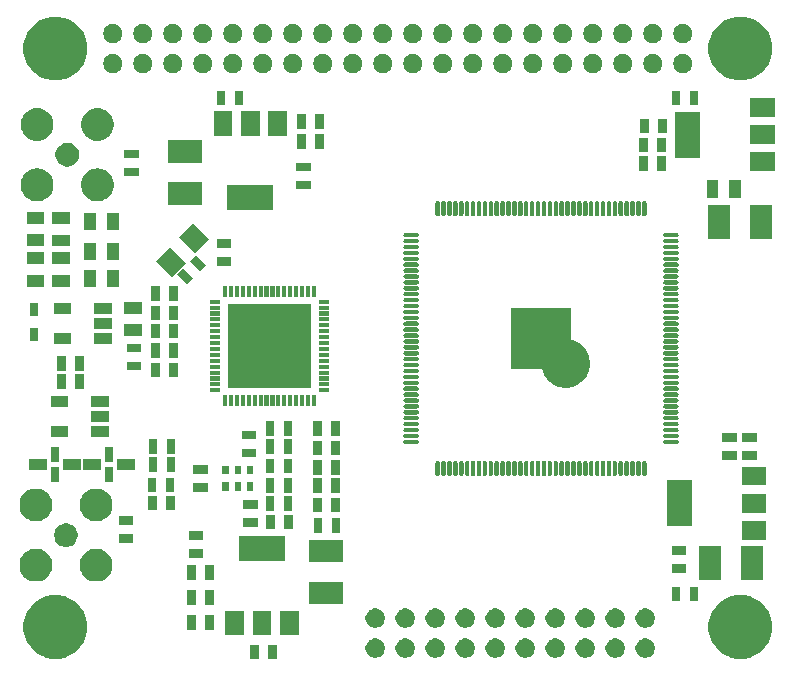
<source format=gts>
%TF.GenerationSoftware,KiCad,Pcbnew,(5.1.6)-1*%
%TF.CreationDate,2020-10-01T20:42:35+02:00*%
%TF.ProjectId,Radioberry,52616469-6f62-4657-9272-792e6b696361,rev?*%
%TF.SameCoordinates,Original*%
%TF.FileFunction,Soldermask,Top*%
%TF.FilePolarity,Negative*%
%FSLAX46Y46*%
G04 Gerber Fmt 4.6, Leading zero omitted, Abs format (unit mm)*
G04 Created by KiCad (PCBNEW (5.1.6)-1) date 2020-10-01 20:42:35*
%MOMM*%
%LPD*%
G01*
G04 APERTURE LIST*
%ADD10C,0.100000*%
G04 APERTURE END LIST*
D10*
G36*
X112229500Y-126221500D02*
G01*
X111494500Y-126221500D01*
X111494500Y-124978500D01*
X112229500Y-124978500D01*
X112229500Y-126221500D01*
G37*
G36*
X110705500Y-126221500D02*
G01*
X109970500Y-126221500D01*
X109970500Y-124978500D01*
X110705500Y-124978500D01*
X110705500Y-126221500D01*
G37*
G36*
X94287559Y-120903759D02*
G01*
X94287562Y-120903760D01*
X94287561Y-120903760D01*
X94778930Y-121107291D01*
X95221150Y-121402773D01*
X95597227Y-121778850D01*
X95892709Y-122221070D01*
X96005407Y-122493148D01*
X96096241Y-122712441D01*
X96200000Y-123234072D01*
X96200000Y-123765928D01*
X96096241Y-124287559D01*
X96096240Y-124287561D01*
X95892709Y-124778930D01*
X95597227Y-125221150D01*
X95221150Y-125597227D01*
X94778930Y-125892709D01*
X94397275Y-126050795D01*
X94287559Y-126096241D01*
X93765928Y-126200000D01*
X93234072Y-126200000D01*
X92712441Y-126096241D01*
X92602725Y-126050795D01*
X92221070Y-125892709D01*
X91778850Y-125597227D01*
X91402773Y-125221150D01*
X91107291Y-124778930D01*
X90903760Y-124287561D01*
X90903759Y-124287559D01*
X90800000Y-123765928D01*
X90800000Y-123234072D01*
X90903759Y-122712441D01*
X90994593Y-122493148D01*
X91107291Y-122221070D01*
X91402773Y-121778850D01*
X91778850Y-121402773D01*
X92221070Y-121107291D01*
X92712439Y-120903760D01*
X92712438Y-120903760D01*
X92712441Y-120903759D01*
X93234072Y-120800000D01*
X93765928Y-120800000D01*
X94287559Y-120903759D01*
G37*
G36*
X152287559Y-120903759D02*
G01*
X152287562Y-120903760D01*
X152287561Y-120903760D01*
X152778930Y-121107291D01*
X153221150Y-121402773D01*
X153597227Y-121778850D01*
X153892709Y-122221070D01*
X154005407Y-122493148D01*
X154096241Y-122712441D01*
X154200000Y-123234072D01*
X154200000Y-123765928D01*
X154096241Y-124287559D01*
X154096240Y-124287561D01*
X153892709Y-124778930D01*
X153597227Y-125221150D01*
X153221150Y-125597227D01*
X152778930Y-125892709D01*
X152397275Y-126050795D01*
X152287559Y-126096241D01*
X151765928Y-126200000D01*
X151234072Y-126200000D01*
X150712441Y-126096241D01*
X150602725Y-126050795D01*
X150221070Y-125892709D01*
X149778850Y-125597227D01*
X149402773Y-125221150D01*
X149107291Y-124778930D01*
X148903760Y-124287561D01*
X148903759Y-124287559D01*
X148800000Y-123765928D01*
X148800000Y-123234072D01*
X148903759Y-122712441D01*
X148994593Y-122493148D01*
X149107291Y-122221070D01*
X149402773Y-121778850D01*
X149778850Y-121402773D01*
X150221070Y-121107291D01*
X150712439Y-120903760D01*
X150712438Y-120903760D01*
X150712441Y-120903759D01*
X151234072Y-120800000D01*
X151765928Y-120800000D01*
X152287559Y-120903759D01*
G37*
G36*
X143666850Y-124489204D02*
G01*
X143814629Y-124550416D01*
X143913922Y-124616762D01*
X143947620Y-124639278D01*
X144060722Y-124752380D01*
X144060725Y-124752385D01*
X144149584Y-124885371D01*
X144210796Y-125033150D01*
X144242000Y-125190023D01*
X144242000Y-125349977D01*
X144210796Y-125506850D01*
X144149584Y-125654629D01*
X144083238Y-125753922D01*
X144060722Y-125787620D01*
X143947620Y-125900722D01*
X143913922Y-125923238D01*
X143814629Y-125989584D01*
X143666850Y-126050796D01*
X143509977Y-126082000D01*
X143350023Y-126082000D01*
X143193150Y-126050796D01*
X143045371Y-125989584D01*
X142946078Y-125923238D01*
X142912380Y-125900722D01*
X142799278Y-125787620D01*
X142776762Y-125753922D01*
X142710416Y-125654629D01*
X142649204Y-125506850D01*
X142618000Y-125349977D01*
X142618000Y-125190023D01*
X142649204Y-125033150D01*
X142710416Y-124885371D01*
X142799275Y-124752385D01*
X142799278Y-124752380D01*
X142912380Y-124639278D01*
X142946078Y-124616762D01*
X143045371Y-124550416D01*
X143193150Y-124489204D01*
X143350023Y-124458000D01*
X143509977Y-124458000D01*
X143666850Y-124489204D01*
G37*
G36*
X138586850Y-124489204D02*
G01*
X138734629Y-124550416D01*
X138833922Y-124616762D01*
X138867620Y-124639278D01*
X138980722Y-124752380D01*
X138980725Y-124752385D01*
X139069584Y-124885371D01*
X139130796Y-125033150D01*
X139162000Y-125190023D01*
X139162000Y-125349977D01*
X139130796Y-125506850D01*
X139069584Y-125654629D01*
X139003238Y-125753922D01*
X138980722Y-125787620D01*
X138867620Y-125900722D01*
X138833922Y-125923238D01*
X138734629Y-125989584D01*
X138586850Y-126050796D01*
X138429977Y-126082000D01*
X138270023Y-126082000D01*
X138113150Y-126050796D01*
X137965371Y-125989584D01*
X137866078Y-125923238D01*
X137832380Y-125900722D01*
X137719278Y-125787620D01*
X137696762Y-125753922D01*
X137630416Y-125654629D01*
X137569204Y-125506850D01*
X137538000Y-125349977D01*
X137538000Y-125190023D01*
X137569204Y-125033150D01*
X137630416Y-124885371D01*
X137719275Y-124752385D01*
X137719278Y-124752380D01*
X137832380Y-124639278D01*
X137866078Y-124616762D01*
X137965371Y-124550416D01*
X138113150Y-124489204D01*
X138270023Y-124458000D01*
X138429977Y-124458000D01*
X138586850Y-124489204D01*
G37*
G36*
X136046850Y-124489204D02*
G01*
X136194629Y-124550416D01*
X136293922Y-124616762D01*
X136327620Y-124639278D01*
X136440722Y-124752380D01*
X136440725Y-124752385D01*
X136529584Y-124885371D01*
X136590796Y-125033150D01*
X136622000Y-125190023D01*
X136622000Y-125349977D01*
X136590796Y-125506850D01*
X136529584Y-125654629D01*
X136463238Y-125753922D01*
X136440722Y-125787620D01*
X136327620Y-125900722D01*
X136293922Y-125923238D01*
X136194629Y-125989584D01*
X136046850Y-126050796D01*
X135889977Y-126082000D01*
X135730023Y-126082000D01*
X135573150Y-126050796D01*
X135425371Y-125989584D01*
X135326078Y-125923238D01*
X135292380Y-125900722D01*
X135179278Y-125787620D01*
X135156762Y-125753922D01*
X135090416Y-125654629D01*
X135029204Y-125506850D01*
X134998000Y-125349977D01*
X134998000Y-125190023D01*
X135029204Y-125033150D01*
X135090416Y-124885371D01*
X135179275Y-124752385D01*
X135179278Y-124752380D01*
X135292380Y-124639278D01*
X135326078Y-124616762D01*
X135425371Y-124550416D01*
X135573150Y-124489204D01*
X135730023Y-124458000D01*
X135889977Y-124458000D01*
X136046850Y-124489204D01*
G37*
G36*
X133506850Y-124489204D02*
G01*
X133654629Y-124550416D01*
X133753922Y-124616762D01*
X133787620Y-124639278D01*
X133900722Y-124752380D01*
X133900725Y-124752385D01*
X133989584Y-124885371D01*
X134050796Y-125033150D01*
X134082000Y-125190023D01*
X134082000Y-125349977D01*
X134050796Y-125506850D01*
X133989584Y-125654629D01*
X133923238Y-125753922D01*
X133900722Y-125787620D01*
X133787620Y-125900722D01*
X133753922Y-125923238D01*
X133654629Y-125989584D01*
X133506850Y-126050796D01*
X133349977Y-126082000D01*
X133190023Y-126082000D01*
X133033150Y-126050796D01*
X132885371Y-125989584D01*
X132786078Y-125923238D01*
X132752380Y-125900722D01*
X132639278Y-125787620D01*
X132616762Y-125753922D01*
X132550416Y-125654629D01*
X132489204Y-125506850D01*
X132458000Y-125349977D01*
X132458000Y-125190023D01*
X132489204Y-125033150D01*
X132550416Y-124885371D01*
X132639275Y-124752385D01*
X132639278Y-124752380D01*
X132752380Y-124639278D01*
X132786078Y-124616762D01*
X132885371Y-124550416D01*
X133033150Y-124489204D01*
X133190023Y-124458000D01*
X133349977Y-124458000D01*
X133506850Y-124489204D01*
G37*
G36*
X130966850Y-124489204D02*
G01*
X131114629Y-124550416D01*
X131213922Y-124616762D01*
X131247620Y-124639278D01*
X131360722Y-124752380D01*
X131360725Y-124752385D01*
X131449584Y-124885371D01*
X131510796Y-125033150D01*
X131542000Y-125190023D01*
X131542000Y-125349977D01*
X131510796Y-125506850D01*
X131449584Y-125654629D01*
X131383238Y-125753922D01*
X131360722Y-125787620D01*
X131247620Y-125900722D01*
X131213922Y-125923238D01*
X131114629Y-125989584D01*
X130966850Y-126050796D01*
X130809977Y-126082000D01*
X130650023Y-126082000D01*
X130493150Y-126050796D01*
X130345371Y-125989584D01*
X130246078Y-125923238D01*
X130212380Y-125900722D01*
X130099278Y-125787620D01*
X130076762Y-125753922D01*
X130010416Y-125654629D01*
X129949204Y-125506850D01*
X129918000Y-125349977D01*
X129918000Y-125190023D01*
X129949204Y-125033150D01*
X130010416Y-124885371D01*
X130099275Y-124752385D01*
X130099278Y-124752380D01*
X130212380Y-124639278D01*
X130246078Y-124616762D01*
X130345371Y-124550416D01*
X130493150Y-124489204D01*
X130650023Y-124458000D01*
X130809977Y-124458000D01*
X130966850Y-124489204D01*
G37*
G36*
X128426850Y-124489204D02*
G01*
X128574629Y-124550416D01*
X128673922Y-124616762D01*
X128707620Y-124639278D01*
X128820722Y-124752380D01*
X128820725Y-124752385D01*
X128909584Y-124885371D01*
X128970796Y-125033150D01*
X129002000Y-125190023D01*
X129002000Y-125349977D01*
X128970796Y-125506850D01*
X128909584Y-125654629D01*
X128843238Y-125753922D01*
X128820722Y-125787620D01*
X128707620Y-125900722D01*
X128673922Y-125923238D01*
X128574629Y-125989584D01*
X128426850Y-126050796D01*
X128269977Y-126082000D01*
X128110023Y-126082000D01*
X127953150Y-126050796D01*
X127805371Y-125989584D01*
X127706078Y-125923238D01*
X127672380Y-125900722D01*
X127559278Y-125787620D01*
X127536762Y-125753922D01*
X127470416Y-125654629D01*
X127409204Y-125506850D01*
X127378000Y-125349977D01*
X127378000Y-125190023D01*
X127409204Y-125033150D01*
X127470416Y-124885371D01*
X127559275Y-124752385D01*
X127559278Y-124752380D01*
X127672380Y-124639278D01*
X127706078Y-124616762D01*
X127805371Y-124550416D01*
X127953150Y-124489204D01*
X128110023Y-124458000D01*
X128269977Y-124458000D01*
X128426850Y-124489204D01*
G37*
G36*
X125886850Y-124489204D02*
G01*
X126034629Y-124550416D01*
X126133922Y-124616762D01*
X126167620Y-124639278D01*
X126280722Y-124752380D01*
X126280725Y-124752385D01*
X126369584Y-124885371D01*
X126430796Y-125033150D01*
X126462000Y-125190023D01*
X126462000Y-125349977D01*
X126430796Y-125506850D01*
X126369584Y-125654629D01*
X126303238Y-125753922D01*
X126280722Y-125787620D01*
X126167620Y-125900722D01*
X126133922Y-125923238D01*
X126034629Y-125989584D01*
X125886850Y-126050796D01*
X125729977Y-126082000D01*
X125570023Y-126082000D01*
X125413150Y-126050796D01*
X125265371Y-125989584D01*
X125166078Y-125923238D01*
X125132380Y-125900722D01*
X125019278Y-125787620D01*
X124996762Y-125753922D01*
X124930416Y-125654629D01*
X124869204Y-125506850D01*
X124838000Y-125349977D01*
X124838000Y-125190023D01*
X124869204Y-125033150D01*
X124930416Y-124885371D01*
X125019275Y-124752385D01*
X125019278Y-124752380D01*
X125132380Y-124639278D01*
X125166078Y-124616762D01*
X125265371Y-124550416D01*
X125413150Y-124489204D01*
X125570023Y-124458000D01*
X125729977Y-124458000D01*
X125886850Y-124489204D01*
G37*
G36*
X123346850Y-124489204D02*
G01*
X123494629Y-124550416D01*
X123593922Y-124616762D01*
X123627620Y-124639278D01*
X123740722Y-124752380D01*
X123740725Y-124752385D01*
X123829584Y-124885371D01*
X123890796Y-125033150D01*
X123922000Y-125190023D01*
X123922000Y-125349977D01*
X123890796Y-125506850D01*
X123829584Y-125654629D01*
X123763238Y-125753922D01*
X123740722Y-125787620D01*
X123627620Y-125900722D01*
X123593922Y-125923238D01*
X123494629Y-125989584D01*
X123346850Y-126050796D01*
X123189977Y-126082000D01*
X123030023Y-126082000D01*
X122873150Y-126050796D01*
X122725371Y-125989584D01*
X122626078Y-125923238D01*
X122592380Y-125900722D01*
X122479278Y-125787620D01*
X122456762Y-125753922D01*
X122390416Y-125654629D01*
X122329204Y-125506850D01*
X122298000Y-125349977D01*
X122298000Y-125190023D01*
X122329204Y-125033150D01*
X122390416Y-124885371D01*
X122479275Y-124752385D01*
X122479278Y-124752380D01*
X122592380Y-124639278D01*
X122626078Y-124616762D01*
X122725371Y-124550416D01*
X122873150Y-124489204D01*
X123030023Y-124458000D01*
X123189977Y-124458000D01*
X123346850Y-124489204D01*
G37*
G36*
X120806850Y-124489204D02*
G01*
X120954629Y-124550416D01*
X121053922Y-124616762D01*
X121087620Y-124639278D01*
X121200722Y-124752380D01*
X121200725Y-124752385D01*
X121289584Y-124885371D01*
X121350796Y-125033150D01*
X121382000Y-125190023D01*
X121382000Y-125349977D01*
X121350796Y-125506850D01*
X121289584Y-125654629D01*
X121223238Y-125753922D01*
X121200722Y-125787620D01*
X121087620Y-125900722D01*
X121053922Y-125923238D01*
X120954629Y-125989584D01*
X120806850Y-126050796D01*
X120649977Y-126082000D01*
X120490023Y-126082000D01*
X120333150Y-126050796D01*
X120185371Y-125989584D01*
X120086078Y-125923238D01*
X120052380Y-125900722D01*
X119939278Y-125787620D01*
X119916762Y-125753922D01*
X119850416Y-125654629D01*
X119789204Y-125506850D01*
X119758000Y-125349977D01*
X119758000Y-125190023D01*
X119789204Y-125033150D01*
X119850416Y-124885371D01*
X119939275Y-124752385D01*
X119939278Y-124752380D01*
X120052380Y-124639278D01*
X120086078Y-124616762D01*
X120185371Y-124550416D01*
X120333150Y-124489204D01*
X120490023Y-124458000D01*
X120649977Y-124458000D01*
X120806850Y-124489204D01*
G37*
G36*
X141126850Y-124489204D02*
G01*
X141274629Y-124550416D01*
X141373922Y-124616762D01*
X141407620Y-124639278D01*
X141520722Y-124752380D01*
X141520725Y-124752385D01*
X141609584Y-124885371D01*
X141670796Y-125033150D01*
X141702000Y-125190023D01*
X141702000Y-125349977D01*
X141670796Y-125506850D01*
X141609584Y-125654629D01*
X141543238Y-125753922D01*
X141520722Y-125787620D01*
X141407620Y-125900722D01*
X141373922Y-125923238D01*
X141274629Y-125989584D01*
X141126850Y-126050796D01*
X140969977Y-126082000D01*
X140810023Y-126082000D01*
X140653150Y-126050796D01*
X140505371Y-125989584D01*
X140406078Y-125923238D01*
X140372380Y-125900722D01*
X140259278Y-125787620D01*
X140236762Y-125753922D01*
X140170416Y-125654629D01*
X140109204Y-125506850D01*
X140078000Y-125349977D01*
X140078000Y-125190023D01*
X140109204Y-125033150D01*
X140170416Y-124885371D01*
X140259275Y-124752385D01*
X140259278Y-124752380D01*
X140372380Y-124639278D01*
X140406078Y-124616762D01*
X140505371Y-124550416D01*
X140653150Y-124489204D01*
X140810023Y-124458000D01*
X140969977Y-124458000D01*
X141126850Y-124489204D01*
G37*
G36*
X114099938Y-124200063D02*
G01*
X112499938Y-124200063D01*
X112499938Y-122100063D01*
X114099938Y-122100063D01*
X114099938Y-124200063D01*
G37*
G36*
X109499937Y-124200063D02*
G01*
X107899937Y-124200063D01*
X107899937Y-122100063D01*
X109499937Y-122100063D01*
X109499937Y-124200063D01*
G37*
G36*
X111799937Y-124200063D02*
G01*
X110199937Y-124200063D01*
X110199937Y-122100063D01*
X111799937Y-122100063D01*
X111799937Y-124200063D01*
G37*
G36*
X106929500Y-123721500D02*
G01*
X106194500Y-123721500D01*
X106194500Y-122478500D01*
X106929500Y-122478500D01*
X106929500Y-123721500D01*
G37*
G36*
X105405500Y-123721500D02*
G01*
X104670500Y-123721500D01*
X104670500Y-122478500D01*
X105405500Y-122478500D01*
X105405500Y-123721500D01*
G37*
G36*
X120806850Y-121949204D02*
G01*
X120954629Y-122010416D01*
X121053922Y-122076762D01*
X121087620Y-122099278D01*
X121200722Y-122212380D01*
X121200725Y-122212385D01*
X121289584Y-122345371D01*
X121350796Y-122493150D01*
X121382000Y-122650023D01*
X121382000Y-122809977D01*
X121350796Y-122966850D01*
X121289584Y-123114629D01*
X121223238Y-123213922D01*
X121200722Y-123247620D01*
X121087620Y-123360722D01*
X121053922Y-123383238D01*
X120954629Y-123449584D01*
X120806850Y-123510796D01*
X120649977Y-123542000D01*
X120490023Y-123542000D01*
X120333150Y-123510796D01*
X120185371Y-123449584D01*
X120086078Y-123383238D01*
X120052380Y-123360722D01*
X119939278Y-123247620D01*
X119916762Y-123213922D01*
X119850416Y-123114629D01*
X119789204Y-122966850D01*
X119758000Y-122809977D01*
X119758000Y-122650023D01*
X119789204Y-122493150D01*
X119850416Y-122345371D01*
X119939275Y-122212385D01*
X119939278Y-122212380D01*
X120052380Y-122099278D01*
X120086078Y-122076762D01*
X120185371Y-122010416D01*
X120333150Y-121949204D01*
X120490023Y-121918000D01*
X120649977Y-121918000D01*
X120806850Y-121949204D01*
G37*
G36*
X123346850Y-121949204D02*
G01*
X123494629Y-122010416D01*
X123593922Y-122076762D01*
X123627620Y-122099278D01*
X123740722Y-122212380D01*
X123740725Y-122212385D01*
X123829584Y-122345371D01*
X123890796Y-122493150D01*
X123922000Y-122650023D01*
X123922000Y-122809977D01*
X123890796Y-122966850D01*
X123829584Y-123114629D01*
X123763238Y-123213922D01*
X123740722Y-123247620D01*
X123627620Y-123360722D01*
X123593922Y-123383238D01*
X123494629Y-123449584D01*
X123346850Y-123510796D01*
X123189977Y-123542000D01*
X123030023Y-123542000D01*
X122873150Y-123510796D01*
X122725371Y-123449584D01*
X122626078Y-123383238D01*
X122592380Y-123360722D01*
X122479278Y-123247620D01*
X122456762Y-123213922D01*
X122390416Y-123114629D01*
X122329204Y-122966850D01*
X122298000Y-122809977D01*
X122298000Y-122650023D01*
X122329204Y-122493150D01*
X122390416Y-122345371D01*
X122479275Y-122212385D01*
X122479278Y-122212380D01*
X122592380Y-122099278D01*
X122626078Y-122076762D01*
X122725371Y-122010416D01*
X122873150Y-121949204D01*
X123030023Y-121918000D01*
X123189977Y-121918000D01*
X123346850Y-121949204D01*
G37*
G36*
X125886850Y-121949204D02*
G01*
X126034629Y-122010416D01*
X126133922Y-122076762D01*
X126167620Y-122099278D01*
X126280722Y-122212380D01*
X126280725Y-122212385D01*
X126369584Y-122345371D01*
X126430796Y-122493150D01*
X126462000Y-122650023D01*
X126462000Y-122809977D01*
X126430796Y-122966850D01*
X126369584Y-123114629D01*
X126303238Y-123213922D01*
X126280722Y-123247620D01*
X126167620Y-123360722D01*
X126133922Y-123383238D01*
X126034629Y-123449584D01*
X125886850Y-123510796D01*
X125729977Y-123542000D01*
X125570023Y-123542000D01*
X125413150Y-123510796D01*
X125265371Y-123449584D01*
X125166078Y-123383238D01*
X125132380Y-123360722D01*
X125019278Y-123247620D01*
X124996762Y-123213922D01*
X124930416Y-123114629D01*
X124869204Y-122966850D01*
X124838000Y-122809977D01*
X124838000Y-122650023D01*
X124869204Y-122493150D01*
X124930416Y-122345371D01*
X125019275Y-122212385D01*
X125019278Y-122212380D01*
X125132380Y-122099278D01*
X125166078Y-122076762D01*
X125265371Y-122010416D01*
X125413150Y-121949204D01*
X125570023Y-121918000D01*
X125729977Y-121918000D01*
X125886850Y-121949204D01*
G37*
G36*
X128426850Y-121949204D02*
G01*
X128574629Y-122010416D01*
X128673922Y-122076762D01*
X128707620Y-122099278D01*
X128820722Y-122212380D01*
X128820725Y-122212385D01*
X128909584Y-122345371D01*
X128970796Y-122493150D01*
X129002000Y-122650023D01*
X129002000Y-122809977D01*
X128970796Y-122966850D01*
X128909584Y-123114629D01*
X128843238Y-123213922D01*
X128820722Y-123247620D01*
X128707620Y-123360722D01*
X128673922Y-123383238D01*
X128574629Y-123449584D01*
X128426850Y-123510796D01*
X128269977Y-123542000D01*
X128110023Y-123542000D01*
X127953150Y-123510796D01*
X127805371Y-123449584D01*
X127706078Y-123383238D01*
X127672380Y-123360722D01*
X127559278Y-123247620D01*
X127536762Y-123213922D01*
X127470416Y-123114629D01*
X127409204Y-122966850D01*
X127378000Y-122809977D01*
X127378000Y-122650023D01*
X127409204Y-122493150D01*
X127470416Y-122345371D01*
X127559275Y-122212385D01*
X127559278Y-122212380D01*
X127672380Y-122099278D01*
X127706078Y-122076762D01*
X127805371Y-122010416D01*
X127953150Y-121949204D01*
X128110023Y-121918000D01*
X128269977Y-121918000D01*
X128426850Y-121949204D01*
G37*
G36*
X130966850Y-121949204D02*
G01*
X131114629Y-122010416D01*
X131213922Y-122076762D01*
X131247620Y-122099278D01*
X131360722Y-122212380D01*
X131360725Y-122212385D01*
X131449584Y-122345371D01*
X131510796Y-122493150D01*
X131542000Y-122650023D01*
X131542000Y-122809977D01*
X131510796Y-122966850D01*
X131449584Y-123114629D01*
X131383238Y-123213922D01*
X131360722Y-123247620D01*
X131247620Y-123360722D01*
X131213922Y-123383238D01*
X131114629Y-123449584D01*
X130966850Y-123510796D01*
X130809977Y-123542000D01*
X130650023Y-123542000D01*
X130493150Y-123510796D01*
X130345371Y-123449584D01*
X130246078Y-123383238D01*
X130212380Y-123360722D01*
X130099278Y-123247620D01*
X130076762Y-123213922D01*
X130010416Y-123114629D01*
X129949204Y-122966850D01*
X129918000Y-122809977D01*
X129918000Y-122650023D01*
X129949204Y-122493150D01*
X130010416Y-122345371D01*
X130099275Y-122212385D01*
X130099278Y-122212380D01*
X130212380Y-122099278D01*
X130246078Y-122076762D01*
X130345371Y-122010416D01*
X130493150Y-121949204D01*
X130650023Y-121918000D01*
X130809977Y-121918000D01*
X130966850Y-121949204D01*
G37*
G36*
X136046850Y-121949204D02*
G01*
X136194629Y-122010416D01*
X136293922Y-122076762D01*
X136327620Y-122099278D01*
X136440722Y-122212380D01*
X136440725Y-122212385D01*
X136529584Y-122345371D01*
X136590796Y-122493150D01*
X136622000Y-122650023D01*
X136622000Y-122809977D01*
X136590796Y-122966850D01*
X136529584Y-123114629D01*
X136463238Y-123213922D01*
X136440722Y-123247620D01*
X136327620Y-123360722D01*
X136293922Y-123383238D01*
X136194629Y-123449584D01*
X136046850Y-123510796D01*
X135889977Y-123542000D01*
X135730023Y-123542000D01*
X135573150Y-123510796D01*
X135425371Y-123449584D01*
X135326078Y-123383238D01*
X135292380Y-123360722D01*
X135179278Y-123247620D01*
X135156762Y-123213922D01*
X135090416Y-123114629D01*
X135029204Y-122966850D01*
X134998000Y-122809977D01*
X134998000Y-122650023D01*
X135029204Y-122493150D01*
X135090416Y-122345371D01*
X135179275Y-122212385D01*
X135179278Y-122212380D01*
X135292380Y-122099278D01*
X135326078Y-122076762D01*
X135425371Y-122010416D01*
X135573150Y-121949204D01*
X135730023Y-121918000D01*
X135889977Y-121918000D01*
X136046850Y-121949204D01*
G37*
G36*
X138586850Y-121949204D02*
G01*
X138734629Y-122010416D01*
X138833922Y-122076762D01*
X138867620Y-122099278D01*
X138980722Y-122212380D01*
X138980725Y-122212385D01*
X139069584Y-122345371D01*
X139130796Y-122493150D01*
X139162000Y-122650023D01*
X139162000Y-122809977D01*
X139130796Y-122966850D01*
X139069584Y-123114629D01*
X139003238Y-123213922D01*
X138980722Y-123247620D01*
X138867620Y-123360722D01*
X138833922Y-123383238D01*
X138734629Y-123449584D01*
X138586850Y-123510796D01*
X138429977Y-123542000D01*
X138270023Y-123542000D01*
X138113150Y-123510796D01*
X137965371Y-123449584D01*
X137866078Y-123383238D01*
X137832380Y-123360722D01*
X137719278Y-123247620D01*
X137696762Y-123213922D01*
X137630416Y-123114629D01*
X137569204Y-122966850D01*
X137538000Y-122809977D01*
X137538000Y-122650023D01*
X137569204Y-122493150D01*
X137630416Y-122345371D01*
X137719275Y-122212385D01*
X137719278Y-122212380D01*
X137832380Y-122099278D01*
X137866078Y-122076762D01*
X137965371Y-122010416D01*
X138113150Y-121949204D01*
X138270023Y-121918000D01*
X138429977Y-121918000D01*
X138586850Y-121949204D01*
G37*
G36*
X143666850Y-121949204D02*
G01*
X143814629Y-122010416D01*
X143913922Y-122076762D01*
X143947620Y-122099278D01*
X144060722Y-122212380D01*
X144060725Y-122212385D01*
X144149584Y-122345371D01*
X144210796Y-122493150D01*
X144242000Y-122650023D01*
X144242000Y-122809977D01*
X144210796Y-122966850D01*
X144149584Y-123114629D01*
X144083238Y-123213922D01*
X144060722Y-123247620D01*
X143947620Y-123360722D01*
X143913922Y-123383238D01*
X143814629Y-123449584D01*
X143666850Y-123510796D01*
X143509977Y-123542000D01*
X143350023Y-123542000D01*
X143193150Y-123510796D01*
X143045371Y-123449584D01*
X142946078Y-123383238D01*
X142912380Y-123360722D01*
X142799278Y-123247620D01*
X142776762Y-123213922D01*
X142710416Y-123114629D01*
X142649204Y-122966850D01*
X142618000Y-122809977D01*
X142618000Y-122650023D01*
X142649204Y-122493150D01*
X142710416Y-122345371D01*
X142799275Y-122212385D01*
X142799278Y-122212380D01*
X142912380Y-122099278D01*
X142946078Y-122076762D01*
X143045371Y-122010416D01*
X143193150Y-121949204D01*
X143350023Y-121918000D01*
X143509977Y-121918000D01*
X143666850Y-121949204D01*
G37*
G36*
X141126850Y-121949204D02*
G01*
X141274629Y-122010416D01*
X141373922Y-122076762D01*
X141407620Y-122099278D01*
X141520722Y-122212380D01*
X141520725Y-122212385D01*
X141609584Y-122345371D01*
X141670796Y-122493150D01*
X141702000Y-122650023D01*
X141702000Y-122809977D01*
X141670796Y-122966850D01*
X141609584Y-123114629D01*
X141543238Y-123213922D01*
X141520722Y-123247620D01*
X141407620Y-123360722D01*
X141373922Y-123383238D01*
X141274629Y-123449584D01*
X141126850Y-123510796D01*
X140969977Y-123542000D01*
X140810023Y-123542000D01*
X140653150Y-123510796D01*
X140505371Y-123449584D01*
X140406078Y-123383238D01*
X140372380Y-123360722D01*
X140259278Y-123247620D01*
X140236762Y-123213922D01*
X140170416Y-123114629D01*
X140109204Y-122966850D01*
X140078000Y-122809977D01*
X140078000Y-122650023D01*
X140109204Y-122493150D01*
X140170416Y-122345371D01*
X140259275Y-122212385D01*
X140259278Y-122212380D01*
X140372380Y-122099278D01*
X140406078Y-122076762D01*
X140505371Y-122010416D01*
X140653150Y-121949204D01*
X140810023Y-121918000D01*
X140969977Y-121918000D01*
X141126850Y-121949204D01*
G37*
G36*
X133506850Y-121949204D02*
G01*
X133654629Y-122010416D01*
X133753922Y-122076762D01*
X133787620Y-122099278D01*
X133900722Y-122212380D01*
X133900725Y-122212385D01*
X133989584Y-122345371D01*
X134050796Y-122493150D01*
X134082000Y-122650023D01*
X134082000Y-122809977D01*
X134050796Y-122966850D01*
X133989584Y-123114629D01*
X133923238Y-123213922D01*
X133900722Y-123247620D01*
X133787620Y-123360722D01*
X133753922Y-123383238D01*
X133654629Y-123449584D01*
X133506850Y-123510796D01*
X133349977Y-123542000D01*
X133190023Y-123542000D01*
X133033150Y-123510796D01*
X132885371Y-123449584D01*
X132786078Y-123383238D01*
X132752380Y-123360722D01*
X132639278Y-123247620D01*
X132616762Y-123213922D01*
X132550416Y-123114629D01*
X132489204Y-122966850D01*
X132458000Y-122809977D01*
X132458000Y-122650023D01*
X132489204Y-122493150D01*
X132550416Y-122345371D01*
X132639275Y-122212385D01*
X132639278Y-122212380D01*
X132752380Y-122099278D01*
X132786078Y-122076762D01*
X132885371Y-122010416D01*
X133033150Y-121949204D01*
X133190023Y-121918000D01*
X133349977Y-121918000D01*
X133506850Y-121949204D01*
G37*
G36*
X106929500Y-121621500D02*
G01*
X106194500Y-121621500D01*
X106194500Y-120378500D01*
X106929500Y-120378500D01*
X106929500Y-121621500D01*
G37*
G36*
X105405500Y-121621500D02*
G01*
X104670500Y-121621500D01*
X104670500Y-120378500D01*
X105405500Y-120378500D01*
X105405500Y-121621500D01*
G37*
G36*
X117847000Y-121517000D02*
G01*
X114953000Y-121517000D01*
X114953000Y-119639000D01*
X117847000Y-119639000D01*
X117847000Y-121517000D01*
G37*
G36*
X147929500Y-121321500D02*
G01*
X147194500Y-121321500D01*
X147194500Y-120078500D01*
X147929500Y-120078500D01*
X147929500Y-121321500D01*
G37*
G36*
X146405500Y-121321500D02*
G01*
X145670500Y-121321500D01*
X145670500Y-120078500D01*
X146405500Y-120078500D01*
X146405500Y-121321500D01*
G37*
G36*
X97175259Y-116884122D02*
G01*
X97353452Y-116919567D01*
X97605233Y-117023858D01*
X97831830Y-117175266D01*
X98024534Y-117367970D01*
X98175942Y-117594567D01*
X98280233Y-117846348D01*
X98333400Y-118113637D01*
X98333400Y-118386163D01*
X98280233Y-118653452D01*
X98175942Y-118905233D01*
X98024534Y-119131830D01*
X97831830Y-119324534D01*
X97605233Y-119475942D01*
X97353452Y-119580233D01*
X97175259Y-119615678D01*
X97086164Y-119633400D01*
X96813636Y-119633400D01*
X96724541Y-119615678D01*
X96546348Y-119580233D01*
X96294567Y-119475942D01*
X96067970Y-119324534D01*
X95875266Y-119131830D01*
X95723858Y-118905233D01*
X95619567Y-118653452D01*
X95566400Y-118386163D01*
X95566400Y-118113637D01*
X95619567Y-117846348D01*
X95723858Y-117594567D01*
X95875266Y-117367970D01*
X96067970Y-117175266D01*
X96294567Y-117023858D01*
X96546348Y-116919567D01*
X96724541Y-116884122D01*
X96813636Y-116866400D01*
X97086164Y-116866400D01*
X97175259Y-116884122D01*
G37*
G36*
X92075459Y-116884122D02*
G01*
X92253652Y-116919567D01*
X92505433Y-117023858D01*
X92732030Y-117175266D01*
X92924734Y-117367970D01*
X93076142Y-117594567D01*
X93180433Y-117846348D01*
X93233600Y-118113637D01*
X93233600Y-118386163D01*
X93180433Y-118653452D01*
X93076142Y-118905233D01*
X92924734Y-119131830D01*
X92732030Y-119324534D01*
X92505433Y-119475942D01*
X92253652Y-119580233D01*
X92075459Y-119615678D01*
X91986364Y-119633400D01*
X91713836Y-119633400D01*
X91624741Y-119615678D01*
X91446548Y-119580233D01*
X91194767Y-119475942D01*
X90968170Y-119324534D01*
X90775466Y-119131830D01*
X90624058Y-118905233D01*
X90519767Y-118653452D01*
X90466600Y-118386163D01*
X90466600Y-118113637D01*
X90519767Y-117846348D01*
X90624058Y-117594567D01*
X90775466Y-117367970D01*
X90968170Y-117175266D01*
X91194767Y-117023858D01*
X91446548Y-116919567D01*
X91624741Y-116884122D01*
X91713836Y-116866400D01*
X91986364Y-116866400D01*
X92075459Y-116884122D01*
G37*
G36*
X153417000Y-119547000D02*
G01*
X151539000Y-119547000D01*
X151539000Y-116653000D01*
X153417000Y-116653000D01*
X153417000Y-119547000D01*
G37*
G36*
X149861000Y-119547000D02*
G01*
X147983000Y-119547000D01*
X147983000Y-116653000D01*
X149861000Y-116653000D01*
X149861000Y-119547000D01*
G37*
G36*
X105405500Y-119521500D02*
G01*
X104670500Y-119521500D01*
X104670500Y-118278500D01*
X105405500Y-118278500D01*
X105405500Y-119521500D01*
G37*
G36*
X106929500Y-119521500D02*
G01*
X106194500Y-119521500D01*
X106194500Y-118278500D01*
X106929500Y-118278500D01*
X106929500Y-119521500D01*
G37*
G36*
X146921500Y-118929500D02*
G01*
X145678500Y-118929500D01*
X145678500Y-118194500D01*
X146921500Y-118194500D01*
X146921500Y-118929500D01*
G37*
G36*
X117847000Y-117961000D02*
G01*
X114953000Y-117961000D01*
X114953000Y-116083000D01*
X117847000Y-116083000D01*
X117847000Y-117961000D01*
G37*
G36*
X112949937Y-117900062D02*
G01*
X109049937Y-117900062D01*
X109049937Y-115800062D01*
X112949937Y-115800062D01*
X112949937Y-117900062D01*
G37*
G36*
X106021500Y-117629500D02*
G01*
X104778500Y-117629500D01*
X104778500Y-116894500D01*
X106021500Y-116894500D01*
X106021500Y-117629500D01*
G37*
G36*
X146921500Y-117405500D02*
G01*
X145678500Y-117405500D01*
X145678500Y-116670500D01*
X146921500Y-116670500D01*
X146921500Y-117405500D01*
G37*
G36*
X94563298Y-114710342D02*
G01*
X94692419Y-114736025D01*
X94874862Y-114811596D01*
X95039057Y-114921307D01*
X95178693Y-115060943D01*
X95288404Y-115225138D01*
X95363975Y-115407581D01*
X95402500Y-115601262D01*
X95402500Y-115798738D01*
X95363975Y-115992419D01*
X95288404Y-116174862D01*
X95178693Y-116339057D01*
X95039057Y-116478693D01*
X94874862Y-116588404D01*
X94692419Y-116663975D01*
X94563298Y-116689658D01*
X94498739Y-116702500D01*
X94301261Y-116702500D01*
X94236702Y-116689658D01*
X94107581Y-116663975D01*
X93925138Y-116588404D01*
X93760943Y-116478693D01*
X93621307Y-116339057D01*
X93511596Y-116174862D01*
X93436025Y-115992419D01*
X93397500Y-115798738D01*
X93397500Y-115601262D01*
X93436025Y-115407581D01*
X93511596Y-115225138D01*
X93621307Y-115060943D01*
X93760943Y-114921307D01*
X93925138Y-114811596D01*
X94107581Y-114736025D01*
X94236702Y-114710342D01*
X94301261Y-114697500D01*
X94498739Y-114697500D01*
X94563298Y-114710342D01*
G37*
G36*
X100111500Y-116389500D02*
G01*
X98868500Y-116389500D01*
X98868500Y-115654500D01*
X100111500Y-115654500D01*
X100111500Y-116389500D01*
G37*
G36*
X106021500Y-116105500D02*
G01*
X104778500Y-116105500D01*
X104778500Y-115370500D01*
X106021500Y-115370500D01*
X106021500Y-116105500D01*
G37*
G36*
X153700063Y-116100063D02*
G01*
X151600063Y-116100063D01*
X151600063Y-114500063D01*
X153700063Y-114500063D01*
X153700063Y-116100063D01*
G37*
G36*
X116105500Y-115521500D02*
G01*
X115370500Y-115521500D01*
X115370500Y-114278500D01*
X116105500Y-114278500D01*
X116105500Y-115521500D01*
G37*
G36*
X117629500Y-115521500D02*
G01*
X116894500Y-115521500D01*
X116894500Y-114278500D01*
X117629500Y-114278500D01*
X117629500Y-115521500D01*
G37*
G36*
X113629500Y-115221500D02*
G01*
X112894500Y-115221500D01*
X112894500Y-113978500D01*
X113629500Y-113978500D01*
X113629500Y-115221500D01*
G37*
G36*
X112105500Y-115221500D02*
G01*
X111370500Y-115221500D01*
X111370500Y-113978500D01*
X112105500Y-113978500D01*
X112105500Y-115221500D01*
G37*
G36*
X110621500Y-115029500D02*
G01*
X109378500Y-115029500D01*
X109378500Y-114294500D01*
X110621500Y-114294500D01*
X110621500Y-115029500D01*
G37*
G36*
X147400062Y-114950063D02*
G01*
X145300062Y-114950063D01*
X145300062Y-111050063D01*
X147400062Y-111050063D01*
X147400062Y-114950063D01*
G37*
G36*
X100111500Y-114865500D02*
G01*
X98868500Y-114865500D01*
X98868500Y-114130500D01*
X100111500Y-114130500D01*
X100111500Y-114865500D01*
G37*
G36*
X92075459Y-111784322D02*
G01*
X92253652Y-111819767D01*
X92505433Y-111924058D01*
X92732030Y-112075466D01*
X92924734Y-112268170D01*
X93076142Y-112494767D01*
X93180433Y-112746548D01*
X93233600Y-113013837D01*
X93233600Y-113286363D01*
X93180433Y-113553652D01*
X93076142Y-113805433D01*
X92924734Y-114032030D01*
X92732030Y-114224734D01*
X92505433Y-114376142D01*
X92253652Y-114480433D01*
X92075459Y-114515878D01*
X91986364Y-114533600D01*
X91713836Y-114533600D01*
X91624741Y-114515878D01*
X91446548Y-114480433D01*
X91194767Y-114376142D01*
X90968170Y-114224734D01*
X90775466Y-114032030D01*
X90624058Y-113805433D01*
X90519767Y-113553652D01*
X90466600Y-113286363D01*
X90466600Y-113013837D01*
X90519767Y-112746548D01*
X90624058Y-112494767D01*
X90775466Y-112268170D01*
X90968170Y-112075466D01*
X91194767Y-111924058D01*
X91446548Y-111819767D01*
X91624741Y-111784322D01*
X91713836Y-111766600D01*
X91986364Y-111766600D01*
X92075459Y-111784322D01*
G37*
G36*
X97175259Y-111784322D02*
G01*
X97353452Y-111819767D01*
X97605233Y-111924058D01*
X97831830Y-112075466D01*
X98024534Y-112268170D01*
X98175942Y-112494767D01*
X98280233Y-112746548D01*
X98333400Y-113013837D01*
X98333400Y-113286363D01*
X98280233Y-113553652D01*
X98175942Y-113805433D01*
X98024534Y-114032030D01*
X97831830Y-114224734D01*
X97605233Y-114376142D01*
X97353452Y-114480433D01*
X97175259Y-114515878D01*
X97086164Y-114533600D01*
X96813636Y-114533600D01*
X96724541Y-114515878D01*
X96546348Y-114480433D01*
X96294567Y-114376142D01*
X96067970Y-114224734D01*
X95875266Y-114032030D01*
X95723858Y-113805433D01*
X95619567Y-113553652D01*
X95566400Y-113286363D01*
X95566400Y-113013837D01*
X95619567Y-112746548D01*
X95723858Y-112494767D01*
X95875266Y-112268170D01*
X96067970Y-112075466D01*
X96294567Y-111924058D01*
X96546348Y-111819767D01*
X96724541Y-111784322D01*
X96813636Y-111766600D01*
X97086164Y-111766600D01*
X97175259Y-111784322D01*
G37*
G36*
X153700063Y-113800063D02*
G01*
X151600063Y-113800063D01*
X151600063Y-112200063D01*
X153700063Y-112200063D01*
X153700063Y-113800063D01*
G37*
G36*
X117588500Y-113778500D02*
G01*
X116853500Y-113778500D01*
X116853500Y-112535500D01*
X117588500Y-112535500D01*
X117588500Y-113778500D01*
G37*
G36*
X116064500Y-113778500D02*
G01*
X115329500Y-113778500D01*
X115329500Y-112535500D01*
X116064500Y-112535500D01*
X116064500Y-113778500D01*
G37*
G36*
X112044500Y-113651500D02*
G01*
X111309500Y-113651500D01*
X111309500Y-112408500D01*
X112044500Y-112408500D01*
X112044500Y-113651500D01*
G37*
G36*
X113568500Y-113651500D02*
G01*
X112833500Y-113651500D01*
X112833500Y-112408500D01*
X113568500Y-112408500D01*
X113568500Y-113651500D01*
G37*
G36*
X103619500Y-113621500D02*
G01*
X102884500Y-113621500D01*
X102884500Y-112378500D01*
X103619500Y-112378500D01*
X103619500Y-113621500D01*
G37*
G36*
X102095500Y-113621500D02*
G01*
X101360500Y-113621500D01*
X101360500Y-112378500D01*
X102095500Y-112378500D01*
X102095500Y-113621500D01*
G37*
G36*
X110621500Y-113505500D02*
G01*
X109378500Y-113505500D01*
X109378500Y-112770500D01*
X110621500Y-112770500D01*
X110621500Y-113505500D01*
G37*
G36*
X116064500Y-112127500D02*
G01*
X115329500Y-112127500D01*
X115329500Y-110884500D01*
X116064500Y-110884500D01*
X116064500Y-112127500D01*
G37*
G36*
X117588500Y-112127500D02*
G01*
X116853500Y-112127500D01*
X116853500Y-110884500D01*
X117588500Y-110884500D01*
X117588500Y-112127500D01*
G37*
G36*
X112044500Y-112127500D02*
G01*
X111309500Y-112127500D01*
X111309500Y-110884500D01*
X112044500Y-110884500D01*
X112044500Y-112127500D01*
G37*
G36*
X113568500Y-112127500D02*
G01*
X112833500Y-112127500D01*
X112833500Y-110884500D01*
X113568500Y-110884500D01*
X113568500Y-112127500D01*
G37*
G36*
X102055500Y-112081500D02*
G01*
X101320500Y-112081500D01*
X101320500Y-110838500D01*
X102055500Y-110838500D01*
X102055500Y-112081500D01*
G37*
G36*
X103579500Y-112081500D02*
G01*
X102844500Y-112081500D01*
X102844500Y-110838500D01*
X103579500Y-110838500D01*
X103579500Y-112081500D01*
G37*
G36*
X106421500Y-112029500D02*
G01*
X105178500Y-112029500D01*
X105178500Y-111294500D01*
X106421500Y-111294500D01*
X106421500Y-112029500D01*
G37*
G36*
X110242500Y-111962500D02*
G01*
X109717500Y-111962500D01*
X109717500Y-111237500D01*
X110242500Y-111237500D01*
X110242500Y-111962500D01*
G37*
G36*
X108162500Y-111962500D02*
G01*
X107637500Y-111962500D01*
X107637500Y-111237500D01*
X108162500Y-111237500D01*
X108162500Y-111962500D01*
G37*
G36*
X109202500Y-111962500D02*
G01*
X108677500Y-111962500D01*
X108677500Y-111237500D01*
X109202500Y-111237500D01*
X109202500Y-111962500D01*
G37*
G36*
X153700063Y-111500062D02*
G01*
X151600063Y-111500062D01*
X151600063Y-109900062D01*
X153700063Y-109900062D01*
X153700063Y-111500062D01*
G37*
G36*
X98394063Y-111177938D02*
G01*
X97694063Y-111177938D01*
X97694063Y-109977938D01*
X98394063Y-109977938D01*
X98394063Y-111177938D01*
G37*
G36*
X93822063Y-111177938D02*
G01*
X93122063Y-111177938D01*
X93122063Y-109977938D01*
X93822063Y-109977938D01*
X93822063Y-111177938D01*
G37*
G36*
X138907246Y-109412749D02*
G01*
X138943061Y-109423613D01*
X138958425Y-109431826D01*
X138976069Y-109441257D01*
X139005000Y-109465000D01*
X139028743Y-109493931D01*
X139038174Y-109511575D01*
X139046387Y-109526939D01*
X139057251Y-109562754D01*
X139060000Y-109590667D01*
X139060000Y-110529333D01*
X139057251Y-110557246D01*
X139046387Y-110593061D01*
X139046386Y-110593062D01*
X139028743Y-110626069D01*
X139005000Y-110655000D01*
X138976067Y-110678745D01*
X138943062Y-110696386D01*
X138907245Y-110707251D01*
X138870000Y-110710919D01*
X138832754Y-110707251D01*
X138796939Y-110696387D01*
X138781575Y-110688174D01*
X138763931Y-110678743D01*
X138735000Y-110655000D01*
X138711255Y-110626067D01*
X138693614Y-110593062D01*
X138682749Y-110557245D01*
X138680000Y-110529332D01*
X138680001Y-109590667D01*
X138682750Y-109562754D01*
X138693614Y-109526939D01*
X138701827Y-109511575D01*
X138711258Y-109493931D01*
X138735001Y-109465000D01*
X138763932Y-109441257D01*
X138781576Y-109431826D01*
X138796940Y-109423613D01*
X138832755Y-109412749D01*
X138870000Y-109409081D01*
X138907246Y-109412749D01*
G37*
G36*
X138407246Y-109412749D02*
G01*
X138443061Y-109423613D01*
X138458425Y-109431826D01*
X138476069Y-109441257D01*
X138505000Y-109465000D01*
X138528743Y-109493931D01*
X138538174Y-109511575D01*
X138546387Y-109526939D01*
X138557251Y-109562754D01*
X138560000Y-109590667D01*
X138560000Y-110529333D01*
X138557251Y-110557246D01*
X138546387Y-110593061D01*
X138546386Y-110593062D01*
X138528743Y-110626069D01*
X138505000Y-110655000D01*
X138476067Y-110678745D01*
X138443062Y-110696386D01*
X138407245Y-110707251D01*
X138370000Y-110710919D01*
X138332754Y-110707251D01*
X138296939Y-110696387D01*
X138281575Y-110688174D01*
X138263931Y-110678743D01*
X138235000Y-110655000D01*
X138211255Y-110626067D01*
X138193614Y-110593062D01*
X138182749Y-110557245D01*
X138180000Y-110529332D01*
X138180001Y-109590667D01*
X138182750Y-109562754D01*
X138193614Y-109526939D01*
X138201827Y-109511575D01*
X138211258Y-109493931D01*
X138235001Y-109465000D01*
X138263932Y-109441257D01*
X138281576Y-109431826D01*
X138296940Y-109423613D01*
X138332755Y-109412749D01*
X138370000Y-109409081D01*
X138407246Y-109412749D01*
G37*
G36*
X137907246Y-109412749D02*
G01*
X137943061Y-109423613D01*
X137958425Y-109431826D01*
X137976069Y-109441257D01*
X138005000Y-109465000D01*
X138028743Y-109493931D01*
X138038174Y-109511575D01*
X138046387Y-109526939D01*
X138057251Y-109562754D01*
X138060000Y-109590667D01*
X138060000Y-110529333D01*
X138057251Y-110557246D01*
X138046387Y-110593061D01*
X138046386Y-110593062D01*
X138028743Y-110626069D01*
X138005000Y-110655000D01*
X137976067Y-110678745D01*
X137943062Y-110696386D01*
X137907245Y-110707251D01*
X137870000Y-110710919D01*
X137832754Y-110707251D01*
X137796939Y-110696387D01*
X137781575Y-110688174D01*
X137763931Y-110678743D01*
X137735000Y-110655000D01*
X137711255Y-110626067D01*
X137693614Y-110593062D01*
X137682749Y-110557245D01*
X137680000Y-110529332D01*
X137680001Y-109590667D01*
X137682750Y-109562754D01*
X137693614Y-109526939D01*
X137701827Y-109511575D01*
X137711258Y-109493931D01*
X137735001Y-109465000D01*
X137763932Y-109441257D01*
X137781576Y-109431826D01*
X137796940Y-109423613D01*
X137832755Y-109412749D01*
X137870000Y-109409081D01*
X137907246Y-109412749D01*
G37*
G36*
X137407246Y-109412749D02*
G01*
X137443061Y-109423613D01*
X137458425Y-109431826D01*
X137476069Y-109441257D01*
X137505000Y-109465000D01*
X137528743Y-109493931D01*
X137538174Y-109511575D01*
X137546387Y-109526939D01*
X137557251Y-109562754D01*
X137560000Y-109590667D01*
X137560000Y-110529333D01*
X137557251Y-110557246D01*
X137546387Y-110593061D01*
X137546386Y-110593062D01*
X137528743Y-110626069D01*
X137505000Y-110655000D01*
X137476067Y-110678745D01*
X137443062Y-110696386D01*
X137407245Y-110707251D01*
X137370000Y-110710919D01*
X137332754Y-110707251D01*
X137296939Y-110696387D01*
X137281575Y-110688174D01*
X137263931Y-110678743D01*
X137235000Y-110655000D01*
X137211255Y-110626067D01*
X137193614Y-110593062D01*
X137182749Y-110557245D01*
X137180000Y-110529332D01*
X137180001Y-109590667D01*
X137182750Y-109562754D01*
X137193614Y-109526939D01*
X137201827Y-109511575D01*
X137211258Y-109493931D01*
X137235001Y-109465000D01*
X137263932Y-109441257D01*
X137281576Y-109431826D01*
X137296940Y-109423613D01*
X137332755Y-109412749D01*
X137370000Y-109409081D01*
X137407246Y-109412749D01*
G37*
G36*
X136907246Y-109412749D02*
G01*
X136943061Y-109423613D01*
X136958425Y-109431826D01*
X136976069Y-109441257D01*
X137005000Y-109465000D01*
X137028743Y-109493931D01*
X137038174Y-109511575D01*
X137046387Y-109526939D01*
X137057251Y-109562754D01*
X137060000Y-109590667D01*
X137060000Y-110529333D01*
X137057251Y-110557246D01*
X137046387Y-110593061D01*
X137046386Y-110593062D01*
X137028743Y-110626069D01*
X137005000Y-110655000D01*
X136976067Y-110678745D01*
X136943062Y-110696386D01*
X136907245Y-110707251D01*
X136870000Y-110710919D01*
X136832754Y-110707251D01*
X136796939Y-110696387D01*
X136781575Y-110688174D01*
X136763931Y-110678743D01*
X136735000Y-110655000D01*
X136711255Y-110626067D01*
X136693614Y-110593062D01*
X136682749Y-110557245D01*
X136680000Y-110529332D01*
X136680001Y-109590667D01*
X136682750Y-109562754D01*
X136693614Y-109526939D01*
X136701827Y-109511575D01*
X136711258Y-109493931D01*
X136735001Y-109465000D01*
X136763932Y-109441257D01*
X136781576Y-109431826D01*
X136796940Y-109423613D01*
X136832755Y-109412749D01*
X136870000Y-109409081D01*
X136907246Y-109412749D01*
G37*
G36*
X129907246Y-109412749D02*
G01*
X129943061Y-109423613D01*
X129958425Y-109431826D01*
X129976069Y-109441257D01*
X130005000Y-109465000D01*
X130028743Y-109493931D01*
X130038174Y-109511575D01*
X130046387Y-109526939D01*
X130057251Y-109562754D01*
X130060000Y-109590667D01*
X130060000Y-110529333D01*
X130057251Y-110557246D01*
X130046387Y-110593061D01*
X130046386Y-110593062D01*
X130028743Y-110626069D01*
X130005000Y-110655000D01*
X129976067Y-110678745D01*
X129943062Y-110696386D01*
X129907245Y-110707251D01*
X129870000Y-110710919D01*
X129832754Y-110707251D01*
X129796939Y-110696387D01*
X129781575Y-110688174D01*
X129763931Y-110678743D01*
X129735000Y-110655000D01*
X129711255Y-110626067D01*
X129693614Y-110593062D01*
X129682749Y-110557245D01*
X129680000Y-110529332D01*
X129680001Y-109590667D01*
X129682750Y-109562754D01*
X129693614Y-109526939D01*
X129701827Y-109511575D01*
X129711258Y-109493931D01*
X129735001Y-109465000D01*
X129763932Y-109441257D01*
X129781576Y-109431826D01*
X129796940Y-109423613D01*
X129832755Y-109412749D01*
X129870000Y-109409081D01*
X129907246Y-109412749D01*
G37*
G36*
X135907246Y-109412749D02*
G01*
X135943061Y-109423613D01*
X135958425Y-109431826D01*
X135976069Y-109441257D01*
X136005000Y-109465000D01*
X136028743Y-109493931D01*
X136038174Y-109511575D01*
X136046387Y-109526939D01*
X136057251Y-109562754D01*
X136060000Y-109590667D01*
X136060000Y-110529333D01*
X136057251Y-110557246D01*
X136046387Y-110593061D01*
X136046386Y-110593062D01*
X136028743Y-110626069D01*
X136005000Y-110655000D01*
X135976067Y-110678745D01*
X135943062Y-110696386D01*
X135907245Y-110707251D01*
X135870000Y-110710919D01*
X135832754Y-110707251D01*
X135796939Y-110696387D01*
X135781575Y-110688174D01*
X135763931Y-110678743D01*
X135735000Y-110655000D01*
X135711255Y-110626067D01*
X135693614Y-110593062D01*
X135682749Y-110557245D01*
X135680000Y-110529332D01*
X135680001Y-109590667D01*
X135682750Y-109562754D01*
X135693614Y-109526939D01*
X135701827Y-109511575D01*
X135711258Y-109493931D01*
X135735001Y-109465000D01*
X135763932Y-109441257D01*
X135781576Y-109431826D01*
X135796940Y-109423613D01*
X135832755Y-109412749D01*
X135870000Y-109409081D01*
X135907246Y-109412749D01*
G37*
G36*
X135407246Y-109412749D02*
G01*
X135443061Y-109423613D01*
X135458425Y-109431826D01*
X135476069Y-109441257D01*
X135505000Y-109465000D01*
X135528743Y-109493931D01*
X135538174Y-109511575D01*
X135546387Y-109526939D01*
X135557251Y-109562754D01*
X135560000Y-109590667D01*
X135560000Y-110529333D01*
X135557251Y-110557246D01*
X135546387Y-110593061D01*
X135546386Y-110593062D01*
X135528743Y-110626069D01*
X135505000Y-110655000D01*
X135476067Y-110678745D01*
X135443062Y-110696386D01*
X135407245Y-110707251D01*
X135370000Y-110710919D01*
X135332754Y-110707251D01*
X135296939Y-110696387D01*
X135281575Y-110688174D01*
X135263931Y-110678743D01*
X135235000Y-110655000D01*
X135211255Y-110626067D01*
X135193614Y-110593062D01*
X135182749Y-110557245D01*
X135180000Y-110529332D01*
X135180001Y-109590667D01*
X135182750Y-109562754D01*
X135193614Y-109526939D01*
X135201827Y-109511575D01*
X135211258Y-109493931D01*
X135235001Y-109465000D01*
X135263932Y-109441257D01*
X135281576Y-109431826D01*
X135296940Y-109423613D01*
X135332755Y-109412749D01*
X135370000Y-109409081D01*
X135407246Y-109412749D01*
G37*
G36*
X134907246Y-109412749D02*
G01*
X134943061Y-109423613D01*
X134958425Y-109431826D01*
X134976069Y-109441257D01*
X135005000Y-109465000D01*
X135028743Y-109493931D01*
X135038174Y-109511575D01*
X135046387Y-109526939D01*
X135057251Y-109562754D01*
X135060000Y-109590667D01*
X135060000Y-110529333D01*
X135057251Y-110557246D01*
X135046387Y-110593061D01*
X135046386Y-110593062D01*
X135028743Y-110626069D01*
X135005000Y-110655000D01*
X134976067Y-110678745D01*
X134943062Y-110696386D01*
X134907245Y-110707251D01*
X134870000Y-110710919D01*
X134832754Y-110707251D01*
X134796939Y-110696387D01*
X134781575Y-110688174D01*
X134763931Y-110678743D01*
X134735000Y-110655000D01*
X134711255Y-110626067D01*
X134693614Y-110593062D01*
X134682749Y-110557245D01*
X134680000Y-110529332D01*
X134680001Y-109590667D01*
X134682750Y-109562754D01*
X134693614Y-109526939D01*
X134701827Y-109511575D01*
X134711258Y-109493931D01*
X134735001Y-109465000D01*
X134763932Y-109441257D01*
X134781576Y-109431826D01*
X134796940Y-109423613D01*
X134832755Y-109412749D01*
X134870000Y-109409081D01*
X134907246Y-109412749D01*
G37*
G36*
X134407246Y-109412749D02*
G01*
X134443061Y-109423613D01*
X134458425Y-109431826D01*
X134476069Y-109441257D01*
X134505000Y-109465000D01*
X134528743Y-109493931D01*
X134538174Y-109511575D01*
X134546387Y-109526939D01*
X134557251Y-109562754D01*
X134560000Y-109590667D01*
X134560000Y-110529333D01*
X134557251Y-110557246D01*
X134546387Y-110593061D01*
X134546386Y-110593062D01*
X134528743Y-110626069D01*
X134505000Y-110655000D01*
X134476067Y-110678745D01*
X134443062Y-110696386D01*
X134407245Y-110707251D01*
X134370000Y-110710919D01*
X134332754Y-110707251D01*
X134296939Y-110696387D01*
X134281575Y-110688174D01*
X134263931Y-110678743D01*
X134235000Y-110655000D01*
X134211255Y-110626067D01*
X134193614Y-110593062D01*
X134182749Y-110557245D01*
X134180000Y-110529332D01*
X134180001Y-109590667D01*
X134182750Y-109562754D01*
X134193614Y-109526939D01*
X134201827Y-109511575D01*
X134211258Y-109493931D01*
X134235001Y-109465000D01*
X134263932Y-109441257D01*
X134281576Y-109431826D01*
X134296940Y-109423613D01*
X134332755Y-109412749D01*
X134370000Y-109409081D01*
X134407246Y-109412749D01*
G37*
G36*
X133907246Y-109412749D02*
G01*
X133943061Y-109423613D01*
X133958425Y-109431826D01*
X133976069Y-109441257D01*
X134005000Y-109465000D01*
X134028743Y-109493931D01*
X134038174Y-109511575D01*
X134046387Y-109526939D01*
X134057251Y-109562754D01*
X134060000Y-109590667D01*
X134060000Y-110529333D01*
X134057251Y-110557246D01*
X134046387Y-110593061D01*
X134046386Y-110593062D01*
X134028743Y-110626069D01*
X134005000Y-110655000D01*
X133976067Y-110678745D01*
X133943062Y-110696386D01*
X133907245Y-110707251D01*
X133870000Y-110710919D01*
X133832754Y-110707251D01*
X133796939Y-110696387D01*
X133781575Y-110688174D01*
X133763931Y-110678743D01*
X133735000Y-110655000D01*
X133711255Y-110626067D01*
X133693614Y-110593062D01*
X133682749Y-110557245D01*
X133680000Y-110529332D01*
X133680001Y-109590667D01*
X133682750Y-109562754D01*
X133693614Y-109526939D01*
X133701827Y-109511575D01*
X133711258Y-109493931D01*
X133735001Y-109465000D01*
X133763932Y-109441257D01*
X133781576Y-109431826D01*
X133796940Y-109423613D01*
X133832755Y-109412749D01*
X133870000Y-109409081D01*
X133907246Y-109412749D01*
G37*
G36*
X133407246Y-109412749D02*
G01*
X133443061Y-109423613D01*
X133458425Y-109431826D01*
X133476069Y-109441257D01*
X133505000Y-109465000D01*
X133528743Y-109493931D01*
X133538174Y-109511575D01*
X133546387Y-109526939D01*
X133557251Y-109562754D01*
X133560000Y-109590667D01*
X133560000Y-110529333D01*
X133557251Y-110557246D01*
X133546387Y-110593061D01*
X133546386Y-110593062D01*
X133528743Y-110626069D01*
X133505000Y-110655000D01*
X133476067Y-110678745D01*
X133443062Y-110696386D01*
X133407245Y-110707251D01*
X133370000Y-110710919D01*
X133332754Y-110707251D01*
X133296939Y-110696387D01*
X133281575Y-110688174D01*
X133263931Y-110678743D01*
X133235000Y-110655000D01*
X133211255Y-110626067D01*
X133193614Y-110593062D01*
X133182749Y-110557245D01*
X133180000Y-110529332D01*
X133180001Y-109590667D01*
X133182750Y-109562754D01*
X133193614Y-109526939D01*
X133201827Y-109511575D01*
X133211258Y-109493931D01*
X133235001Y-109465000D01*
X133263932Y-109441257D01*
X133281576Y-109431826D01*
X133296940Y-109423613D01*
X133332755Y-109412749D01*
X133370000Y-109409081D01*
X133407246Y-109412749D01*
G37*
G36*
X132907246Y-109412749D02*
G01*
X132943061Y-109423613D01*
X132958425Y-109431826D01*
X132976069Y-109441257D01*
X133005000Y-109465000D01*
X133028743Y-109493931D01*
X133038174Y-109511575D01*
X133046387Y-109526939D01*
X133057251Y-109562754D01*
X133060000Y-109590667D01*
X133060000Y-110529333D01*
X133057251Y-110557246D01*
X133046387Y-110593061D01*
X133046386Y-110593062D01*
X133028743Y-110626069D01*
X133005000Y-110655000D01*
X132976067Y-110678745D01*
X132943062Y-110696386D01*
X132907245Y-110707251D01*
X132870000Y-110710919D01*
X132832754Y-110707251D01*
X132796939Y-110696387D01*
X132781575Y-110688174D01*
X132763931Y-110678743D01*
X132735000Y-110655000D01*
X132711255Y-110626067D01*
X132693614Y-110593062D01*
X132682749Y-110557245D01*
X132680000Y-110529332D01*
X132680001Y-109590667D01*
X132682750Y-109562754D01*
X132693614Y-109526939D01*
X132701827Y-109511575D01*
X132711258Y-109493931D01*
X132735001Y-109465000D01*
X132763932Y-109441257D01*
X132781576Y-109431826D01*
X132796940Y-109423613D01*
X132832755Y-109412749D01*
X132870000Y-109409081D01*
X132907246Y-109412749D01*
G37*
G36*
X132407246Y-109412749D02*
G01*
X132443061Y-109423613D01*
X132458425Y-109431826D01*
X132476069Y-109441257D01*
X132505000Y-109465000D01*
X132528743Y-109493931D01*
X132538174Y-109511575D01*
X132546387Y-109526939D01*
X132557251Y-109562754D01*
X132560000Y-109590667D01*
X132560000Y-110529333D01*
X132557251Y-110557246D01*
X132546387Y-110593061D01*
X132546386Y-110593062D01*
X132528743Y-110626069D01*
X132505000Y-110655000D01*
X132476067Y-110678745D01*
X132443062Y-110696386D01*
X132407245Y-110707251D01*
X132370000Y-110710919D01*
X132332754Y-110707251D01*
X132296939Y-110696387D01*
X132281575Y-110688174D01*
X132263931Y-110678743D01*
X132235000Y-110655000D01*
X132211255Y-110626067D01*
X132193614Y-110593062D01*
X132182749Y-110557245D01*
X132180000Y-110529332D01*
X132180001Y-109590667D01*
X132182750Y-109562754D01*
X132193614Y-109526939D01*
X132201827Y-109511575D01*
X132211258Y-109493931D01*
X132235001Y-109465000D01*
X132263932Y-109441257D01*
X132281576Y-109431826D01*
X132296940Y-109423613D01*
X132332755Y-109412749D01*
X132370000Y-109409081D01*
X132407246Y-109412749D01*
G37*
G36*
X131907246Y-109412749D02*
G01*
X131943061Y-109423613D01*
X131958425Y-109431826D01*
X131976069Y-109441257D01*
X132005000Y-109465000D01*
X132028743Y-109493931D01*
X132038174Y-109511575D01*
X132046387Y-109526939D01*
X132057251Y-109562754D01*
X132060000Y-109590667D01*
X132060000Y-110529333D01*
X132057251Y-110557246D01*
X132046387Y-110593061D01*
X132046386Y-110593062D01*
X132028743Y-110626069D01*
X132005000Y-110655000D01*
X131976067Y-110678745D01*
X131943062Y-110696386D01*
X131907245Y-110707251D01*
X131870000Y-110710919D01*
X131832754Y-110707251D01*
X131796939Y-110696387D01*
X131781575Y-110688174D01*
X131763931Y-110678743D01*
X131735000Y-110655000D01*
X131711255Y-110626067D01*
X131693614Y-110593062D01*
X131682749Y-110557245D01*
X131680000Y-110529332D01*
X131680001Y-109590667D01*
X131682750Y-109562754D01*
X131693614Y-109526939D01*
X131701827Y-109511575D01*
X131711258Y-109493931D01*
X131735001Y-109465000D01*
X131763932Y-109441257D01*
X131781576Y-109431826D01*
X131796940Y-109423613D01*
X131832755Y-109412749D01*
X131870000Y-109409081D01*
X131907246Y-109412749D01*
G37*
G36*
X143407246Y-109412749D02*
G01*
X143443061Y-109423613D01*
X143458425Y-109431826D01*
X143476069Y-109441257D01*
X143505000Y-109465000D01*
X143528743Y-109493931D01*
X143538174Y-109511575D01*
X143546387Y-109526939D01*
X143557251Y-109562754D01*
X143560000Y-109590667D01*
X143560000Y-110529333D01*
X143557251Y-110557246D01*
X143546387Y-110593061D01*
X143546386Y-110593062D01*
X143528743Y-110626069D01*
X143505000Y-110655000D01*
X143476067Y-110678745D01*
X143443062Y-110696386D01*
X143407245Y-110707251D01*
X143370000Y-110710919D01*
X143332754Y-110707251D01*
X143296939Y-110696387D01*
X143281575Y-110688174D01*
X143263931Y-110678743D01*
X143235000Y-110655000D01*
X143211255Y-110626067D01*
X143193614Y-110593062D01*
X143182749Y-110557245D01*
X143180000Y-110529332D01*
X143180001Y-109590667D01*
X143182750Y-109562754D01*
X143193614Y-109526939D01*
X143201827Y-109511575D01*
X143211258Y-109493931D01*
X143235001Y-109465000D01*
X143263932Y-109441257D01*
X143281576Y-109431826D01*
X143296940Y-109423613D01*
X143332755Y-109412749D01*
X143370000Y-109409081D01*
X143407246Y-109412749D01*
G37*
G36*
X130907246Y-109412749D02*
G01*
X130943061Y-109423613D01*
X130958425Y-109431826D01*
X130976069Y-109441257D01*
X131005000Y-109465000D01*
X131028743Y-109493931D01*
X131038174Y-109511575D01*
X131046387Y-109526939D01*
X131057251Y-109562754D01*
X131060000Y-109590667D01*
X131060000Y-110529333D01*
X131057251Y-110557246D01*
X131046387Y-110593061D01*
X131046386Y-110593062D01*
X131028743Y-110626069D01*
X131005000Y-110655000D01*
X130976067Y-110678745D01*
X130943062Y-110696386D01*
X130907245Y-110707251D01*
X130870000Y-110710919D01*
X130832754Y-110707251D01*
X130796939Y-110696387D01*
X130781575Y-110688174D01*
X130763931Y-110678743D01*
X130735000Y-110655000D01*
X130711255Y-110626067D01*
X130693614Y-110593062D01*
X130682749Y-110557245D01*
X130680000Y-110529332D01*
X130680001Y-109590667D01*
X130682750Y-109562754D01*
X130693614Y-109526939D01*
X130701827Y-109511575D01*
X130711258Y-109493931D01*
X130735001Y-109465000D01*
X130763932Y-109441257D01*
X130781576Y-109431826D01*
X130796940Y-109423613D01*
X130832755Y-109412749D01*
X130870000Y-109409081D01*
X130907246Y-109412749D01*
G37*
G36*
X130407246Y-109412749D02*
G01*
X130443061Y-109423613D01*
X130458425Y-109431826D01*
X130476069Y-109441257D01*
X130505000Y-109465000D01*
X130528743Y-109493931D01*
X130538174Y-109511575D01*
X130546387Y-109526939D01*
X130557251Y-109562754D01*
X130560000Y-109590667D01*
X130560000Y-110529333D01*
X130557251Y-110557246D01*
X130546387Y-110593061D01*
X130546386Y-110593062D01*
X130528743Y-110626069D01*
X130505000Y-110655000D01*
X130476067Y-110678745D01*
X130443062Y-110696386D01*
X130407245Y-110707251D01*
X130370000Y-110710919D01*
X130332754Y-110707251D01*
X130296939Y-110696387D01*
X130281575Y-110688174D01*
X130263931Y-110678743D01*
X130235000Y-110655000D01*
X130211255Y-110626067D01*
X130193614Y-110593062D01*
X130182749Y-110557245D01*
X130180000Y-110529332D01*
X130180001Y-109590667D01*
X130182750Y-109562754D01*
X130193614Y-109526939D01*
X130201827Y-109511575D01*
X130211258Y-109493931D01*
X130235001Y-109465000D01*
X130263932Y-109441257D01*
X130281576Y-109431826D01*
X130296940Y-109423613D01*
X130332755Y-109412749D01*
X130370000Y-109409081D01*
X130407246Y-109412749D01*
G37*
G36*
X139907246Y-109412749D02*
G01*
X139943061Y-109423613D01*
X139958425Y-109431826D01*
X139976069Y-109441257D01*
X140005000Y-109465000D01*
X140028743Y-109493931D01*
X140038174Y-109511575D01*
X140046387Y-109526939D01*
X140057251Y-109562754D01*
X140060000Y-109590667D01*
X140060000Y-110529333D01*
X140057251Y-110557246D01*
X140046387Y-110593061D01*
X140046386Y-110593062D01*
X140028743Y-110626069D01*
X140005000Y-110655000D01*
X139976067Y-110678745D01*
X139943062Y-110696386D01*
X139907245Y-110707251D01*
X139870000Y-110710919D01*
X139832754Y-110707251D01*
X139796939Y-110696387D01*
X139781575Y-110688174D01*
X139763931Y-110678743D01*
X139735000Y-110655000D01*
X139711255Y-110626067D01*
X139693614Y-110593062D01*
X139682749Y-110557245D01*
X139680000Y-110529332D01*
X139680001Y-109590667D01*
X139682750Y-109562754D01*
X139693614Y-109526939D01*
X139701827Y-109511575D01*
X139711258Y-109493931D01*
X139735001Y-109465000D01*
X139763932Y-109441257D01*
X139781576Y-109431826D01*
X139796940Y-109423613D01*
X139832755Y-109412749D01*
X139870000Y-109409081D01*
X139907246Y-109412749D01*
G37*
G36*
X139407246Y-109412749D02*
G01*
X139443061Y-109423613D01*
X139458425Y-109431826D01*
X139476069Y-109441257D01*
X139505000Y-109465000D01*
X139528743Y-109493931D01*
X139538174Y-109511575D01*
X139546387Y-109526939D01*
X139557251Y-109562754D01*
X139560000Y-109590667D01*
X139560000Y-110529333D01*
X139557251Y-110557246D01*
X139546387Y-110593061D01*
X139546386Y-110593062D01*
X139528743Y-110626069D01*
X139505000Y-110655000D01*
X139476067Y-110678745D01*
X139443062Y-110696386D01*
X139407245Y-110707251D01*
X139370000Y-110710919D01*
X139332754Y-110707251D01*
X139296939Y-110696387D01*
X139281575Y-110688174D01*
X139263931Y-110678743D01*
X139235000Y-110655000D01*
X139211255Y-110626067D01*
X139193614Y-110593062D01*
X139182749Y-110557245D01*
X139180000Y-110529332D01*
X139180001Y-109590667D01*
X139182750Y-109562754D01*
X139193614Y-109526939D01*
X139201827Y-109511575D01*
X139211258Y-109493931D01*
X139235001Y-109465000D01*
X139263932Y-109441257D01*
X139281576Y-109431826D01*
X139296940Y-109423613D01*
X139332755Y-109412749D01*
X139370000Y-109409081D01*
X139407246Y-109412749D01*
G37*
G36*
X126407246Y-109412749D02*
G01*
X126443061Y-109423613D01*
X126458425Y-109431826D01*
X126476069Y-109441257D01*
X126505000Y-109465000D01*
X126528743Y-109493931D01*
X126538174Y-109511575D01*
X126546387Y-109526939D01*
X126557251Y-109562754D01*
X126560000Y-109590667D01*
X126560000Y-110529333D01*
X126557251Y-110557246D01*
X126546387Y-110593061D01*
X126546386Y-110593062D01*
X126528743Y-110626069D01*
X126505000Y-110655000D01*
X126476067Y-110678745D01*
X126443062Y-110696386D01*
X126407245Y-110707251D01*
X126370000Y-110710919D01*
X126332754Y-110707251D01*
X126296939Y-110696387D01*
X126281575Y-110688174D01*
X126263931Y-110678743D01*
X126235000Y-110655000D01*
X126211255Y-110626067D01*
X126193614Y-110593062D01*
X126182749Y-110557245D01*
X126180000Y-110529332D01*
X126180001Y-109590667D01*
X126182750Y-109562754D01*
X126193614Y-109526939D01*
X126201827Y-109511575D01*
X126211258Y-109493931D01*
X126235001Y-109465000D01*
X126263932Y-109441257D01*
X126281576Y-109431826D01*
X126296940Y-109423613D01*
X126332755Y-109412749D01*
X126370000Y-109409081D01*
X126407246Y-109412749D01*
G37*
G36*
X126907246Y-109412749D02*
G01*
X126943061Y-109423613D01*
X126958425Y-109431826D01*
X126976069Y-109441257D01*
X127005000Y-109465000D01*
X127028743Y-109493931D01*
X127038174Y-109511575D01*
X127046387Y-109526939D01*
X127057251Y-109562754D01*
X127060000Y-109590667D01*
X127060000Y-110529333D01*
X127057251Y-110557246D01*
X127046387Y-110593061D01*
X127046386Y-110593062D01*
X127028743Y-110626069D01*
X127005000Y-110655000D01*
X126976067Y-110678745D01*
X126943062Y-110696386D01*
X126907245Y-110707251D01*
X126870000Y-110710919D01*
X126832754Y-110707251D01*
X126796939Y-110696387D01*
X126781575Y-110688174D01*
X126763931Y-110678743D01*
X126735000Y-110655000D01*
X126711255Y-110626067D01*
X126693614Y-110593062D01*
X126682749Y-110557245D01*
X126680000Y-110529332D01*
X126680001Y-109590667D01*
X126682750Y-109562754D01*
X126693614Y-109526939D01*
X126701827Y-109511575D01*
X126711258Y-109493931D01*
X126735001Y-109465000D01*
X126763932Y-109441257D01*
X126781576Y-109431826D01*
X126796940Y-109423613D01*
X126832755Y-109412749D01*
X126870000Y-109409081D01*
X126907246Y-109412749D01*
G37*
G36*
X127407246Y-109412749D02*
G01*
X127443061Y-109423613D01*
X127458425Y-109431826D01*
X127476069Y-109441257D01*
X127505000Y-109465000D01*
X127528743Y-109493931D01*
X127538174Y-109511575D01*
X127546387Y-109526939D01*
X127557251Y-109562754D01*
X127560000Y-109590667D01*
X127560000Y-110529333D01*
X127557251Y-110557246D01*
X127546387Y-110593061D01*
X127546386Y-110593062D01*
X127528743Y-110626069D01*
X127505000Y-110655000D01*
X127476067Y-110678745D01*
X127443062Y-110696386D01*
X127407245Y-110707251D01*
X127370000Y-110710919D01*
X127332754Y-110707251D01*
X127296939Y-110696387D01*
X127281575Y-110688174D01*
X127263931Y-110678743D01*
X127235000Y-110655000D01*
X127211255Y-110626067D01*
X127193614Y-110593062D01*
X127182749Y-110557245D01*
X127180000Y-110529332D01*
X127180001Y-109590667D01*
X127182750Y-109562754D01*
X127193614Y-109526939D01*
X127201827Y-109511575D01*
X127211258Y-109493931D01*
X127235001Y-109465000D01*
X127263932Y-109441257D01*
X127281576Y-109431826D01*
X127296940Y-109423613D01*
X127332755Y-109412749D01*
X127370000Y-109409081D01*
X127407246Y-109412749D01*
G37*
G36*
X127907246Y-109412749D02*
G01*
X127943061Y-109423613D01*
X127958425Y-109431826D01*
X127976069Y-109441257D01*
X128005000Y-109465000D01*
X128028743Y-109493931D01*
X128038174Y-109511575D01*
X128046387Y-109526939D01*
X128057251Y-109562754D01*
X128060000Y-109590667D01*
X128060000Y-110529333D01*
X128057251Y-110557246D01*
X128046387Y-110593061D01*
X128046386Y-110593062D01*
X128028743Y-110626069D01*
X128005000Y-110655000D01*
X127976067Y-110678745D01*
X127943062Y-110696386D01*
X127907245Y-110707251D01*
X127870000Y-110710919D01*
X127832754Y-110707251D01*
X127796939Y-110696387D01*
X127781575Y-110688174D01*
X127763931Y-110678743D01*
X127735000Y-110655000D01*
X127711255Y-110626067D01*
X127693614Y-110593062D01*
X127682749Y-110557245D01*
X127680000Y-110529332D01*
X127680001Y-109590667D01*
X127682750Y-109562754D01*
X127693614Y-109526939D01*
X127701827Y-109511575D01*
X127711258Y-109493931D01*
X127735001Y-109465000D01*
X127763932Y-109441257D01*
X127781576Y-109431826D01*
X127796940Y-109423613D01*
X127832755Y-109412749D01*
X127870000Y-109409081D01*
X127907246Y-109412749D01*
G37*
G36*
X128407246Y-109412749D02*
G01*
X128443061Y-109423613D01*
X128458425Y-109431826D01*
X128476069Y-109441257D01*
X128505000Y-109465000D01*
X128528743Y-109493931D01*
X128538174Y-109511575D01*
X128546387Y-109526939D01*
X128557251Y-109562754D01*
X128560000Y-109590667D01*
X128560000Y-110529333D01*
X128557251Y-110557246D01*
X128546387Y-110593061D01*
X128546386Y-110593062D01*
X128528743Y-110626069D01*
X128505000Y-110655000D01*
X128476067Y-110678745D01*
X128443062Y-110696386D01*
X128407245Y-110707251D01*
X128370000Y-110710919D01*
X128332754Y-110707251D01*
X128296939Y-110696387D01*
X128281575Y-110688174D01*
X128263931Y-110678743D01*
X128235000Y-110655000D01*
X128211255Y-110626067D01*
X128193614Y-110593062D01*
X128182749Y-110557245D01*
X128180000Y-110529332D01*
X128180001Y-109590667D01*
X128182750Y-109562754D01*
X128193614Y-109526939D01*
X128201827Y-109511575D01*
X128211258Y-109493931D01*
X128235001Y-109465000D01*
X128263932Y-109441257D01*
X128281576Y-109431826D01*
X128296940Y-109423613D01*
X128332755Y-109412749D01*
X128370000Y-109409081D01*
X128407246Y-109412749D01*
G37*
G36*
X128907246Y-109412749D02*
G01*
X128943061Y-109423613D01*
X128958425Y-109431826D01*
X128976069Y-109441257D01*
X129005000Y-109465000D01*
X129028743Y-109493931D01*
X129038174Y-109511575D01*
X129046387Y-109526939D01*
X129057251Y-109562754D01*
X129060000Y-109590667D01*
X129060000Y-110529333D01*
X129057251Y-110557246D01*
X129046387Y-110593061D01*
X129046386Y-110593062D01*
X129028743Y-110626069D01*
X129005000Y-110655000D01*
X128976067Y-110678745D01*
X128943062Y-110696386D01*
X128907245Y-110707251D01*
X128870000Y-110710919D01*
X128832754Y-110707251D01*
X128796939Y-110696387D01*
X128781575Y-110688174D01*
X128763931Y-110678743D01*
X128735000Y-110655000D01*
X128711255Y-110626067D01*
X128693614Y-110593062D01*
X128682749Y-110557245D01*
X128680000Y-110529332D01*
X128680001Y-109590667D01*
X128682750Y-109562754D01*
X128693614Y-109526939D01*
X128701827Y-109511575D01*
X128711258Y-109493931D01*
X128735001Y-109465000D01*
X128763932Y-109441257D01*
X128781576Y-109431826D01*
X128796940Y-109423613D01*
X128832755Y-109412749D01*
X128870000Y-109409081D01*
X128907246Y-109412749D01*
G37*
G36*
X129407246Y-109412749D02*
G01*
X129443061Y-109423613D01*
X129458425Y-109431826D01*
X129476069Y-109441257D01*
X129505000Y-109465000D01*
X129528743Y-109493931D01*
X129538174Y-109511575D01*
X129546387Y-109526939D01*
X129557251Y-109562754D01*
X129560000Y-109590667D01*
X129560000Y-110529333D01*
X129557251Y-110557246D01*
X129546387Y-110593061D01*
X129546386Y-110593062D01*
X129528743Y-110626069D01*
X129505000Y-110655000D01*
X129476067Y-110678745D01*
X129443062Y-110696386D01*
X129407245Y-110707251D01*
X129370000Y-110710919D01*
X129332754Y-110707251D01*
X129296939Y-110696387D01*
X129281575Y-110688174D01*
X129263931Y-110678743D01*
X129235000Y-110655000D01*
X129211255Y-110626067D01*
X129193614Y-110593062D01*
X129182749Y-110557245D01*
X129180000Y-110529332D01*
X129180001Y-109590667D01*
X129182750Y-109562754D01*
X129193614Y-109526939D01*
X129201827Y-109511575D01*
X129211258Y-109493931D01*
X129235001Y-109465000D01*
X129263932Y-109441257D01*
X129281576Y-109431826D01*
X129296940Y-109423613D01*
X129332755Y-109412749D01*
X129370000Y-109409081D01*
X129407246Y-109412749D01*
G37*
G36*
X125907246Y-109412749D02*
G01*
X125943061Y-109423613D01*
X125958425Y-109431826D01*
X125976069Y-109441257D01*
X126005000Y-109465000D01*
X126028743Y-109493931D01*
X126038174Y-109511575D01*
X126046387Y-109526939D01*
X126057251Y-109562754D01*
X126060000Y-109590667D01*
X126060000Y-110529333D01*
X126057251Y-110557246D01*
X126046387Y-110593061D01*
X126046386Y-110593062D01*
X126028743Y-110626069D01*
X126005000Y-110655000D01*
X125976067Y-110678745D01*
X125943062Y-110696386D01*
X125907245Y-110707251D01*
X125870000Y-110710919D01*
X125832754Y-110707251D01*
X125796939Y-110696387D01*
X125781575Y-110688174D01*
X125763931Y-110678743D01*
X125735000Y-110655000D01*
X125711255Y-110626067D01*
X125693614Y-110593062D01*
X125682749Y-110557245D01*
X125680000Y-110529332D01*
X125680001Y-109590667D01*
X125682750Y-109562754D01*
X125693614Y-109526939D01*
X125701827Y-109511575D01*
X125711258Y-109493931D01*
X125735001Y-109465000D01*
X125763932Y-109441257D01*
X125781576Y-109431826D01*
X125796940Y-109423613D01*
X125832755Y-109412749D01*
X125870000Y-109409081D01*
X125907246Y-109412749D01*
G37*
G36*
X136407246Y-109412749D02*
G01*
X136443061Y-109423613D01*
X136458425Y-109431826D01*
X136476069Y-109441257D01*
X136505000Y-109465000D01*
X136528743Y-109493931D01*
X136538174Y-109511575D01*
X136546387Y-109526939D01*
X136557251Y-109562754D01*
X136560000Y-109590667D01*
X136560000Y-110529333D01*
X136557251Y-110557246D01*
X136546387Y-110593061D01*
X136546386Y-110593062D01*
X136528743Y-110626069D01*
X136505000Y-110655000D01*
X136476067Y-110678745D01*
X136443062Y-110696386D01*
X136407245Y-110707251D01*
X136370000Y-110710919D01*
X136332754Y-110707251D01*
X136296939Y-110696387D01*
X136281575Y-110688174D01*
X136263931Y-110678743D01*
X136235000Y-110655000D01*
X136211255Y-110626067D01*
X136193614Y-110593062D01*
X136182749Y-110557245D01*
X136180000Y-110529332D01*
X136180001Y-109590667D01*
X136182750Y-109562754D01*
X136193614Y-109526939D01*
X136201827Y-109511575D01*
X136211258Y-109493931D01*
X136235001Y-109465000D01*
X136263932Y-109441257D01*
X136281576Y-109431826D01*
X136296940Y-109423613D01*
X136332755Y-109412749D01*
X136370000Y-109409081D01*
X136407246Y-109412749D01*
G37*
G36*
X131407246Y-109412749D02*
G01*
X131443061Y-109423613D01*
X131458425Y-109431826D01*
X131476069Y-109441257D01*
X131505000Y-109465000D01*
X131528743Y-109493931D01*
X131538174Y-109511575D01*
X131546387Y-109526939D01*
X131557251Y-109562754D01*
X131560000Y-109590667D01*
X131560000Y-110529333D01*
X131557251Y-110557246D01*
X131546387Y-110593061D01*
X131546386Y-110593062D01*
X131528743Y-110626069D01*
X131505000Y-110655000D01*
X131476067Y-110678745D01*
X131443062Y-110696386D01*
X131407245Y-110707251D01*
X131370000Y-110710919D01*
X131332754Y-110707251D01*
X131296939Y-110696387D01*
X131281575Y-110688174D01*
X131263931Y-110678743D01*
X131235000Y-110655000D01*
X131211255Y-110626067D01*
X131193614Y-110593062D01*
X131182749Y-110557245D01*
X131180000Y-110529332D01*
X131180001Y-109590667D01*
X131182750Y-109562754D01*
X131193614Y-109526939D01*
X131201827Y-109511575D01*
X131211258Y-109493931D01*
X131235001Y-109465000D01*
X131263932Y-109441257D01*
X131281576Y-109431826D01*
X131296940Y-109423613D01*
X131332755Y-109412749D01*
X131370000Y-109409081D01*
X131407246Y-109412749D01*
G37*
G36*
X140407246Y-109412749D02*
G01*
X140443061Y-109423613D01*
X140458425Y-109431826D01*
X140476069Y-109441257D01*
X140505000Y-109465000D01*
X140528743Y-109493931D01*
X140538174Y-109511575D01*
X140546387Y-109526939D01*
X140557251Y-109562754D01*
X140560000Y-109590667D01*
X140560000Y-110529333D01*
X140557251Y-110557246D01*
X140546387Y-110593061D01*
X140546386Y-110593062D01*
X140528743Y-110626069D01*
X140505000Y-110655000D01*
X140476067Y-110678745D01*
X140443062Y-110696386D01*
X140407245Y-110707251D01*
X140370000Y-110710919D01*
X140332754Y-110707251D01*
X140296939Y-110696387D01*
X140281575Y-110688174D01*
X140263931Y-110678743D01*
X140235000Y-110655000D01*
X140211255Y-110626067D01*
X140193614Y-110593062D01*
X140182749Y-110557245D01*
X140180000Y-110529332D01*
X140180001Y-109590667D01*
X140182750Y-109562754D01*
X140193614Y-109526939D01*
X140201827Y-109511575D01*
X140211258Y-109493931D01*
X140235001Y-109465000D01*
X140263932Y-109441257D01*
X140281576Y-109431826D01*
X140296940Y-109423613D01*
X140332755Y-109412749D01*
X140370000Y-109409081D01*
X140407246Y-109412749D01*
G37*
G36*
X140907246Y-109412749D02*
G01*
X140943061Y-109423613D01*
X140958425Y-109431826D01*
X140976069Y-109441257D01*
X141005000Y-109465000D01*
X141028743Y-109493931D01*
X141038174Y-109511575D01*
X141046387Y-109526939D01*
X141057251Y-109562754D01*
X141060000Y-109590667D01*
X141060000Y-110529333D01*
X141057251Y-110557246D01*
X141046387Y-110593061D01*
X141046386Y-110593062D01*
X141028743Y-110626069D01*
X141005000Y-110655000D01*
X140976067Y-110678745D01*
X140943062Y-110696386D01*
X140907245Y-110707251D01*
X140870000Y-110710919D01*
X140832754Y-110707251D01*
X140796939Y-110696387D01*
X140781575Y-110688174D01*
X140763931Y-110678743D01*
X140735000Y-110655000D01*
X140711255Y-110626067D01*
X140693614Y-110593062D01*
X140682749Y-110557245D01*
X140680000Y-110529332D01*
X140680001Y-109590667D01*
X140682750Y-109562754D01*
X140693614Y-109526939D01*
X140701827Y-109511575D01*
X140711258Y-109493931D01*
X140735001Y-109465000D01*
X140763932Y-109441257D01*
X140781576Y-109431826D01*
X140796940Y-109423613D01*
X140832755Y-109412749D01*
X140870000Y-109409081D01*
X140907246Y-109412749D01*
G37*
G36*
X141407246Y-109412749D02*
G01*
X141443061Y-109423613D01*
X141458425Y-109431826D01*
X141476069Y-109441257D01*
X141505000Y-109465000D01*
X141528743Y-109493931D01*
X141538174Y-109511575D01*
X141546387Y-109526939D01*
X141557251Y-109562754D01*
X141560000Y-109590667D01*
X141560000Y-110529333D01*
X141557251Y-110557246D01*
X141546387Y-110593061D01*
X141546386Y-110593062D01*
X141528743Y-110626069D01*
X141505000Y-110655000D01*
X141476067Y-110678745D01*
X141443062Y-110696386D01*
X141407245Y-110707251D01*
X141370000Y-110710919D01*
X141332754Y-110707251D01*
X141296939Y-110696387D01*
X141281575Y-110688174D01*
X141263931Y-110678743D01*
X141235000Y-110655000D01*
X141211255Y-110626067D01*
X141193614Y-110593062D01*
X141182749Y-110557245D01*
X141180000Y-110529332D01*
X141180001Y-109590667D01*
X141182750Y-109562754D01*
X141193614Y-109526939D01*
X141201827Y-109511575D01*
X141211258Y-109493931D01*
X141235001Y-109465000D01*
X141263932Y-109441257D01*
X141281576Y-109431826D01*
X141296940Y-109423613D01*
X141332755Y-109412749D01*
X141370000Y-109409081D01*
X141407246Y-109412749D01*
G37*
G36*
X142407246Y-109412749D02*
G01*
X142443061Y-109423613D01*
X142458425Y-109431826D01*
X142476069Y-109441257D01*
X142505000Y-109465000D01*
X142528743Y-109493931D01*
X142538174Y-109511575D01*
X142546387Y-109526939D01*
X142557251Y-109562754D01*
X142560000Y-109590667D01*
X142560000Y-110529333D01*
X142557251Y-110557246D01*
X142546387Y-110593061D01*
X142546386Y-110593062D01*
X142528743Y-110626069D01*
X142505000Y-110655000D01*
X142476067Y-110678745D01*
X142443062Y-110696386D01*
X142407245Y-110707251D01*
X142370000Y-110710919D01*
X142332754Y-110707251D01*
X142296939Y-110696387D01*
X142281575Y-110688174D01*
X142263931Y-110678743D01*
X142235000Y-110655000D01*
X142211255Y-110626067D01*
X142193614Y-110593062D01*
X142182749Y-110557245D01*
X142180000Y-110529332D01*
X142180001Y-109590667D01*
X142182750Y-109562754D01*
X142193614Y-109526939D01*
X142201827Y-109511575D01*
X142211258Y-109493931D01*
X142235001Y-109465000D01*
X142263932Y-109441257D01*
X142281576Y-109431826D01*
X142296940Y-109423613D01*
X142332755Y-109412749D01*
X142370000Y-109409081D01*
X142407246Y-109412749D01*
G37*
G36*
X142907246Y-109412749D02*
G01*
X142943061Y-109423613D01*
X142958425Y-109431826D01*
X142976069Y-109441257D01*
X143005000Y-109465000D01*
X143028743Y-109493931D01*
X143038174Y-109511575D01*
X143046387Y-109526939D01*
X143057251Y-109562754D01*
X143060000Y-109590667D01*
X143060000Y-110529333D01*
X143057251Y-110557246D01*
X143046387Y-110593061D01*
X143046386Y-110593062D01*
X143028743Y-110626069D01*
X143005000Y-110655000D01*
X142976067Y-110678745D01*
X142943062Y-110696386D01*
X142907245Y-110707251D01*
X142870000Y-110710919D01*
X142832754Y-110707251D01*
X142796939Y-110696387D01*
X142781575Y-110688174D01*
X142763931Y-110678743D01*
X142735000Y-110655000D01*
X142711255Y-110626067D01*
X142693614Y-110593062D01*
X142682749Y-110557245D01*
X142680000Y-110529332D01*
X142680001Y-109590667D01*
X142682750Y-109562754D01*
X142693614Y-109526939D01*
X142701827Y-109511575D01*
X142711258Y-109493931D01*
X142735001Y-109465000D01*
X142763932Y-109441257D01*
X142781576Y-109431826D01*
X142796940Y-109423613D01*
X142832755Y-109412749D01*
X142870000Y-109409081D01*
X142907246Y-109412749D01*
G37*
G36*
X141907246Y-109412749D02*
G01*
X141943061Y-109423613D01*
X141958425Y-109431826D01*
X141976069Y-109441257D01*
X142005000Y-109465000D01*
X142028743Y-109493931D01*
X142038174Y-109511575D01*
X142046387Y-109526939D01*
X142057251Y-109562754D01*
X142060000Y-109590667D01*
X142060000Y-110529333D01*
X142057251Y-110557246D01*
X142046387Y-110593061D01*
X142046386Y-110593062D01*
X142028743Y-110626069D01*
X142005000Y-110655000D01*
X141976067Y-110678745D01*
X141943062Y-110696386D01*
X141907245Y-110707251D01*
X141870000Y-110710919D01*
X141832754Y-110707251D01*
X141796939Y-110696387D01*
X141781575Y-110688174D01*
X141763931Y-110678743D01*
X141735000Y-110655000D01*
X141711255Y-110626067D01*
X141693614Y-110593062D01*
X141682749Y-110557245D01*
X141680000Y-110529332D01*
X141680001Y-109590667D01*
X141682750Y-109562754D01*
X141693614Y-109526939D01*
X141701827Y-109511575D01*
X141711258Y-109493931D01*
X141735001Y-109465000D01*
X141763932Y-109441257D01*
X141781576Y-109431826D01*
X141796940Y-109423613D01*
X141832755Y-109412749D01*
X141870000Y-109409081D01*
X141907246Y-109412749D01*
G37*
G36*
X117588500Y-110603500D02*
G01*
X116853500Y-110603500D01*
X116853500Y-109360500D01*
X117588500Y-109360500D01*
X117588500Y-110603500D01*
G37*
G36*
X116064500Y-110603500D02*
G01*
X115329500Y-110603500D01*
X115329500Y-109360500D01*
X116064500Y-109360500D01*
X116064500Y-110603500D01*
G37*
G36*
X108162500Y-110562500D02*
G01*
X107637500Y-110562500D01*
X107637500Y-109837500D01*
X108162500Y-109837500D01*
X108162500Y-110562500D01*
G37*
G36*
X109202500Y-110562500D02*
G01*
X108677500Y-110562500D01*
X108677500Y-109837500D01*
X109202500Y-109837500D01*
X109202500Y-110562500D01*
G37*
G36*
X110242500Y-110562500D02*
G01*
X109717500Y-110562500D01*
X109717500Y-109837500D01*
X110242500Y-109837500D01*
X110242500Y-110562500D01*
G37*
G36*
X106421500Y-110505500D02*
G01*
X105178500Y-110505500D01*
X105178500Y-109770500D01*
X106421500Y-109770500D01*
X106421500Y-110505500D01*
G37*
G36*
X113568500Y-110476500D02*
G01*
X112833500Y-110476500D01*
X112833500Y-109233500D01*
X113568500Y-109233500D01*
X113568500Y-110476500D01*
G37*
G36*
X112044500Y-110476500D02*
G01*
X111309500Y-110476500D01*
X111309500Y-109233500D01*
X112044500Y-109233500D01*
X112044500Y-110476500D01*
G37*
G36*
X103659500Y-110331500D02*
G01*
X102924500Y-110331500D01*
X102924500Y-109088500D01*
X103659500Y-109088500D01*
X103659500Y-110331500D01*
G37*
G36*
X102135500Y-110331500D02*
G01*
X101400500Y-110331500D01*
X101400500Y-109088500D01*
X102135500Y-109088500D01*
X102135500Y-110331500D01*
G37*
G36*
X100219063Y-110177937D02*
G01*
X98719063Y-110177937D01*
X98719063Y-109277937D01*
X100219063Y-109277937D01*
X100219063Y-110177937D01*
G37*
G36*
X97369062Y-110177937D02*
G01*
X95869062Y-110177937D01*
X95869062Y-109277937D01*
X97369062Y-109277937D01*
X97369062Y-110177937D01*
G37*
G36*
X95647063Y-110177937D02*
G01*
X94147063Y-110177937D01*
X94147063Y-109277937D01*
X95647063Y-109277937D01*
X95647063Y-110177937D01*
G37*
G36*
X92797062Y-110177937D02*
G01*
X91297062Y-110177937D01*
X91297062Y-109277937D01*
X92797062Y-109277937D01*
X92797062Y-110177937D01*
G37*
G36*
X98394063Y-109477937D02*
G01*
X97694063Y-109477937D01*
X97694063Y-108277937D01*
X98394063Y-108277937D01*
X98394063Y-109477937D01*
G37*
G36*
X93822063Y-109477937D02*
G01*
X93122063Y-109477937D01*
X93122063Y-108277937D01*
X93822063Y-108277937D01*
X93822063Y-109477937D01*
G37*
G36*
X152921500Y-109329500D02*
G01*
X151678500Y-109329500D01*
X151678500Y-108594500D01*
X152921500Y-108594500D01*
X152921500Y-109329500D01*
G37*
G36*
X151221500Y-109329500D02*
G01*
X149978500Y-109329500D01*
X149978500Y-108594500D01*
X151221500Y-108594500D01*
X151221500Y-109329500D01*
G37*
G36*
X110521500Y-109129500D02*
G01*
X109278500Y-109129500D01*
X109278500Y-108394500D01*
X110521500Y-108394500D01*
X110521500Y-109129500D01*
G37*
G36*
X117588500Y-108952500D02*
G01*
X116853500Y-108952500D01*
X116853500Y-107709500D01*
X117588500Y-107709500D01*
X117588500Y-108952500D01*
G37*
G36*
X116064500Y-108952500D02*
G01*
X115329500Y-108952500D01*
X115329500Y-107709500D01*
X116064500Y-107709500D01*
X116064500Y-108952500D01*
G37*
G36*
X103659500Y-108841500D02*
G01*
X102924500Y-108841500D01*
X102924500Y-107598500D01*
X103659500Y-107598500D01*
X103659500Y-108841500D01*
G37*
G36*
X102135500Y-108841500D02*
G01*
X101400500Y-108841500D01*
X101400500Y-107598500D01*
X102135500Y-107598500D01*
X102135500Y-108841500D01*
G37*
G36*
X113568500Y-108825500D02*
G01*
X112833500Y-108825500D01*
X112833500Y-107582500D01*
X113568500Y-107582500D01*
X113568500Y-108825500D01*
G37*
G36*
X112044500Y-108825500D02*
G01*
X111309500Y-108825500D01*
X111309500Y-107582500D01*
X112044500Y-107582500D01*
X112044500Y-108825500D01*
G37*
G36*
X146117246Y-107622749D02*
G01*
X146153061Y-107633613D01*
X146168425Y-107641826D01*
X146186069Y-107651257D01*
X146215000Y-107675000D01*
X146238743Y-107703931D01*
X146248174Y-107721575D01*
X146256387Y-107736939D01*
X146267251Y-107772754D01*
X146270919Y-107810000D01*
X146267251Y-107847246D01*
X146256387Y-107883061D01*
X146256386Y-107883062D01*
X146238743Y-107916069D01*
X146215000Y-107945000D01*
X146186069Y-107968743D01*
X146168425Y-107978174D01*
X146153061Y-107986387D01*
X146117246Y-107997251D01*
X146089333Y-108000000D01*
X145150667Y-108000000D01*
X145122754Y-107997251D01*
X145086939Y-107986387D01*
X145071575Y-107978174D01*
X145053931Y-107968743D01*
X145025000Y-107945000D01*
X145001257Y-107916069D01*
X144983614Y-107883062D01*
X144983613Y-107883061D01*
X144972749Y-107847246D01*
X144969081Y-107810000D01*
X144972749Y-107772754D01*
X144983613Y-107736939D01*
X144991826Y-107721575D01*
X145001257Y-107703931D01*
X145025000Y-107675000D01*
X145053931Y-107651257D01*
X145071575Y-107641826D01*
X145086939Y-107633613D01*
X145122754Y-107622749D01*
X145150667Y-107620000D01*
X146089333Y-107620000D01*
X146117246Y-107622749D01*
G37*
G36*
X124117246Y-107622749D02*
G01*
X124153061Y-107633613D01*
X124168425Y-107641826D01*
X124186069Y-107651257D01*
X124215000Y-107675000D01*
X124238743Y-107703931D01*
X124248174Y-107721575D01*
X124256387Y-107736939D01*
X124267251Y-107772754D01*
X124270919Y-107810000D01*
X124267251Y-107847246D01*
X124256387Y-107883061D01*
X124256386Y-107883062D01*
X124238743Y-107916069D01*
X124215000Y-107945000D01*
X124186069Y-107968743D01*
X124168425Y-107978174D01*
X124153061Y-107986387D01*
X124117246Y-107997251D01*
X124089333Y-108000000D01*
X123150667Y-108000000D01*
X123122754Y-107997251D01*
X123086939Y-107986387D01*
X123071575Y-107978174D01*
X123053931Y-107968743D01*
X123025000Y-107945000D01*
X123001257Y-107916069D01*
X122983614Y-107883062D01*
X122983613Y-107883061D01*
X122972749Y-107847246D01*
X122969081Y-107810000D01*
X122972749Y-107772754D01*
X122983613Y-107736939D01*
X122991826Y-107721575D01*
X123001257Y-107703931D01*
X123025000Y-107675000D01*
X123053931Y-107651257D01*
X123071575Y-107641826D01*
X123086939Y-107633613D01*
X123122754Y-107622749D01*
X123150667Y-107620000D01*
X124089333Y-107620000D01*
X124117246Y-107622749D01*
G37*
G36*
X152921500Y-107805500D02*
G01*
X151678500Y-107805500D01*
X151678500Y-107070500D01*
X152921500Y-107070500D01*
X152921500Y-107805500D01*
G37*
G36*
X151221500Y-107805500D02*
G01*
X149978500Y-107805500D01*
X149978500Y-107070500D01*
X151221500Y-107070500D01*
X151221500Y-107805500D01*
G37*
G36*
X110521500Y-107605500D02*
G01*
X109278500Y-107605500D01*
X109278500Y-106870500D01*
X110521500Y-106870500D01*
X110521500Y-107605500D01*
G37*
G36*
X124117246Y-107122749D02*
G01*
X124153061Y-107133613D01*
X124168425Y-107141826D01*
X124186069Y-107151257D01*
X124215000Y-107175000D01*
X124238743Y-107203931D01*
X124248174Y-107221575D01*
X124256387Y-107236939D01*
X124267251Y-107272754D01*
X124270919Y-107310000D01*
X124267251Y-107347246D01*
X124256387Y-107383061D01*
X124256386Y-107383062D01*
X124238743Y-107416069D01*
X124215000Y-107445000D01*
X124186069Y-107468743D01*
X124168425Y-107478174D01*
X124153061Y-107486387D01*
X124117246Y-107497251D01*
X124089333Y-107500000D01*
X123150667Y-107500000D01*
X123122754Y-107497251D01*
X123086939Y-107486387D01*
X123071575Y-107478174D01*
X123053931Y-107468743D01*
X123025000Y-107445000D01*
X123001257Y-107416069D01*
X122983614Y-107383062D01*
X122983613Y-107383061D01*
X122972749Y-107347246D01*
X122969081Y-107310000D01*
X122972749Y-107272754D01*
X122983613Y-107236939D01*
X122991826Y-107221575D01*
X123001257Y-107203931D01*
X123025000Y-107175000D01*
X123053931Y-107151257D01*
X123071575Y-107141826D01*
X123086939Y-107133613D01*
X123122754Y-107122749D01*
X123150667Y-107120000D01*
X124089333Y-107120000D01*
X124117246Y-107122749D01*
G37*
G36*
X146117246Y-107122749D02*
G01*
X146153061Y-107133613D01*
X146168425Y-107141826D01*
X146186069Y-107151257D01*
X146215000Y-107175000D01*
X146238743Y-107203931D01*
X146248174Y-107221575D01*
X146256387Y-107236939D01*
X146267251Y-107272754D01*
X146270919Y-107310000D01*
X146267251Y-107347246D01*
X146256387Y-107383061D01*
X146256386Y-107383062D01*
X146238743Y-107416069D01*
X146215000Y-107445000D01*
X146186069Y-107468743D01*
X146168425Y-107478174D01*
X146153061Y-107486387D01*
X146117246Y-107497251D01*
X146089333Y-107500000D01*
X145150667Y-107500000D01*
X145122754Y-107497251D01*
X145086939Y-107486387D01*
X145071575Y-107478174D01*
X145053931Y-107468743D01*
X145025000Y-107445000D01*
X145001257Y-107416069D01*
X144983614Y-107383062D01*
X144983613Y-107383061D01*
X144972749Y-107347246D01*
X144969081Y-107310000D01*
X144972749Y-107272754D01*
X144983613Y-107236939D01*
X144991826Y-107221575D01*
X145001257Y-107203931D01*
X145025000Y-107175000D01*
X145053931Y-107151257D01*
X145071575Y-107141826D01*
X145086939Y-107133613D01*
X145122754Y-107122749D01*
X145150667Y-107120000D01*
X146089333Y-107120000D01*
X146117246Y-107122749D01*
G37*
G36*
X98033000Y-107364000D02*
G01*
X96533000Y-107364000D01*
X96533000Y-106504000D01*
X98033000Y-106504000D01*
X98033000Y-107364000D01*
G37*
G36*
X94603000Y-107364000D02*
G01*
X93103000Y-107364000D01*
X93103000Y-106504000D01*
X94603000Y-106504000D01*
X94603000Y-107364000D01*
G37*
G36*
X117588500Y-107301500D02*
G01*
X116853500Y-107301500D01*
X116853500Y-106058500D01*
X117588500Y-106058500D01*
X117588500Y-107301500D01*
G37*
G36*
X116064500Y-107301500D02*
G01*
X115329500Y-107301500D01*
X115329500Y-106058500D01*
X116064500Y-106058500D01*
X116064500Y-107301500D01*
G37*
G36*
X113568500Y-107301500D02*
G01*
X112833500Y-107301500D01*
X112833500Y-106058500D01*
X113568500Y-106058500D01*
X113568500Y-107301500D01*
G37*
G36*
X112044500Y-107301500D02*
G01*
X111309500Y-107301500D01*
X111309500Y-106058500D01*
X112044500Y-106058500D01*
X112044500Y-107301500D01*
G37*
G36*
X146117246Y-106622749D02*
G01*
X146153061Y-106633613D01*
X146168425Y-106641826D01*
X146186069Y-106651257D01*
X146215000Y-106675000D01*
X146238743Y-106703931D01*
X146248174Y-106721575D01*
X146256387Y-106736939D01*
X146267251Y-106772754D01*
X146270919Y-106810000D01*
X146267251Y-106847246D01*
X146256387Y-106883061D01*
X146256386Y-106883062D01*
X146238743Y-106916069D01*
X146215000Y-106945000D01*
X146186069Y-106968743D01*
X146168425Y-106978174D01*
X146153061Y-106986387D01*
X146117246Y-106997251D01*
X146089333Y-107000000D01*
X145150667Y-107000000D01*
X145122754Y-106997251D01*
X145086939Y-106986387D01*
X145071575Y-106978174D01*
X145053931Y-106968743D01*
X145025000Y-106945000D01*
X145001257Y-106916069D01*
X144983614Y-106883062D01*
X144983613Y-106883061D01*
X144972749Y-106847246D01*
X144969081Y-106810000D01*
X144972749Y-106772754D01*
X144983613Y-106736939D01*
X144991826Y-106721575D01*
X145001257Y-106703931D01*
X145025000Y-106675000D01*
X145053931Y-106651257D01*
X145071575Y-106641826D01*
X145086939Y-106633613D01*
X145122754Y-106622749D01*
X145150667Y-106620000D01*
X146089333Y-106620000D01*
X146117246Y-106622749D01*
G37*
G36*
X124117246Y-106622749D02*
G01*
X124153061Y-106633613D01*
X124168425Y-106641826D01*
X124186069Y-106651257D01*
X124215000Y-106675000D01*
X124238743Y-106703931D01*
X124248174Y-106721575D01*
X124256387Y-106736939D01*
X124267251Y-106772754D01*
X124270919Y-106810000D01*
X124267251Y-106847246D01*
X124256387Y-106883061D01*
X124256386Y-106883062D01*
X124238743Y-106916069D01*
X124215000Y-106945000D01*
X124186069Y-106968743D01*
X124168425Y-106978174D01*
X124153061Y-106986387D01*
X124117246Y-106997251D01*
X124089333Y-107000000D01*
X123150667Y-107000000D01*
X123122754Y-106997251D01*
X123086939Y-106986387D01*
X123071575Y-106978174D01*
X123053931Y-106968743D01*
X123025000Y-106945000D01*
X123001257Y-106916069D01*
X122983614Y-106883062D01*
X122983613Y-106883061D01*
X122972749Y-106847246D01*
X122969081Y-106810000D01*
X122972749Y-106772754D01*
X122983613Y-106736939D01*
X122991826Y-106721575D01*
X123001257Y-106703931D01*
X123025000Y-106675000D01*
X123053931Y-106651257D01*
X123071575Y-106641826D01*
X123086939Y-106633613D01*
X123122754Y-106622749D01*
X123150667Y-106620000D01*
X124089333Y-106620000D01*
X124117246Y-106622749D01*
G37*
G36*
X124117246Y-106122749D02*
G01*
X124153061Y-106133613D01*
X124168425Y-106141826D01*
X124186069Y-106151257D01*
X124215000Y-106175000D01*
X124238743Y-106203931D01*
X124248174Y-106221575D01*
X124256387Y-106236939D01*
X124267251Y-106272754D01*
X124270919Y-106310000D01*
X124267251Y-106347246D01*
X124256387Y-106383061D01*
X124256386Y-106383062D01*
X124238743Y-106416069D01*
X124215000Y-106445000D01*
X124186069Y-106468743D01*
X124168425Y-106478174D01*
X124153061Y-106486387D01*
X124117246Y-106497251D01*
X124089333Y-106500000D01*
X123150667Y-106500000D01*
X123122754Y-106497251D01*
X123086939Y-106486387D01*
X123071575Y-106478174D01*
X123053931Y-106468743D01*
X123025000Y-106445000D01*
X123001257Y-106416069D01*
X122983614Y-106383062D01*
X122983613Y-106383061D01*
X122972749Y-106347246D01*
X122969081Y-106310000D01*
X122972749Y-106272754D01*
X122983613Y-106236939D01*
X122991826Y-106221575D01*
X123001257Y-106203931D01*
X123025000Y-106175000D01*
X123053931Y-106151257D01*
X123071575Y-106141826D01*
X123086939Y-106133613D01*
X123122754Y-106122749D01*
X123150667Y-106120000D01*
X124089333Y-106120000D01*
X124117246Y-106122749D01*
G37*
G36*
X146117246Y-106122749D02*
G01*
X146153061Y-106133613D01*
X146168425Y-106141826D01*
X146186069Y-106151257D01*
X146215000Y-106175000D01*
X146238743Y-106203931D01*
X146248174Y-106221575D01*
X146256387Y-106236939D01*
X146267251Y-106272754D01*
X146270919Y-106310000D01*
X146267251Y-106347246D01*
X146256387Y-106383061D01*
X146256386Y-106383062D01*
X146238743Y-106416069D01*
X146215000Y-106445000D01*
X146186069Y-106468743D01*
X146168425Y-106478174D01*
X146153061Y-106486387D01*
X146117246Y-106497251D01*
X146089333Y-106500000D01*
X145150667Y-106500000D01*
X145122754Y-106497251D01*
X145086939Y-106486387D01*
X145071575Y-106478174D01*
X145053931Y-106468743D01*
X145025000Y-106445000D01*
X145001257Y-106416069D01*
X144983614Y-106383062D01*
X144983613Y-106383061D01*
X144972749Y-106347246D01*
X144969081Y-106310000D01*
X144972749Y-106272754D01*
X144983613Y-106236939D01*
X144991826Y-106221575D01*
X145001257Y-106203931D01*
X145025000Y-106175000D01*
X145053931Y-106151257D01*
X145071575Y-106141826D01*
X145086939Y-106133613D01*
X145122754Y-106122749D01*
X145150667Y-106120000D01*
X146089333Y-106120000D01*
X146117246Y-106122749D01*
G37*
G36*
X98033000Y-106094000D02*
G01*
X96533000Y-106094000D01*
X96533000Y-105234000D01*
X98033000Y-105234000D01*
X98033000Y-106094000D01*
G37*
G36*
X124117246Y-105622749D02*
G01*
X124153061Y-105633613D01*
X124168425Y-105641826D01*
X124186069Y-105651257D01*
X124215000Y-105675000D01*
X124238743Y-105703931D01*
X124248174Y-105721575D01*
X124256387Y-105736939D01*
X124267251Y-105772754D01*
X124270919Y-105810000D01*
X124267251Y-105847246D01*
X124256387Y-105883061D01*
X124256386Y-105883062D01*
X124238743Y-105916069D01*
X124215000Y-105945000D01*
X124186069Y-105968743D01*
X124168425Y-105978174D01*
X124153061Y-105986387D01*
X124117246Y-105997251D01*
X124089333Y-106000000D01*
X123150667Y-106000000D01*
X123122754Y-105997251D01*
X123086939Y-105986387D01*
X123071575Y-105978174D01*
X123053931Y-105968743D01*
X123025000Y-105945000D01*
X123001257Y-105916069D01*
X122983614Y-105883062D01*
X122983613Y-105883061D01*
X122972749Y-105847246D01*
X122969081Y-105810000D01*
X122972749Y-105772754D01*
X122983613Y-105736939D01*
X122991826Y-105721575D01*
X123001257Y-105703931D01*
X123025000Y-105675000D01*
X123053931Y-105651257D01*
X123071575Y-105641826D01*
X123086939Y-105633613D01*
X123122754Y-105622749D01*
X123150667Y-105620000D01*
X124089333Y-105620000D01*
X124117246Y-105622749D01*
G37*
G36*
X146117246Y-105622749D02*
G01*
X146153061Y-105633613D01*
X146168425Y-105641826D01*
X146186069Y-105651257D01*
X146215000Y-105675000D01*
X146238743Y-105703931D01*
X146248174Y-105721575D01*
X146256387Y-105736939D01*
X146267251Y-105772754D01*
X146270919Y-105810000D01*
X146267251Y-105847246D01*
X146256387Y-105883061D01*
X146256386Y-105883062D01*
X146238743Y-105916069D01*
X146215000Y-105945000D01*
X146186069Y-105968743D01*
X146168425Y-105978174D01*
X146153061Y-105986387D01*
X146117246Y-105997251D01*
X146089333Y-106000000D01*
X145150667Y-106000000D01*
X145122754Y-105997251D01*
X145086939Y-105986387D01*
X145071575Y-105978174D01*
X145053931Y-105968743D01*
X145025000Y-105945000D01*
X145001257Y-105916069D01*
X144983614Y-105883062D01*
X144983613Y-105883061D01*
X144972749Y-105847246D01*
X144969081Y-105810000D01*
X144972749Y-105772754D01*
X144983613Y-105736939D01*
X144991826Y-105721575D01*
X145001257Y-105703931D01*
X145025000Y-105675000D01*
X145053931Y-105651257D01*
X145071575Y-105641826D01*
X145086939Y-105633613D01*
X145122754Y-105622749D01*
X145150667Y-105620000D01*
X146089333Y-105620000D01*
X146117246Y-105622749D01*
G37*
G36*
X124117246Y-105122749D02*
G01*
X124153061Y-105133613D01*
X124168425Y-105141826D01*
X124186069Y-105151257D01*
X124215000Y-105175000D01*
X124238743Y-105203931D01*
X124248174Y-105221575D01*
X124256387Y-105236939D01*
X124267251Y-105272754D01*
X124270919Y-105310000D01*
X124267251Y-105347246D01*
X124256387Y-105383061D01*
X124256386Y-105383062D01*
X124238743Y-105416069D01*
X124215000Y-105445000D01*
X124186069Y-105468743D01*
X124168425Y-105478174D01*
X124153061Y-105486387D01*
X124117246Y-105497251D01*
X124089333Y-105500000D01*
X123150667Y-105500000D01*
X123122754Y-105497251D01*
X123086939Y-105486387D01*
X123071575Y-105478174D01*
X123053931Y-105468743D01*
X123025000Y-105445000D01*
X123001257Y-105416069D01*
X122983614Y-105383062D01*
X122983613Y-105383061D01*
X122972749Y-105347246D01*
X122969081Y-105310000D01*
X122972749Y-105272754D01*
X122983613Y-105236939D01*
X122991826Y-105221575D01*
X123001257Y-105203931D01*
X123025000Y-105175000D01*
X123053931Y-105151257D01*
X123071575Y-105141826D01*
X123086939Y-105133613D01*
X123122754Y-105122749D01*
X123150667Y-105120000D01*
X124089333Y-105120000D01*
X124117246Y-105122749D01*
G37*
G36*
X146117246Y-105122749D02*
G01*
X146153061Y-105133613D01*
X146168425Y-105141826D01*
X146186069Y-105151257D01*
X146215000Y-105175000D01*
X146238743Y-105203931D01*
X146248174Y-105221575D01*
X146256387Y-105236939D01*
X146267251Y-105272754D01*
X146270919Y-105310000D01*
X146267251Y-105347246D01*
X146256387Y-105383061D01*
X146256386Y-105383062D01*
X146238743Y-105416069D01*
X146215000Y-105445000D01*
X146186069Y-105468743D01*
X146168425Y-105478174D01*
X146153061Y-105486387D01*
X146117246Y-105497251D01*
X146089333Y-105500000D01*
X145150667Y-105500000D01*
X145122754Y-105497251D01*
X145086939Y-105486387D01*
X145071575Y-105478174D01*
X145053931Y-105468743D01*
X145025000Y-105445000D01*
X145001257Y-105416069D01*
X144983614Y-105383062D01*
X144983613Y-105383061D01*
X144972749Y-105347246D01*
X144969081Y-105310000D01*
X144972749Y-105272754D01*
X144983613Y-105236939D01*
X144991826Y-105221575D01*
X145001257Y-105203931D01*
X145025000Y-105175000D01*
X145053931Y-105151257D01*
X145071575Y-105141826D01*
X145086939Y-105133613D01*
X145122754Y-105122749D01*
X145150667Y-105120000D01*
X146089333Y-105120000D01*
X146117246Y-105122749D01*
G37*
G36*
X146117246Y-104622749D02*
G01*
X146153061Y-104633613D01*
X146168425Y-104641826D01*
X146186069Y-104651257D01*
X146215000Y-104675000D01*
X146238743Y-104703931D01*
X146248174Y-104721575D01*
X146256387Y-104736939D01*
X146267251Y-104772754D01*
X146270919Y-104810000D01*
X146267251Y-104847246D01*
X146256387Y-104883061D01*
X146256386Y-104883062D01*
X146238743Y-104916069D01*
X146215000Y-104945000D01*
X146186069Y-104968743D01*
X146168425Y-104978174D01*
X146153061Y-104986387D01*
X146117246Y-104997251D01*
X146089333Y-105000000D01*
X145150667Y-105000000D01*
X145122754Y-104997251D01*
X145086939Y-104986387D01*
X145071575Y-104978174D01*
X145053931Y-104968743D01*
X145025000Y-104945000D01*
X145001257Y-104916069D01*
X144983614Y-104883062D01*
X144983613Y-104883061D01*
X144972749Y-104847246D01*
X144969081Y-104810000D01*
X144972749Y-104772754D01*
X144983613Y-104736939D01*
X144991826Y-104721575D01*
X145001257Y-104703931D01*
X145025000Y-104675000D01*
X145053931Y-104651257D01*
X145071575Y-104641826D01*
X145086939Y-104633613D01*
X145122754Y-104622749D01*
X145150667Y-104620000D01*
X146089333Y-104620000D01*
X146117246Y-104622749D01*
G37*
G36*
X124117246Y-104622749D02*
G01*
X124153061Y-104633613D01*
X124168425Y-104641826D01*
X124186069Y-104651257D01*
X124215000Y-104675000D01*
X124238743Y-104703931D01*
X124248174Y-104721575D01*
X124256387Y-104736939D01*
X124267251Y-104772754D01*
X124270919Y-104810000D01*
X124267251Y-104847246D01*
X124256387Y-104883061D01*
X124256386Y-104883062D01*
X124238743Y-104916069D01*
X124215000Y-104945000D01*
X124186069Y-104968743D01*
X124168425Y-104978174D01*
X124153061Y-104986387D01*
X124117246Y-104997251D01*
X124089333Y-105000000D01*
X123150667Y-105000000D01*
X123122754Y-104997251D01*
X123086939Y-104986387D01*
X123071575Y-104978174D01*
X123053931Y-104968743D01*
X123025000Y-104945000D01*
X123001257Y-104916069D01*
X122983614Y-104883062D01*
X122983613Y-104883061D01*
X122972749Y-104847246D01*
X122969081Y-104810000D01*
X122972749Y-104772754D01*
X122983613Y-104736939D01*
X122991826Y-104721575D01*
X123001257Y-104703931D01*
X123025000Y-104675000D01*
X123053931Y-104651257D01*
X123071575Y-104641826D01*
X123086939Y-104633613D01*
X123122754Y-104622749D01*
X123150667Y-104620000D01*
X124089333Y-104620000D01*
X124117246Y-104622749D01*
G37*
G36*
X98033000Y-104824000D02*
G01*
X96533000Y-104824000D01*
X96533000Y-103964000D01*
X98033000Y-103964000D01*
X98033000Y-104824000D01*
G37*
G36*
X94603000Y-104824000D02*
G01*
X93103000Y-104824000D01*
X93103000Y-103964000D01*
X94603000Y-103964000D01*
X94603000Y-104824000D01*
G37*
G36*
X108058000Y-104745000D02*
G01*
X107708000Y-104745000D01*
X107708000Y-103845000D01*
X108058000Y-103845000D01*
X108058000Y-104745000D01*
G37*
G36*
X115558000Y-104745000D02*
G01*
X115208000Y-104745000D01*
X115208000Y-103845000D01*
X115558000Y-103845000D01*
X115558000Y-104745000D01*
G37*
G36*
X115058000Y-104745000D02*
G01*
X114708000Y-104745000D01*
X114708000Y-103845000D01*
X115058000Y-103845000D01*
X115058000Y-104745000D01*
G37*
G36*
X114558000Y-104745000D02*
G01*
X114208000Y-104745000D01*
X114208000Y-103845000D01*
X114558000Y-103845000D01*
X114558000Y-104745000D01*
G37*
G36*
X108558000Y-104745000D02*
G01*
X108208000Y-104745000D01*
X108208000Y-103845000D01*
X108558000Y-103845000D01*
X108558000Y-104745000D01*
G37*
G36*
X109058000Y-104745000D02*
G01*
X108708000Y-104745000D01*
X108708000Y-103845000D01*
X109058000Y-103845000D01*
X109058000Y-104745000D01*
G37*
G36*
X109558000Y-104745000D02*
G01*
X109208000Y-104745000D01*
X109208000Y-103845000D01*
X109558000Y-103845000D01*
X109558000Y-104745000D01*
G37*
G36*
X110058000Y-104745000D02*
G01*
X109708000Y-104745000D01*
X109708000Y-103845000D01*
X110058000Y-103845000D01*
X110058000Y-104745000D01*
G37*
G36*
X111058000Y-104745000D02*
G01*
X110708000Y-104745000D01*
X110708000Y-103845000D01*
X111058000Y-103845000D01*
X111058000Y-104745000D01*
G37*
G36*
X111558000Y-104745000D02*
G01*
X111208000Y-104745000D01*
X111208000Y-103845000D01*
X111558000Y-103845000D01*
X111558000Y-104745000D01*
G37*
G36*
X112058000Y-104745000D02*
G01*
X111708000Y-104745000D01*
X111708000Y-103845000D01*
X112058000Y-103845000D01*
X112058000Y-104745000D01*
G37*
G36*
X112558000Y-104745000D02*
G01*
X112208000Y-104745000D01*
X112208000Y-103845000D01*
X112558000Y-103845000D01*
X112558000Y-104745000D01*
G37*
G36*
X113058000Y-104745000D02*
G01*
X112708000Y-104745000D01*
X112708000Y-103845000D01*
X113058000Y-103845000D01*
X113058000Y-104745000D01*
G37*
G36*
X114058000Y-104745000D02*
G01*
X113708000Y-104745000D01*
X113708000Y-103845000D01*
X114058000Y-103845000D01*
X114058000Y-104745000D01*
G37*
G36*
X113558000Y-104745000D02*
G01*
X113208000Y-104745000D01*
X113208000Y-103845000D01*
X113558000Y-103845000D01*
X113558000Y-104745000D01*
G37*
G36*
X110558000Y-104745000D02*
G01*
X110208000Y-104745000D01*
X110208000Y-103845000D01*
X110558000Y-103845000D01*
X110558000Y-104745000D01*
G37*
G36*
X146117246Y-104122749D02*
G01*
X146153061Y-104133613D01*
X146168425Y-104141826D01*
X146186069Y-104151257D01*
X146215000Y-104175000D01*
X146238743Y-104203931D01*
X146248174Y-104221575D01*
X146256387Y-104236939D01*
X146267251Y-104272754D01*
X146270919Y-104310000D01*
X146267251Y-104347246D01*
X146256387Y-104383061D01*
X146256386Y-104383062D01*
X146238743Y-104416069D01*
X146215000Y-104445000D01*
X146186069Y-104468743D01*
X146168425Y-104478174D01*
X146153061Y-104486387D01*
X146117246Y-104497251D01*
X146089333Y-104500000D01*
X145150667Y-104500000D01*
X145122754Y-104497251D01*
X145086939Y-104486387D01*
X145071575Y-104478174D01*
X145053931Y-104468743D01*
X145025000Y-104445000D01*
X145001257Y-104416069D01*
X144983614Y-104383062D01*
X144983613Y-104383061D01*
X144972749Y-104347246D01*
X144969081Y-104310000D01*
X144972749Y-104272754D01*
X144983613Y-104236939D01*
X144991826Y-104221575D01*
X145001257Y-104203931D01*
X145025000Y-104175000D01*
X145053931Y-104151257D01*
X145071575Y-104141826D01*
X145086939Y-104133613D01*
X145122754Y-104122749D01*
X145150667Y-104120000D01*
X146089333Y-104120000D01*
X146117246Y-104122749D01*
G37*
G36*
X124117246Y-104122749D02*
G01*
X124153061Y-104133613D01*
X124168425Y-104141826D01*
X124186069Y-104151257D01*
X124215000Y-104175000D01*
X124238743Y-104203931D01*
X124248174Y-104221575D01*
X124256387Y-104236939D01*
X124267251Y-104272754D01*
X124270919Y-104310000D01*
X124267251Y-104347246D01*
X124256387Y-104383061D01*
X124256386Y-104383062D01*
X124238743Y-104416069D01*
X124215000Y-104445000D01*
X124186069Y-104468743D01*
X124168425Y-104478174D01*
X124153061Y-104486387D01*
X124117246Y-104497251D01*
X124089333Y-104500000D01*
X123150667Y-104500000D01*
X123122754Y-104497251D01*
X123086939Y-104486387D01*
X123071575Y-104478174D01*
X123053931Y-104468743D01*
X123025000Y-104445000D01*
X123001257Y-104416069D01*
X122983614Y-104383062D01*
X122983613Y-104383061D01*
X122972749Y-104347246D01*
X122969081Y-104310000D01*
X122972749Y-104272754D01*
X122983613Y-104236939D01*
X122991826Y-104221575D01*
X123001257Y-104203931D01*
X123025000Y-104175000D01*
X123053931Y-104151257D01*
X123071575Y-104141826D01*
X123086939Y-104133613D01*
X123122754Y-104122749D01*
X123150667Y-104120000D01*
X124089333Y-104120000D01*
X124117246Y-104122749D01*
G37*
G36*
X124117246Y-103622749D02*
G01*
X124153061Y-103633613D01*
X124168425Y-103641826D01*
X124186069Y-103651257D01*
X124215000Y-103675000D01*
X124238743Y-103703931D01*
X124248174Y-103721575D01*
X124256387Y-103736939D01*
X124267251Y-103772754D01*
X124270919Y-103810000D01*
X124267251Y-103847246D01*
X124256387Y-103883061D01*
X124256386Y-103883062D01*
X124238743Y-103916069D01*
X124215000Y-103945000D01*
X124186069Y-103968743D01*
X124168425Y-103978174D01*
X124153061Y-103986387D01*
X124117246Y-103997251D01*
X124089333Y-104000000D01*
X123150667Y-104000000D01*
X123122754Y-103997251D01*
X123086939Y-103986387D01*
X123071575Y-103978174D01*
X123053931Y-103968743D01*
X123025000Y-103945000D01*
X123001257Y-103916069D01*
X122983614Y-103883062D01*
X122983613Y-103883061D01*
X122972749Y-103847246D01*
X122969081Y-103810000D01*
X122972749Y-103772754D01*
X122983613Y-103736939D01*
X122991826Y-103721575D01*
X123001257Y-103703931D01*
X123025000Y-103675000D01*
X123053931Y-103651257D01*
X123071575Y-103641826D01*
X123086939Y-103633613D01*
X123122754Y-103622749D01*
X123150667Y-103620000D01*
X124089333Y-103620000D01*
X124117246Y-103622749D01*
G37*
G36*
X146117246Y-103622749D02*
G01*
X146153061Y-103633613D01*
X146168425Y-103641826D01*
X146186069Y-103651257D01*
X146215000Y-103675000D01*
X146238743Y-103703931D01*
X146248174Y-103721575D01*
X146256387Y-103736939D01*
X146267251Y-103772754D01*
X146270919Y-103810000D01*
X146267251Y-103847246D01*
X146256387Y-103883061D01*
X146256386Y-103883062D01*
X146238743Y-103916069D01*
X146215000Y-103945000D01*
X146186069Y-103968743D01*
X146168425Y-103978174D01*
X146153061Y-103986387D01*
X146117246Y-103997251D01*
X146089333Y-104000000D01*
X145150667Y-104000000D01*
X145122754Y-103997251D01*
X145086939Y-103986387D01*
X145071575Y-103978174D01*
X145053931Y-103968743D01*
X145025000Y-103945000D01*
X145001257Y-103916069D01*
X144983614Y-103883062D01*
X144983613Y-103883061D01*
X144972749Y-103847246D01*
X144969081Y-103810000D01*
X144972749Y-103772754D01*
X144983613Y-103736939D01*
X144991826Y-103721575D01*
X145001257Y-103703931D01*
X145025000Y-103675000D01*
X145053931Y-103651257D01*
X145071575Y-103641826D01*
X145086939Y-103633613D01*
X145122754Y-103622749D01*
X145150667Y-103620000D01*
X146089333Y-103620000D01*
X146117246Y-103622749D01*
G37*
G36*
X116683000Y-103620000D02*
G01*
X115783000Y-103620000D01*
X115783000Y-103270000D01*
X116683000Y-103270000D01*
X116683000Y-103620000D01*
G37*
G36*
X107483000Y-103620000D02*
G01*
X106583000Y-103620000D01*
X106583000Y-103270000D01*
X107483000Y-103270000D01*
X107483000Y-103620000D01*
G37*
G36*
X146117246Y-103122749D02*
G01*
X146153061Y-103133613D01*
X146168425Y-103141826D01*
X146186069Y-103151257D01*
X146215000Y-103175000D01*
X146238743Y-103203931D01*
X146241987Y-103210000D01*
X146256387Y-103236939D01*
X146267251Y-103272754D01*
X146270919Y-103310000D01*
X146267251Y-103347246D01*
X146256387Y-103383061D01*
X146256386Y-103383062D01*
X146238743Y-103416069D01*
X146215000Y-103445000D01*
X146186069Y-103468743D01*
X146168425Y-103478174D01*
X146153061Y-103486387D01*
X146117246Y-103497251D01*
X146089333Y-103500000D01*
X145150667Y-103500000D01*
X145122754Y-103497251D01*
X145086939Y-103486387D01*
X145071575Y-103478174D01*
X145053931Y-103468743D01*
X145025000Y-103445000D01*
X145001257Y-103416069D01*
X144983614Y-103383062D01*
X144983613Y-103383061D01*
X144972749Y-103347246D01*
X144969081Y-103310000D01*
X144972749Y-103272754D01*
X144983613Y-103236939D01*
X144998013Y-103210000D01*
X145001257Y-103203931D01*
X145025000Y-103175000D01*
X145053931Y-103151257D01*
X145071575Y-103141826D01*
X145086939Y-103133613D01*
X145122754Y-103122749D01*
X145150667Y-103120000D01*
X146089333Y-103120000D01*
X146117246Y-103122749D01*
G37*
G36*
X124117246Y-103122749D02*
G01*
X124153061Y-103133613D01*
X124168425Y-103141826D01*
X124186069Y-103151257D01*
X124215000Y-103175000D01*
X124238743Y-103203931D01*
X124241987Y-103210000D01*
X124256387Y-103236939D01*
X124267251Y-103272754D01*
X124270919Y-103310000D01*
X124267251Y-103347246D01*
X124256387Y-103383061D01*
X124256386Y-103383062D01*
X124238743Y-103416069D01*
X124215000Y-103445000D01*
X124186069Y-103468743D01*
X124168425Y-103478174D01*
X124153061Y-103486387D01*
X124117246Y-103497251D01*
X124089333Y-103500000D01*
X123150667Y-103500000D01*
X123122754Y-103497251D01*
X123086939Y-103486387D01*
X123071575Y-103478174D01*
X123053931Y-103468743D01*
X123025000Y-103445000D01*
X123001257Y-103416069D01*
X122983614Y-103383062D01*
X122983613Y-103383061D01*
X122972749Y-103347246D01*
X122969081Y-103310000D01*
X122972749Y-103272754D01*
X122983613Y-103236939D01*
X122998013Y-103210000D01*
X123001257Y-103203931D01*
X123025000Y-103175000D01*
X123053931Y-103151257D01*
X123071575Y-103141826D01*
X123086939Y-103133613D01*
X123122754Y-103122749D01*
X123150667Y-103120000D01*
X124089333Y-103120000D01*
X124117246Y-103122749D01*
G37*
G36*
X95929500Y-103321500D02*
G01*
X95194500Y-103321500D01*
X95194500Y-102078500D01*
X95929500Y-102078500D01*
X95929500Y-103321500D01*
G37*
G36*
X94405500Y-103321500D02*
G01*
X93670500Y-103321500D01*
X93670500Y-102078500D01*
X94405500Y-102078500D01*
X94405500Y-103321500D01*
G37*
G36*
X115183000Y-103245000D02*
G01*
X108083000Y-103245000D01*
X108083000Y-96145000D01*
X115183000Y-96145000D01*
X115183000Y-103245000D01*
G37*
G36*
X137170000Y-99118316D02*
G01*
X137170961Y-99128070D01*
X137173806Y-99137450D01*
X137178426Y-99146094D01*
X137184644Y-99153671D01*
X137192221Y-99159889D01*
X137200865Y-99164509D01*
X137210242Y-99167353D01*
X137317963Y-99188780D01*
X137514044Y-99270000D01*
X137691038Y-99343313D01*
X137799925Y-99416069D01*
X138026799Y-99567661D01*
X138312339Y-99853201D01*
X138332291Y-99883062D01*
X138536687Y-100188962D01*
X138580254Y-100294143D01*
X138691220Y-100562037D01*
X138720041Y-100706932D01*
X138770000Y-100958091D01*
X138770000Y-101361909D01*
X138745240Y-101486386D01*
X138691220Y-101757963D01*
X138654065Y-101847662D01*
X138536687Y-102131038D01*
X138487981Y-102203931D01*
X138312339Y-102466799D01*
X138026799Y-102752339D01*
X137981649Y-102782507D01*
X137691038Y-102976687D01*
X137536505Y-103040696D01*
X137317963Y-103131220D01*
X137119935Y-103170610D01*
X136921909Y-103210000D01*
X136518091Y-103210000D01*
X136320065Y-103170610D01*
X136122037Y-103131220D01*
X135903495Y-103040696D01*
X135748962Y-102976687D01*
X135458351Y-102782507D01*
X135413201Y-102752339D01*
X135127661Y-102466799D01*
X134952019Y-102203931D01*
X134903313Y-102131038D01*
X134785935Y-101847662D01*
X134748780Y-101757963D01*
X134727353Y-101650242D01*
X134724509Y-101640865D01*
X134719889Y-101632221D01*
X134713671Y-101624644D01*
X134706094Y-101618426D01*
X134697450Y-101613806D01*
X134688070Y-101610961D01*
X134678316Y-101610000D01*
X132070000Y-101610000D01*
X132070000Y-96510000D01*
X137170000Y-96510000D01*
X137170000Y-99118316D01*
G37*
G36*
X107483000Y-103120000D02*
G01*
X106583000Y-103120000D01*
X106583000Y-102770000D01*
X107483000Y-102770000D01*
X107483000Y-103120000D01*
G37*
G36*
X116683000Y-103120000D02*
G01*
X115783000Y-103120000D01*
X115783000Y-102770000D01*
X116683000Y-102770000D01*
X116683000Y-103120000D01*
G37*
G36*
X124117246Y-102622749D02*
G01*
X124153061Y-102633613D01*
X124168425Y-102641826D01*
X124186069Y-102651257D01*
X124215000Y-102675000D01*
X124238743Y-102703931D01*
X124248174Y-102721575D01*
X124256387Y-102736939D01*
X124267251Y-102772754D01*
X124270919Y-102810000D01*
X124267251Y-102847246D01*
X124256387Y-102883061D01*
X124256386Y-102883062D01*
X124238743Y-102916069D01*
X124215000Y-102945000D01*
X124186069Y-102968743D01*
X124171209Y-102976686D01*
X124153061Y-102986387D01*
X124117246Y-102997251D01*
X124089333Y-103000000D01*
X123150667Y-103000000D01*
X123122754Y-102997251D01*
X123086939Y-102986387D01*
X123068791Y-102976686D01*
X123053931Y-102968743D01*
X123025000Y-102945000D01*
X123001257Y-102916069D01*
X122983614Y-102883062D01*
X122983613Y-102883061D01*
X122972749Y-102847246D01*
X122969081Y-102810000D01*
X122972749Y-102772754D01*
X122983613Y-102736939D01*
X122991826Y-102721575D01*
X123001257Y-102703931D01*
X123025000Y-102675000D01*
X123053931Y-102651257D01*
X123071575Y-102641826D01*
X123086939Y-102633613D01*
X123122754Y-102622749D01*
X123150667Y-102620000D01*
X124089333Y-102620000D01*
X124117246Y-102622749D01*
G37*
G36*
X146117246Y-102622749D02*
G01*
X146153061Y-102633613D01*
X146168425Y-102641826D01*
X146186069Y-102651257D01*
X146215000Y-102675000D01*
X146238743Y-102703931D01*
X146248174Y-102721575D01*
X146256387Y-102736939D01*
X146267251Y-102772754D01*
X146270919Y-102810000D01*
X146267251Y-102847246D01*
X146256387Y-102883061D01*
X146256386Y-102883062D01*
X146238743Y-102916069D01*
X146215000Y-102945000D01*
X146186069Y-102968743D01*
X146171209Y-102976686D01*
X146153061Y-102986387D01*
X146117246Y-102997251D01*
X146089333Y-103000000D01*
X145150667Y-103000000D01*
X145122754Y-102997251D01*
X145086939Y-102986387D01*
X145068791Y-102976686D01*
X145053931Y-102968743D01*
X145025000Y-102945000D01*
X145001257Y-102916069D01*
X144983614Y-102883062D01*
X144983613Y-102883061D01*
X144972749Y-102847246D01*
X144969081Y-102810000D01*
X144972749Y-102772754D01*
X144983613Y-102736939D01*
X144991826Y-102721575D01*
X145001257Y-102703931D01*
X145025000Y-102675000D01*
X145053931Y-102651257D01*
X145071575Y-102641826D01*
X145086939Y-102633613D01*
X145122754Y-102622749D01*
X145150667Y-102620000D01*
X146089333Y-102620000D01*
X146117246Y-102622749D01*
G37*
G36*
X116683000Y-102620000D02*
G01*
X115783000Y-102620000D01*
X115783000Y-102270000D01*
X116683000Y-102270000D01*
X116683000Y-102620000D01*
G37*
G36*
X107483000Y-102620000D02*
G01*
X106583000Y-102620000D01*
X106583000Y-102270000D01*
X107483000Y-102270000D01*
X107483000Y-102620000D01*
G37*
G36*
X146117246Y-102122749D02*
G01*
X146153061Y-102133613D01*
X146168425Y-102141826D01*
X146186069Y-102151257D01*
X146215000Y-102175000D01*
X146238743Y-102203931D01*
X146248174Y-102221575D01*
X146256387Y-102236939D01*
X146267251Y-102272754D01*
X146270919Y-102310000D01*
X146267251Y-102347246D01*
X146256387Y-102383061D01*
X146256386Y-102383062D01*
X146238743Y-102416069D01*
X146215000Y-102445000D01*
X146186069Y-102468743D01*
X146168425Y-102478174D01*
X146153061Y-102486387D01*
X146117246Y-102497251D01*
X146089333Y-102500000D01*
X145150667Y-102500000D01*
X145122754Y-102497251D01*
X145086939Y-102486387D01*
X145071575Y-102478174D01*
X145053931Y-102468743D01*
X145025000Y-102445000D01*
X145001257Y-102416069D01*
X144983614Y-102383062D01*
X144983613Y-102383061D01*
X144972749Y-102347246D01*
X144969081Y-102310000D01*
X144972749Y-102272754D01*
X144983613Y-102236939D01*
X144991826Y-102221575D01*
X145001257Y-102203931D01*
X145025000Y-102175000D01*
X145053931Y-102151257D01*
X145071575Y-102141826D01*
X145086939Y-102133613D01*
X145122754Y-102122749D01*
X145150667Y-102120000D01*
X146089333Y-102120000D01*
X146117246Y-102122749D01*
G37*
G36*
X124117246Y-102122749D02*
G01*
X124153061Y-102133613D01*
X124168425Y-102141826D01*
X124186069Y-102151257D01*
X124215000Y-102175000D01*
X124238743Y-102203931D01*
X124248174Y-102221575D01*
X124256387Y-102236939D01*
X124267251Y-102272754D01*
X124270919Y-102310000D01*
X124267251Y-102347246D01*
X124256387Y-102383061D01*
X124256386Y-102383062D01*
X124238743Y-102416069D01*
X124215000Y-102445000D01*
X124186069Y-102468743D01*
X124168425Y-102478174D01*
X124153061Y-102486387D01*
X124117246Y-102497251D01*
X124089333Y-102500000D01*
X123150667Y-102500000D01*
X123122754Y-102497251D01*
X123086939Y-102486387D01*
X123071575Y-102478174D01*
X123053931Y-102468743D01*
X123025000Y-102445000D01*
X123001257Y-102416069D01*
X122983614Y-102383062D01*
X122983613Y-102383061D01*
X122972749Y-102347246D01*
X122969081Y-102310000D01*
X122972749Y-102272754D01*
X122983613Y-102236939D01*
X122991826Y-102221575D01*
X123001257Y-102203931D01*
X123025000Y-102175000D01*
X123053931Y-102151257D01*
X123071575Y-102141826D01*
X123086939Y-102133613D01*
X123122754Y-102122749D01*
X123150667Y-102120000D01*
X124089333Y-102120000D01*
X124117246Y-102122749D01*
G37*
G36*
X103872500Y-102348500D02*
G01*
X103137500Y-102348500D01*
X103137500Y-101105500D01*
X103872500Y-101105500D01*
X103872500Y-102348500D01*
G37*
G36*
X102348500Y-102348500D02*
G01*
X101613500Y-102348500D01*
X101613500Y-101105500D01*
X102348500Y-101105500D01*
X102348500Y-102348500D01*
G37*
G36*
X116683000Y-102120000D02*
G01*
X115783000Y-102120000D01*
X115783000Y-101770000D01*
X116683000Y-101770000D01*
X116683000Y-102120000D01*
G37*
G36*
X107483000Y-102120000D02*
G01*
X106583000Y-102120000D01*
X106583000Y-101770000D01*
X107483000Y-101770000D01*
X107483000Y-102120000D01*
G37*
G36*
X124117246Y-101622749D02*
G01*
X124153061Y-101633613D01*
X124166627Y-101640865D01*
X124186069Y-101651257D01*
X124215000Y-101675000D01*
X124238743Y-101703931D01*
X124248174Y-101721575D01*
X124256387Y-101736939D01*
X124267251Y-101772754D01*
X124270919Y-101810000D01*
X124267251Y-101847246D01*
X124256387Y-101883061D01*
X124256386Y-101883062D01*
X124238743Y-101916069D01*
X124215000Y-101945000D01*
X124186069Y-101968743D01*
X124168425Y-101978174D01*
X124153061Y-101986387D01*
X124117246Y-101997251D01*
X124089333Y-102000000D01*
X123150667Y-102000000D01*
X123122754Y-101997251D01*
X123086939Y-101986387D01*
X123071575Y-101978174D01*
X123053931Y-101968743D01*
X123025000Y-101945000D01*
X123001257Y-101916069D01*
X122983614Y-101883062D01*
X122983613Y-101883061D01*
X122972749Y-101847246D01*
X122969081Y-101810000D01*
X122972749Y-101772754D01*
X122983613Y-101736939D01*
X122991826Y-101721575D01*
X123001257Y-101703931D01*
X123025000Y-101675000D01*
X123053931Y-101651257D01*
X123073373Y-101640865D01*
X123086939Y-101633613D01*
X123122754Y-101622749D01*
X123150667Y-101620000D01*
X124089333Y-101620000D01*
X124117246Y-101622749D01*
G37*
G36*
X146117246Y-101622749D02*
G01*
X146153061Y-101633613D01*
X146166627Y-101640865D01*
X146186069Y-101651257D01*
X146215000Y-101675000D01*
X146238743Y-101703931D01*
X146248174Y-101721575D01*
X146256387Y-101736939D01*
X146267251Y-101772754D01*
X146270919Y-101810000D01*
X146267251Y-101847246D01*
X146256387Y-101883061D01*
X146256386Y-101883062D01*
X146238743Y-101916069D01*
X146215000Y-101945000D01*
X146186069Y-101968743D01*
X146168425Y-101978174D01*
X146153061Y-101986387D01*
X146117246Y-101997251D01*
X146089333Y-102000000D01*
X145150667Y-102000000D01*
X145122754Y-101997251D01*
X145086939Y-101986387D01*
X145071575Y-101978174D01*
X145053931Y-101968743D01*
X145025000Y-101945000D01*
X145001257Y-101916069D01*
X144983614Y-101883062D01*
X144983613Y-101883061D01*
X144972749Y-101847246D01*
X144969081Y-101810000D01*
X144972749Y-101772754D01*
X144983613Y-101736939D01*
X144991826Y-101721575D01*
X145001257Y-101703931D01*
X145025000Y-101675000D01*
X145053931Y-101651257D01*
X145073373Y-101640865D01*
X145086939Y-101633613D01*
X145122754Y-101622749D01*
X145150667Y-101620000D01*
X146089333Y-101620000D01*
X146117246Y-101622749D01*
G37*
G36*
X95929500Y-101821500D02*
G01*
X95194500Y-101821500D01*
X95194500Y-100578500D01*
X95929500Y-100578500D01*
X95929500Y-101821500D01*
G37*
G36*
X94405500Y-101821500D02*
G01*
X93670500Y-101821500D01*
X93670500Y-100578500D01*
X94405500Y-100578500D01*
X94405500Y-101821500D01*
G37*
G36*
X100791500Y-101769500D02*
G01*
X99548500Y-101769500D01*
X99548500Y-101034500D01*
X100791500Y-101034500D01*
X100791500Y-101769500D01*
G37*
G36*
X116683000Y-101620000D02*
G01*
X115783000Y-101620000D01*
X115783000Y-101270000D01*
X116683000Y-101270000D01*
X116683000Y-101620000D01*
G37*
G36*
X107483000Y-101620000D02*
G01*
X106583000Y-101620000D01*
X106583000Y-101270000D01*
X107483000Y-101270000D01*
X107483000Y-101620000D01*
G37*
G36*
X146117246Y-101122749D02*
G01*
X146153061Y-101133613D01*
X146168425Y-101141826D01*
X146186069Y-101151257D01*
X146215000Y-101175000D01*
X146238743Y-101203931D01*
X146248174Y-101221575D01*
X146256387Y-101236939D01*
X146267251Y-101272754D01*
X146270919Y-101310000D01*
X146267251Y-101347246D01*
X146256387Y-101383061D01*
X146256386Y-101383062D01*
X146238743Y-101416069D01*
X146215000Y-101445000D01*
X146186069Y-101468743D01*
X146168425Y-101478174D01*
X146153061Y-101486387D01*
X146117246Y-101497251D01*
X146089333Y-101500000D01*
X145150667Y-101500000D01*
X145122754Y-101497251D01*
X145086939Y-101486387D01*
X145071575Y-101478174D01*
X145053931Y-101468743D01*
X145025000Y-101445000D01*
X145001257Y-101416069D01*
X144983614Y-101383062D01*
X144983613Y-101383061D01*
X144972749Y-101347246D01*
X144969081Y-101310000D01*
X144972749Y-101272754D01*
X144983613Y-101236939D01*
X144991826Y-101221575D01*
X145001257Y-101203931D01*
X145025000Y-101175000D01*
X145053931Y-101151257D01*
X145071575Y-101141826D01*
X145086939Y-101133613D01*
X145122754Y-101122749D01*
X145150667Y-101120000D01*
X146089333Y-101120000D01*
X146117246Y-101122749D01*
G37*
G36*
X124117246Y-101122749D02*
G01*
X124153061Y-101133613D01*
X124168425Y-101141826D01*
X124186069Y-101151257D01*
X124215000Y-101175000D01*
X124238743Y-101203931D01*
X124248174Y-101221575D01*
X124256387Y-101236939D01*
X124267251Y-101272754D01*
X124270919Y-101310000D01*
X124267251Y-101347246D01*
X124256387Y-101383061D01*
X124256386Y-101383062D01*
X124238743Y-101416069D01*
X124215000Y-101445000D01*
X124186069Y-101468743D01*
X124168425Y-101478174D01*
X124153061Y-101486387D01*
X124117246Y-101497251D01*
X124089333Y-101500000D01*
X123150667Y-101500000D01*
X123122754Y-101497251D01*
X123086939Y-101486387D01*
X123071575Y-101478174D01*
X123053931Y-101468743D01*
X123025000Y-101445000D01*
X123001257Y-101416069D01*
X122983614Y-101383062D01*
X122983613Y-101383061D01*
X122972749Y-101347246D01*
X122969081Y-101310000D01*
X122972749Y-101272754D01*
X122983613Y-101236939D01*
X122991826Y-101221575D01*
X123001257Y-101203931D01*
X123025000Y-101175000D01*
X123053931Y-101151257D01*
X123071575Y-101141826D01*
X123086939Y-101133613D01*
X123122754Y-101122749D01*
X123150667Y-101120000D01*
X124089333Y-101120000D01*
X124117246Y-101122749D01*
G37*
G36*
X107483000Y-101120000D02*
G01*
X106583000Y-101120000D01*
X106583000Y-100770000D01*
X107483000Y-100770000D01*
X107483000Y-101120000D01*
G37*
G36*
X116683000Y-101120000D02*
G01*
X115783000Y-101120000D01*
X115783000Y-100770000D01*
X116683000Y-100770000D01*
X116683000Y-101120000D01*
G37*
G36*
X124117246Y-100622749D02*
G01*
X124153061Y-100633613D01*
X124168425Y-100641826D01*
X124186069Y-100651257D01*
X124215000Y-100675000D01*
X124238743Y-100703931D01*
X124240347Y-100706932D01*
X124256387Y-100736939D01*
X124267251Y-100772754D01*
X124270919Y-100810000D01*
X124267251Y-100847246D01*
X124256387Y-100883061D01*
X124256386Y-100883062D01*
X124238743Y-100916069D01*
X124215000Y-100945000D01*
X124186069Y-100968743D01*
X124168425Y-100978174D01*
X124153061Y-100986387D01*
X124117246Y-100997251D01*
X124089333Y-101000000D01*
X123150667Y-101000000D01*
X123122754Y-100997251D01*
X123086939Y-100986387D01*
X123071575Y-100978174D01*
X123053931Y-100968743D01*
X123025000Y-100945000D01*
X123001257Y-100916069D01*
X122983614Y-100883062D01*
X122983613Y-100883061D01*
X122972749Y-100847246D01*
X122969081Y-100810000D01*
X122972749Y-100772754D01*
X122983613Y-100736939D01*
X122999653Y-100706932D01*
X123001257Y-100703931D01*
X123025000Y-100675000D01*
X123053931Y-100651257D01*
X123071575Y-100641826D01*
X123086939Y-100633613D01*
X123122754Y-100622749D01*
X123150667Y-100620000D01*
X124089333Y-100620000D01*
X124117246Y-100622749D01*
G37*
G36*
X146117246Y-100622749D02*
G01*
X146153061Y-100633613D01*
X146168425Y-100641826D01*
X146186069Y-100651257D01*
X146215000Y-100675000D01*
X146238743Y-100703931D01*
X146240347Y-100706932D01*
X146256387Y-100736939D01*
X146267251Y-100772754D01*
X146270919Y-100810000D01*
X146267251Y-100847246D01*
X146256387Y-100883061D01*
X146256386Y-100883062D01*
X146238743Y-100916069D01*
X146215000Y-100945000D01*
X146186069Y-100968743D01*
X146168425Y-100978174D01*
X146153061Y-100986387D01*
X146117246Y-100997251D01*
X146089333Y-101000000D01*
X145150667Y-101000000D01*
X145122754Y-100997251D01*
X145086939Y-100986387D01*
X145071575Y-100978174D01*
X145053931Y-100968743D01*
X145025000Y-100945000D01*
X145001257Y-100916069D01*
X144983614Y-100883062D01*
X144983613Y-100883061D01*
X144972749Y-100847246D01*
X144969081Y-100810000D01*
X144972749Y-100772754D01*
X144983613Y-100736939D01*
X144999653Y-100706932D01*
X145001257Y-100703931D01*
X145025000Y-100675000D01*
X145053931Y-100651257D01*
X145071575Y-100641826D01*
X145086939Y-100633613D01*
X145122754Y-100622749D01*
X145150667Y-100620000D01*
X146089333Y-100620000D01*
X146117246Y-100622749D01*
G37*
G36*
X103872500Y-100697500D02*
G01*
X103137500Y-100697500D01*
X103137500Y-99454500D01*
X103872500Y-99454500D01*
X103872500Y-100697500D01*
G37*
G36*
X102348500Y-100697500D02*
G01*
X101613500Y-100697500D01*
X101613500Y-99454500D01*
X102348500Y-99454500D01*
X102348500Y-100697500D01*
G37*
G36*
X116683000Y-100620000D02*
G01*
X115783000Y-100620000D01*
X115783000Y-100270000D01*
X116683000Y-100270000D01*
X116683000Y-100620000D01*
G37*
G36*
X107483000Y-100620000D02*
G01*
X106583000Y-100620000D01*
X106583000Y-100270000D01*
X107483000Y-100270000D01*
X107483000Y-100620000D01*
G37*
G36*
X146117246Y-100122749D02*
G01*
X146153061Y-100133613D01*
X146168425Y-100141826D01*
X146186069Y-100151257D01*
X146215000Y-100175000D01*
X146238743Y-100203931D01*
X146248174Y-100221575D01*
X146256387Y-100236939D01*
X146267251Y-100272754D01*
X146270919Y-100310000D01*
X146267251Y-100347246D01*
X146256387Y-100383061D01*
X146256386Y-100383062D01*
X146238743Y-100416069D01*
X146215000Y-100445000D01*
X146186069Y-100468743D01*
X146179053Y-100472493D01*
X146153061Y-100486387D01*
X146117246Y-100497251D01*
X146089333Y-100500000D01*
X145150667Y-100500000D01*
X145122754Y-100497251D01*
X145086939Y-100486387D01*
X145060947Y-100472493D01*
X145053931Y-100468743D01*
X145025000Y-100445000D01*
X145001257Y-100416069D01*
X144983614Y-100383062D01*
X144983613Y-100383061D01*
X144972749Y-100347246D01*
X144969081Y-100310000D01*
X144972749Y-100272754D01*
X144983613Y-100236939D01*
X144991826Y-100221575D01*
X145001257Y-100203931D01*
X145025000Y-100175000D01*
X145053931Y-100151257D01*
X145071575Y-100141826D01*
X145086939Y-100133613D01*
X145122754Y-100122749D01*
X145150667Y-100120000D01*
X146089333Y-100120000D01*
X146117246Y-100122749D01*
G37*
G36*
X124117246Y-100122749D02*
G01*
X124153061Y-100133613D01*
X124168425Y-100141826D01*
X124186069Y-100151257D01*
X124215000Y-100175000D01*
X124238743Y-100203931D01*
X124248174Y-100221575D01*
X124256387Y-100236939D01*
X124267251Y-100272754D01*
X124270919Y-100310000D01*
X124267251Y-100347246D01*
X124256387Y-100383061D01*
X124256386Y-100383062D01*
X124238743Y-100416069D01*
X124215000Y-100445000D01*
X124186069Y-100468743D01*
X124179053Y-100472493D01*
X124153061Y-100486387D01*
X124117246Y-100497251D01*
X124089333Y-100500000D01*
X123150667Y-100500000D01*
X123122754Y-100497251D01*
X123086939Y-100486387D01*
X123060947Y-100472493D01*
X123053931Y-100468743D01*
X123025000Y-100445000D01*
X123001257Y-100416069D01*
X122983614Y-100383062D01*
X122983613Y-100383061D01*
X122972749Y-100347246D01*
X122969081Y-100310000D01*
X122972749Y-100272754D01*
X122983613Y-100236939D01*
X122991826Y-100221575D01*
X123001257Y-100203931D01*
X123025000Y-100175000D01*
X123053931Y-100151257D01*
X123071575Y-100141826D01*
X123086939Y-100133613D01*
X123122754Y-100122749D01*
X123150667Y-100120000D01*
X124089333Y-100120000D01*
X124117246Y-100122749D01*
G37*
G36*
X100791500Y-100245500D02*
G01*
X99548500Y-100245500D01*
X99548500Y-99510500D01*
X100791500Y-99510500D01*
X100791500Y-100245500D01*
G37*
G36*
X107483000Y-100120000D02*
G01*
X106583000Y-100120000D01*
X106583000Y-99770000D01*
X107483000Y-99770000D01*
X107483000Y-100120000D01*
G37*
G36*
X116683000Y-100120000D02*
G01*
X115783000Y-100120000D01*
X115783000Y-99770000D01*
X116683000Y-99770000D01*
X116683000Y-100120000D01*
G37*
G36*
X124117246Y-99622749D02*
G01*
X124153061Y-99633613D01*
X124168425Y-99641826D01*
X124186069Y-99651257D01*
X124215000Y-99675000D01*
X124238743Y-99703931D01*
X124248174Y-99721575D01*
X124256387Y-99736939D01*
X124267251Y-99772754D01*
X124270919Y-99810000D01*
X124267251Y-99847246D01*
X124256387Y-99883061D01*
X124256386Y-99883062D01*
X124238743Y-99916069D01*
X124215000Y-99945000D01*
X124186069Y-99968743D01*
X124168425Y-99978174D01*
X124153061Y-99986387D01*
X124117246Y-99997251D01*
X124089333Y-100000000D01*
X123150667Y-100000000D01*
X123122754Y-99997251D01*
X123086939Y-99986387D01*
X123071575Y-99978174D01*
X123053931Y-99968743D01*
X123025000Y-99945000D01*
X123001257Y-99916069D01*
X122983614Y-99883062D01*
X122983613Y-99883061D01*
X122972749Y-99847246D01*
X122969081Y-99810000D01*
X122972749Y-99772754D01*
X122983613Y-99736939D01*
X122991826Y-99721575D01*
X123001257Y-99703931D01*
X123025000Y-99675000D01*
X123053931Y-99651257D01*
X123071575Y-99641826D01*
X123086939Y-99633613D01*
X123122754Y-99622749D01*
X123150667Y-99620000D01*
X124089333Y-99620000D01*
X124117246Y-99622749D01*
G37*
G36*
X146117246Y-99622749D02*
G01*
X146153061Y-99633613D01*
X146168425Y-99641826D01*
X146186069Y-99651257D01*
X146215000Y-99675000D01*
X146238743Y-99703931D01*
X146248174Y-99721575D01*
X146256387Y-99736939D01*
X146267251Y-99772754D01*
X146270919Y-99810000D01*
X146267251Y-99847246D01*
X146256387Y-99883061D01*
X146256386Y-99883062D01*
X146238743Y-99916069D01*
X146215000Y-99945000D01*
X146186069Y-99968743D01*
X146168425Y-99978174D01*
X146153061Y-99986387D01*
X146117246Y-99997251D01*
X146089333Y-100000000D01*
X145150667Y-100000000D01*
X145122754Y-99997251D01*
X145086939Y-99986387D01*
X145071575Y-99978174D01*
X145053931Y-99968743D01*
X145025000Y-99945000D01*
X145001257Y-99916069D01*
X144983614Y-99883062D01*
X144983613Y-99883061D01*
X144972749Y-99847246D01*
X144969081Y-99810000D01*
X144972749Y-99772754D01*
X144983613Y-99736939D01*
X144991826Y-99721575D01*
X145001257Y-99703931D01*
X145025000Y-99675000D01*
X145053931Y-99651257D01*
X145071575Y-99641826D01*
X145086939Y-99633613D01*
X145122754Y-99622749D01*
X145150667Y-99620000D01*
X146089333Y-99620000D01*
X146117246Y-99622749D01*
G37*
G36*
X116683000Y-99620000D02*
G01*
X115783000Y-99620000D01*
X115783000Y-99270000D01*
X116683000Y-99270000D01*
X116683000Y-99620000D01*
G37*
G36*
X107483000Y-99620000D02*
G01*
X106583000Y-99620000D01*
X106583000Y-99270000D01*
X107483000Y-99270000D01*
X107483000Y-99620000D01*
G37*
G36*
X146117246Y-99122749D02*
G01*
X146153061Y-99133613D01*
X146168425Y-99141826D01*
X146186069Y-99151257D01*
X146215000Y-99175000D01*
X146238743Y-99203931D01*
X146248174Y-99221575D01*
X146256387Y-99236939D01*
X146267251Y-99272754D01*
X146270919Y-99310000D01*
X146267251Y-99347246D01*
X146256387Y-99383061D01*
X146256386Y-99383062D01*
X146238743Y-99416069D01*
X146215000Y-99445000D01*
X146186069Y-99468743D01*
X146168425Y-99478174D01*
X146153061Y-99486387D01*
X146117246Y-99497251D01*
X146089333Y-99500000D01*
X145150667Y-99500000D01*
X145122754Y-99497251D01*
X145086939Y-99486387D01*
X145071575Y-99478174D01*
X145053931Y-99468743D01*
X145025000Y-99445000D01*
X145001257Y-99416069D01*
X144983614Y-99383062D01*
X144983613Y-99383061D01*
X144972749Y-99347246D01*
X144969081Y-99310000D01*
X144972749Y-99272754D01*
X144983613Y-99236939D01*
X144991826Y-99221575D01*
X145001257Y-99203931D01*
X145025000Y-99175000D01*
X145053931Y-99151257D01*
X145071575Y-99141826D01*
X145086939Y-99133613D01*
X145122754Y-99122749D01*
X145150667Y-99120000D01*
X146089333Y-99120000D01*
X146117246Y-99122749D01*
G37*
G36*
X124117246Y-99122749D02*
G01*
X124153061Y-99133613D01*
X124168425Y-99141826D01*
X124186069Y-99151257D01*
X124215000Y-99175000D01*
X124238743Y-99203931D01*
X124248174Y-99221575D01*
X124256387Y-99236939D01*
X124267251Y-99272754D01*
X124270919Y-99310000D01*
X124267251Y-99347246D01*
X124256387Y-99383061D01*
X124256386Y-99383062D01*
X124238743Y-99416069D01*
X124215000Y-99445000D01*
X124186069Y-99468743D01*
X124168425Y-99478174D01*
X124153061Y-99486387D01*
X124117246Y-99497251D01*
X124089333Y-99500000D01*
X123150667Y-99500000D01*
X123122754Y-99497251D01*
X123086939Y-99486387D01*
X123071575Y-99478174D01*
X123053931Y-99468743D01*
X123025000Y-99445000D01*
X123001257Y-99416069D01*
X122983614Y-99383062D01*
X122983613Y-99383061D01*
X122972749Y-99347246D01*
X122969081Y-99310000D01*
X122972749Y-99272754D01*
X122983613Y-99236939D01*
X122991826Y-99221575D01*
X123001257Y-99203931D01*
X123025000Y-99175000D01*
X123053931Y-99151257D01*
X123071575Y-99141826D01*
X123086939Y-99133613D01*
X123122754Y-99122749D01*
X123150667Y-99120000D01*
X124089333Y-99120000D01*
X124117246Y-99122749D01*
G37*
G36*
X98287000Y-99490000D02*
G01*
X96787000Y-99490000D01*
X96787000Y-98630000D01*
X98287000Y-98630000D01*
X98287000Y-99490000D01*
G37*
G36*
X94857000Y-99490000D02*
G01*
X93357000Y-99490000D01*
X93357000Y-98630000D01*
X94857000Y-98630000D01*
X94857000Y-99490000D01*
G37*
G36*
X92043720Y-99313200D02*
G01*
X91344280Y-99313200D01*
X91344280Y-98212440D01*
X92043720Y-98212440D01*
X92043720Y-99313200D01*
G37*
G36*
X116683000Y-99120000D02*
G01*
X115783000Y-99120000D01*
X115783000Y-98770000D01*
X116683000Y-98770000D01*
X116683000Y-99120000D01*
G37*
G36*
X107483000Y-99120000D02*
G01*
X106583000Y-99120000D01*
X106583000Y-98770000D01*
X107483000Y-98770000D01*
X107483000Y-99120000D01*
G37*
G36*
X102348500Y-99046500D02*
G01*
X101613500Y-99046500D01*
X101613500Y-97803500D01*
X102348500Y-97803500D01*
X102348500Y-99046500D01*
G37*
G36*
X103872500Y-99046500D02*
G01*
X103137500Y-99046500D01*
X103137500Y-97803500D01*
X103872500Y-97803500D01*
X103872500Y-99046500D01*
G37*
G36*
X146117246Y-98622749D02*
G01*
X146153061Y-98633613D01*
X146168425Y-98641826D01*
X146186069Y-98651257D01*
X146215000Y-98675000D01*
X146238743Y-98703931D01*
X146248174Y-98721575D01*
X146256387Y-98736939D01*
X146267251Y-98772754D01*
X146270919Y-98810000D01*
X146267251Y-98847246D01*
X146256387Y-98883061D01*
X146256386Y-98883062D01*
X146238743Y-98916069D01*
X146215000Y-98945000D01*
X146186069Y-98968743D01*
X146179053Y-98972493D01*
X146153061Y-98986387D01*
X146117246Y-98997251D01*
X146089333Y-99000000D01*
X145150667Y-99000000D01*
X145122754Y-98997251D01*
X145086939Y-98986387D01*
X145060947Y-98972493D01*
X145053931Y-98968743D01*
X145025000Y-98945000D01*
X145001257Y-98916069D01*
X144983614Y-98883062D01*
X144983613Y-98883061D01*
X144972749Y-98847246D01*
X144969081Y-98810000D01*
X144972749Y-98772754D01*
X144983613Y-98736939D01*
X144991826Y-98721575D01*
X145001257Y-98703931D01*
X145025000Y-98675000D01*
X145053931Y-98651257D01*
X145071575Y-98641826D01*
X145086939Y-98633613D01*
X145122754Y-98622749D01*
X145150667Y-98620000D01*
X146089333Y-98620000D01*
X146117246Y-98622749D01*
G37*
G36*
X124117246Y-98622749D02*
G01*
X124153061Y-98633613D01*
X124168425Y-98641826D01*
X124186069Y-98651257D01*
X124215000Y-98675000D01*
X124238743Y-98703931D01*
X124248174Y-98721575D01*
X124256387Y-98736939D01*
X124267251Y-98772754D01*
X124270919Y-98810000D01*
X124267251Y-98847246D01*
X124256387Y-98883061D01*
X124256386Y-98883062D01*
X124238743Y-98916069D01*
X124215000Y-98945000D01*
X124186069Y-98968743D01*
X124179053Y-98972493D01*
X124153061Y-98986387D01*
X124117246Y-98997251D01*
X124089333Y-99000000D01*
X123150667Y-99000000D01*
X123122754Y-98997251D01*
X123086939Y-98986387D01*
X123060947Y-98972493D01*
X123053931Y-98968743D01*
X123025000Y-98945000D01*
X123001257Y-98916069D01*
X122983614Y-98883062D01*
X122983613Y-98883061D01*
X122972749Y-98847246D01*
X122969081Y-98810000D01*
X122972749Y-98772754D01*
X122983613Y-98736939D01*
X122991826Y-98721575D01*
X123001257Y-98703931D01*
X123025000Y-98675000D01*
X123053931Y-98651257D01*
X123071575Y-98641826D01*
X123086939Y-98633613D01*
X123122754Y-98622749D01*
X123150667Y-98620000D01*
X124089333Y-98620000D01*
X124117246Y-98622749D01*
G37*
G36*
X100824500Y-98856000D02*
G01*
X99327500Y-98856000D01*
X99327500Y-97867000D01*
X100824500Y-97867000D01*
X100824500Y-98856000D01*
G37*
G36*
X116683000Y-98620000D02*
G01*
X115783000Y-98620000D01*
X115783000Y-98270000D01*
X116683000Y-98270000D01*
X116683000Y-98620000D01*
G37*
G36*
X107483000Y-98620000D02*
G01*
X106583000Y-98620000D01*
X106583000Y-98270000D01*
X107483000Y-98270000D01*
X107483000Y-98620000D01*
G37*
G36*
X124117246Y-98122749D02*
G01*
X124153061Y-98133613D01*
X124168425Y-98141826D01*
X124186069Y-98151257D01*
X124215000Y-98175000D01*
X124238743Y-98203931D01*
X124243291Y-98212440D01*
X124256387Y-98236939D01*
X124267251Y-98272754D01*
X124270919Y-98310000D01*
X124267251Y-98347246D01*
X124256387Y-98383061D01*
X124256386Y-98383062D01*
X124238743Y-98416069D01*
X124215000Y-98445000D01*
X124186069Y-98468743D01*
X124168425Y-98478174D01*
X124153061Y-98486387D01*
X124117246Y-98497251D01*
X124089333Y-98500000D01*
X123150667Y-98500000D01*
X123122754Y-98497251D01*
X123086939Y-98486387D01*
X123071575Y-98478174D01*
X123053931Y-98468743D01*
X123025000Y-98445000D01*
X123001257Y-98416069D01*
X122983614Y-98383062D01*
X122983613Y-98383061D01*
X122972749Y-98347246D01*
X122969081Y-98310000D01*
X122972749Y-98272754D01*
X122983613Y-98236939D01*
X122996709Y-98212440D01*
X123001257Y-98203931D01*
X123025000Y-98175000D01*
X123053931Y-98151257D01*
X123071575Y-98141826D01*
X123086939Y-98133613D01*
X123122754Y-98122749D01*
X123150667Y-98120000D01*
X124089333Y-98120000D01*
X124117246Y-98122749D01*
G37*
G36*
X146117246Y-98122749D02*
G01*
X146153061Y-98133613D01*
X146168425Y-98141826D01*
X146186069Y-98151257D01*
X146215000Y-98175000D01*
X146238743Y-98203931D01*
X146243291Y-98212440D01*
X146256387Y-98236939D01*
X146267251Y-98272754D01*
X146270919Y-98310000D01*
X146267251Y-98347246D01*
X146256387Y-98383061D01*
X146256386Y-98383062D01*
X146238743Y-98416069D01*
X146215000Y-98445000D01*
X146186069Y-98468743D01*
X146168425Y-98478174D01*
X146153061Y-98486387D01*
X146117246Y-98497251D01*
X146089333Y-98500000D01*
X145150667Y-98500000D01*
X145122754Y-98497251D01*
X145086939Y-98486387D01*
X145071575Y-98478174D01*
X145053931Y-98468743D01*
X145025000Y-98445000D01*
X145001257Y-98416069D01*
X144983614Y-98383062D01*
X144983613Y-98383061D01*
X144972749Y-98347246D01*
X144969081Y-98310000D01*
X144972749Y-98272754D01*
X144983613Y-98236939D01*
X144996709Y-98212440D01*
X145001257Y-98203931D01*
X145025000Y-98175000D01*
X145053931Y-98151257D01*
X145071575Y-98141826D01*
X145086939Y-98133613D01*
X145122754Y-98122749D01*
X145150667Y-98120000D01*
X146089333Y-98120000D01*
X146117246Y-98122749D01*
G37*
G36*
X98287000Y-98220000D02*
G01*
X96787000Y-98220000D01*
X96787000Y-97360000D01*
X98287000Y-97360000D01*
X98287000Y-98220000D01*
G37*
G36*
X116683000Y-98120000D02*
G01*
X115783000Y-98120000D01*
X115783000Y-97770000D01*
X116683000Y-97770000D01*
X116683000Y-98120000D01*
G37*
G36*
X107483000Y-98120000D02*
G01*
X106583000Y-98120000D01*
X106583000Y-97770000D01*
X107483000Y-97770000D01*
X107483000Y-98120000D01*
G37*
G36*
X146117246Y-97622749D02*
G01*
X146153061Y-97633613D01*
X146168425Y-97641826D01*
X146186069Y-97651257D01*
X146215000Y-97675000D01*
X146238743Y-97703931D01*
X146248174Y-97721575D01*
X146256387Y-97736939D01*
X146267251Y-97772754D01*
X146270919Y-97810000D01*
X146267251Y-97847246D01*
X146256387Y-97883061D01*
X146256386Y-97883062D01*
X146238743Y-97916069D01*
X146215000Y-97945000D01*
X146186069Y-97968743D01*
X146168425Y-97978174D01*
X146153061Y-97986387D01*
X146117246Y-97997251D01*
X146089333Y-98000000D01*
X145150667Y-98000000D01*
X145122754Y-97997251D01*
X145086939Y-97986387D01*
X145071575Y-97978174D01*
X145053931Y-97968743D01*
X145025000Y-97945000D01*
X145001257Y-97916069D01*
X144983614Y-97883062D01*
X144983613Y-97883061D01*
X144972749Y-97847246D01*
X144969081Y-97810000D01*
X144972749Y-97772754D01*
X144983613Y-97736939D01*
X144991826Y-97721575D01*
X145001257Y-97703931D01*
X145025000Y-97675000D01*
X145053931Y-97651257D01*
X145071575Y-97641826D01*
X145086939Y-97633613D01*
X145122754Y-97622749D01*
X145150667Y-97620000D01*
X146089333Y-97620000D01*
X146117246Y-97622749D01*
G37*
G36*
X124117246Y-97622749D02*
G01*
X124153061Y-97633613D01*
X124168425Y-97641826D01*
X124186069Y-97651257D01*
X124215000Y-97675000D01*
X124238743Y-97703931D01*
X124248174Y-97721575D01*
X124256387Y-97736939D01*
X124267251Y-97772754D01*
X124270919Y-97810000D01*
X124267251Y-97847246D01*
X124256387Y-97883061D01*
X124256386Y-97883062D01*
X124238743Y-97916069D01*
X124215000Y-97945000D01*
X124186069Y-97968743D01*
X124168425Y-97978174D01*
X124153061Y-97986387D01*
X124117246Y-97997251D01*
X124089333Y-98000000D01*
X123150667Y-98000000D01*
X123122754Y-97997251D01*
X123086939Y-97986387D01*
X123071575Y-97978174D01*
X123053931Y-97968743D01*
X123025000Y-97945000D01*
X123001257Y-97916069D01*
X122983614Y-97883062D01*
X122983613Y-97883061D01*
X122972749Y-97847246D01*
X122969081Y-97810000D01*
X122972749Y-97772754D01*
X122983613Y-97736939D01*
X122991826Y-97721575D01*
X123001257Y-97703931D01*
X123025000Y-97675000D01*
X123053931Y-97651257D01*
X123071575Y-97641826D01*
X123086939Y-97633613D01*
X123122754Y-97622749D01*
X123150667Y-97620000D01*
X124089333Y-97620000D01*
X124117246Y-97622749D01*
G37*
G36*
X116683000Y-97620000D02*
G01*
X115783000Y-97620000D01*
X115783000Y-97270000D01*
X116683000Y-97270000D01*
X116683000Y-97620000D01*
G37*
G36*
X107483000Y-97620000D02*
G01*
X106583000Y-97620000D01*
X106583000Y-97270000D01*
X107483000Y-97270000D01*
X107483000Y-97620000D01*
G37*
G36*
X102348500Y-97522500D02*
G01*
X101613500Y-97522500D01*
X101613500Y-96279500D01*
X102348500Y-96279500D01*
X102348500Y-97522500D01*
G37*
G36*
X103872500Y-97522500D02*
G01*
X103137500Y-97522500D01*
X103137500Y-96279500D01*
X103872500Y-96279500D01*
X103872500Y-97522500D01*
G37*
G36*
X124117246Y-97122749D02*
G01*
X124153061Y-97133613D01*
X124168425Y-97141826D01*
X124186069Y-97151257D01*
X124215000Y-97175000D01*
X124238743Y-97203931D01*
X124248174Y-97221575D01*
X124256387Y-97236939D01*
X124267251Y-97272754D01*
X124270919Y-97310000D01*
X124267251Y-97347246D01*
X124256387Y-97383061D01*
X124256386Y-97383062D01*
X124238743Y-97416069D01*
X124215000Y-97445000D01*
X124186069Y-97468743D01*
X124179053Y-97472493D01*
X124153061Y-97486387D01*
X124117246Y-97497251D01*
X124089333Y-97500000D01*
X123150667Y-97500000D01*
X123122754Y-97497251D01*
X123086939Y-97486387D01*
X123060947Y-97472493D01*
X123053931Y-97468743D01*
X123025000Y-97445000D01*
X123001257Y-97416069D01*
X122983614Y-97383062D01*
X122983613Y-97383061D01*
X122972749Y-97347246D01*
X122969081Y-97310000D01*
X122972749Y-97272754D01*
X122983613Y-97236939D01*
X122991826Y-97221575D01*
X123001257Y-97203931D01*
X123025000Y-97175000D01*
X123053931Y-97151257D01*
X123071575Y-97141826D01*
X123086939Y-97133613D01*
X123122754Y-97122749D01*
X123150667Y-97120000D01*
X124089333Y-97120000D01*
X124117246Y-97122749D01*
G37*
G36*
X146117246Y-97122749D02*
G01*
X146153061Y-97133613D01*
X146168425Y-97141826D01*
X146186069Y-97151257D01*
X146215000Y-97175000D01*
X146238743Y-97203931D01*
X146248174Y-97221575D01*
X146256387Y-97236939D01*
X146267251Y-97272754D01*
X146270919Y-97310000D01*
X146267251Y-97347246D01*
X146256387Y-97383061D01*
X146256386Y-97383062D01*
X146238743Y-97416069D01*
X146215000Y-97445000D01*
X146186069Y-97468743D01*
X146179053Y-97472493D01*
X146153061Y-97486387D01*
X146117246Y-97497251D01*
X146089333Y-97500000D01*
X145150667Y-97500000D01*
X145122754Y-97497251D01*
X145086939Y-97486387D01*
X145060947Y-97472493D01*
X145053931Y-97468743D01*
X145025000Y-97445000D01*
X145001257Y-97416069D01*
X144983614Y-97383062D01*
X144983613Y-97383061D01*
X144972749Y-97347246D01*
X144969081Y-97310000D01*
X144972749Y-97272754D01*
X144983613Y-97236939D01*
X144991826Y-97221575D01*
X145001257Y-97203931D01*
X145025000Y-97175000D01*
X145053931Y-97151257D01*
X145071575Y-97141826D01*
X145086939Y-97133613D01*
X145122754Y-97122749D01*
X145150667Y-97120000D01*
X146089333Y-97120000D01*
X146117246Y-97122749D01*
G37*
G36*
X107483000Y-97120000D02*
G01*
X106583000Y-97120000D01*
X106583000Y-96770000D01*
X107483000Y-96770000D01*
X107483000Y-97120000D01*
G37*
G36*
X116683000Y-97120000D02*
G01*
X115783000Y-97120000D01*
X115783000Y-96770000D01*
X116683000Y-96770000D01*
X116683000Y-97120000D01*
G37*
G36*
X92043720Y-97113560D02*
G01*
X91344280Y-97113560D01*
X91344280Y-96012800D01*
X92043720Y-96012800D01*
X92043720Y-97113560D01*
G37*
G36*
X146117246Y-96622749D02*
G01*
X146153061Y-96633613D01*
X146168425Y-96641826D01*
X146186069Y-96651257D01*
X146215000Y-96675000D01*
X146238743Y-96703931D01*
X146248174Y-96721575D01*
X146256387Y-96736939D01*
X146267251Y-96772754D01*
X146270919Y-96810000D01*
X146267251Y-96847246D01*
X146256387Y-96883061D01*
X146256386Y-96883062D01*
X146238743Y-96916069D01*
X146215000Y-96945000D01*
X146186069Y-96968743D01*
X146168425Y-96978174D01*
X146153061Y-96986387D01*
X146117246Y-96997251D01*
X146089333Y-97000000D01*
X145150667Y-97000000D01*
X145122754Y-96997251D01*
X145086939Y-96986387D01*
X145071575Y-96978174D01*
X145053931Y-96968743D01*
X145025000Y-96945000D01*
X145001257Y-96916069D01*
X144983614Y-96883062D01*
X144983613Y-96883061D01*
X144972749Y-96847246D01*
X144969081Y-96810000D01*
X144972749Y-96772754D01*
X144983613Y-96736939D01*
X144991826Y-96721575D01*
X145001257Y-96703931D01*
X145025000Y-96675000D01*
X145053931Y-96651257D01*
X145071575Y-96641826D01*
X145086939Y-96633613D01*
X145122754Y-96622749D01*
X145150667Y-96620000D01*
X146089333Y-96620000D01*
X146117246Y-96622749D01*
G37*
G36*
X124117246Y-96622749D02*
G01*
X124153061Y-96633613D01*
X124168425Y-96641826D01*
X124186069Y-96651257D01*
X124215000Y-96675000D01*
X124238743Y-96703931D01*
X124248174Y-96721575D01*
X124256387Y-96736939D01*
X124267251Y-96772754D01*
X124270919Y-96810000D01*
X124267251Y-96847246D01*
X124256387Y-96883061D01*
X124256386Y-96883062D01*
X124238743Y-96916069D01*
X124215000Y-96945000D01*
X124186069Y-96968743D01*
X124168425Y-96978174D01*
X124153061Y-96986387D01*
X124117246Y-96997251D01*
X124089333Y-97000000D01*
X123150667Y-97000000D01*
X123122754Y-96997251D01*
X123086939Y-96986387D01*
X123071575Y-96978174D01*
X123053931Y-96968743D01*
X123025000Y-96945000D01*
X123001257Y-96916069D01*
X122983614Y-96883062D01*
X122983613Y-96883061D01*
X122972749Y-96847246D01*
X122969081Y-96810000D01*
X122972749Y-96772754D01*
X122983613Y-96736939D01*
X122991826Y-96721575D01*
X123001257Y-96703931D01*
X123025000Y-96675000D01*
X123053931Y-96651257D01*
X123071575Y-96641826D01*
X123086939Y-96633613D01*
X123122754Y-96622749D01*
X123150667Y-96620000D01*
X124089333Y-96620000D01*
X124117246Y-96622749D01*
G37*
G36*
X100824500Y-96951000D02*
G01*
X99327500Y-96951000D01*
X99327500Y-95962000D01*
X100824500Y-95962000D01*
X100824500Y-96951000D01*
G37*
G36*
X98287000Y-96950000D02*
G01*
X96787000Y-96950000D01*
X96787000Y-96090000D01*
X98287000Y-96090000D01*
X98287000Y-96950000D01*
G37*
G36*
X94857000Y-96950000D02*
G01*
X93357000Y-96950000D01*
X93357000Y-96090000D01*
X94857000Y-96090000D01*
X94857000Y-96950000D01*
G37*
G36*
X107483000Y-96620000D02*
G01*
X106583000Y-96620000D01*
X106583000Y-96270000D01*
X107483000Y-96270000D01*
X107483000Y-96620000D01*
G37*
G36*
X116683000Y-96620000D02*
G01*
X115783000Y-96620000D01*
X115783000Y-96270000D01*
X116683000Y-96270000D01*
X116683000Y-96620000D01*
G37*
G36*
X124117246Y-96122749D02*
G01*
X124153061Y-96133613D01*
X124168425Y-96141826D01*
X124186069Y-96151257D01*
X124215000Y-96175000D01*
X124238743Y-96203931D01*
X124248174Y-96221575D01*
X124256387Y-96236939D01*
X124267251Y-96272754D01*
X124270919Y-96310000D01*
X124267251Y-96347246D01*
X124256387Y-96383061D01*
X124256386Y-96383062D01*
X124238743Y-96416069D01*
X124215000Y-96445000D01*
X124186069Y-96468743D01*
X124168425Y-96478174D01*
X124153061Y-96486387D01*
X124117246Y-96497251D01*
X124089333Y-96500000D01*
X123150667Y-96500000D01*
X123122754Y-96497251D01*
X123086939Y-96486387D01*
X123071575Y-96478174D01*
X123053931Y-96468743D01*
X123025000Y-96445000D01*
X123001257Y-96416069D01*
X122983614Y-96383062D01*
X122983613Y-96383061D01*
X122972749Y-96347246D01*
X122969081Y-96310000D01*
X122972749Y-96272754D01*
X122983613Y-96236939D01*
X122991826Y-96221575D01*
X123001257Y-96203931D01*
X123025000Y-96175000D01*
X123053931Y-96151257D01*
X123071575Y-96141826D01*
X123086939Y-96133613D01*
X123122754Y-96122749D01*
X123150667Y-96120000D01*
X124089333Y-96120000D01*
X124117246Y-96122749D01*
G37*
G36*
X146117246Y-96122749D02*
G01*
X146153061Y-96133613D01*
X146168425Y-96141826D01*
X146186069Y-96151257D01*
X146215000Y-96175000D01*
X146238743Y-96203931D01*
X146248174Y-96221575D01*
X146256387Y-96236939D01*
X146267251Y-96272754D01*
X146270919Y-96310000D01*
X146267251Y-96347246D01*
X146256387Y-96383061D01*
X146256386Y-96383062D01*
X146238743Y-96416069D01*
X146215000Y-96445000D01*
X146186069Y-96468743D01*
X146168425Y-96478174D01*
X146153061Y-96486387D01*
X146117246Y-96497251D01*
X146089333Y-96500000D01*
X145150667Y-96500000D01*
X145122754Y-96497251D01*
X145086939Y-96486387D01*
X145071575Y-96478174D01*
X145053931Y-96468743D01*
X145025000Y-96445000D01*
X145001257Y-96416069D01*
X144983614Y-96383062D01*
X144983613Y-96383061D01*
X144972749Y-96347246D01*
X144969081Y-96310000D01*
X144972749Y-96272754D01*
X144983613Y-96236939D01*
X144991826Y-96221575D01*
X145001257Y-96203931D01*
X145025000Y-96175000D01*
X145053931Y-96151257D01*
X145071575Y-96141826D01*
X145086939Y-96133613D01*
X145122754Y-96122749D01*
X145150667Y-96120000D01*
X146089333Y-96120000D01*
X146117246Y-96122749D01*
G37*
G36*
X107483000Y-96120000D02*
G01*
X106583000Y-96120000D01*
X106583000Y-95770000D01*
X107483000Y-95770000D01*
X107483000Y-96120000D01*
G37*
G36*
X116683000Y-96120000D02*
G01*
X115783000Y-96120000D01*
X115783000Y-95770000D01*
X116683000Y-95770000D01*
X116683000Y-96120000D01*
G37*
G36*
X146117246Y-95622749D02*
G01*
X146153061Y-95633613D01*
X146168425Y-95641826D01*
X146186069Y-95651257D01*
X146215000Y-95675000D01*
X146238743Y-95703931D01*
X146248174Y-95721575D01*
X146256387Y-95736939D01*
X146267251Y-95772754D01*
X146270919Y-95810000D01*
X146267251Y-95847246D01*
X146256387Y-95883061D01*
X146256386Y-95883062D01*
X146238743Y-95916069D01*
X146215000Y-95945000D01*
X146186069Y-95968743D01*
X146168425Y-95978174D01*
X146153061Y-95986387D01*
X146117246Y-95997251D01*
X146089333Y-96000000D01*
X145150667Y-96000000D01*
X145122754Y-95997251D01*
X145086939Y-95986387D01*
X145071575Y-95978174D01*
X145053931Y-95968743D01*
X145025000Y-95945000D01*
X145001257Y-95916069D01*
X144983614Y-95883062D01*
X144983613Y-95883061D01*
X144972749Y-95847246D01*
X144969081Y-95810000D01*
X144972749Y-95772754D01*
X144983613Y-95736939D01*
X144991826Y-95721575D01*
X145001257Y-95703931D01*
X145025000Y-95675000D01*
X145053931Y-95651257D01*
X145071575Y-95641826D01*
X145086939Y-95633613D01*
X145122754Y-95622749D01*
X145150667Y-95620000D01*
X146089333Y-95620000D01*
X146117246Y-95622749D01*
G37*
G36*
X124117246Y-95622749D02*
G01*
X124153061Y-95633613D01*
X124168425Y-95641826D01*
X124186069Y-95651257D01*
X124215000Y-95675000D01*
X124238743Y-95703931D01*
X124248174Y-95721575D01*
X124256387Y-95736939D01*
X124267251Y-95772754D01*
X124270919Y-95810000D01*
X124267251Y-95847246D01*
X124256387Y-95883061D01*
X124256386Y-95883062D01*
X124238743Y-95916069D01*
X124215000Y-95945000D01*
X124186069Y-95968743D01*
X124168425Y-95978174D01*
X124153061Y-95986387D01*
X124117246Y-95997251D01*
X124089333Y-96000000D01*
X123150667Y-96000000D01*
X123122754Y-95997251D01*
X123086939Y-95986387D01*
X123071575Y-95978174D01*
X123053931Y-95968743D01*
X123025000Y-95945000D01*
X123001257Y-95916069D01*
X122983614Y-95883062D01*
X122983613Y-95883061D01*
X122972749Y-95847246D01*
X122969081Y-95810000D01*
X122972749Y-95772754D01*
X122983613Y-95736939D01*
X122991826Y-95721575D01*
X123001257Y-95703931D01*
X123025000Y-95675000D01*
X123053931Y-95651257D01*
X123071575Y-95641826D01*
X123086939Y-95633613D01*
X123122754Y-95622749D01*
X123150667Y-95620000D01*
X124089333Y-95620000D01*
X124117246Y-95622749D01*
G37*
G36*
X102348500Y-95871500D02*
G01*
X101613500Y-95871500D01*
X101613500Y-94628500D01*
X102348500Y-94628500D01*
X102348500Y-95871500D01*
G37*
G36*
X103872500Y-95871500D02*
G01*
X103137500Y-95871500D01*
X103137500Y-94628500D01*
X103872500Y-94628500D01*
X103872500Y-95871500D01*
G37*
G36*
X111558000Y-95545000D02*
G01*
X111208000Y-95545000D01*
X111208000Y-94645000D01*
X111558000Y-94645000D01*
X111558000Y-95545000D01*
G37*
G36*
X110558000Y-95545000D02*
G01*
X110208000Y-95545000D01*
X110208000Y-94645000D01*
X110558000Y-94645000D01*
X110558000Y-95545000D01*
G37*
G36*
X111058000Y-95545000D02*
G01*
X110708000Y-95545000D01*
X110708000Y-94645000D01*
X111058000Y-94645000D01*
X111058000Y-95545000D01*
G37*
G36*
X112058000Y-95545000D02*
G01*
X111708000Y-95545000D01*
X111708000Y-94645000D01*
X112058000Y-94645000D01*
X112058000Y-95545000D01*
G37*
G36*
X112558000Y-95545000D02*
G01*
X112208000Y-95545000D01*
X112208000Y-94645000D01*
X112558000Y-94645000D01*
X112558000Y-95545000D01*
G37*
G36*
X113058000Y-95545000D02*
G01*
X112708000Y-95545000D01*
X112708000Y-94645000D01*
X113058000Y-94645000D01*
X113058000Y-95545000D01*
G37*
G36*
X113558000Y-95545000D02*
G01*
X113208000Y-95545000D01*
X113208000Y-94645000D01*
X113558000Y-94645000D01*
X113558000Y-95545000D01*
G37*
G36*
X114058000Y-95545000D02*
G01*
X113708000Y-95545000D01*
X113708000Y-94645000D01*
X114058000Y-94645000D01*
X114058000Y-95545000D01*
G37*
G36*
X115558000Y-95545000D02*
G01*
X115208000Y-95545000D01*
X115208000Y-94645000D01*
X115558000Y-94645000D01*
X115558000Y-95545000D01*
G37*
G36*
X115058000Y-95545000D02*
G01*
X114708000Y-95545000D01*
X114708000Y-94645000D01*
X115058000Y-94645000D01*
X115058000Y-95545000D01*
G37*
G36*
X114558000Y-95545000D02*
G01*
X114208000Y-95545000D01*
X114208000Y-94645000D01*
X114558000Y-94645000D01*
X114558000Y-95545000D01*
G37*
G36*
X109558000Y-95545000D02*
G01*
X109208000Y-95545000D01*
X109208000Y-94645000D01*
X109558000Y-94645000D01*
X109558000Y-95545000D01*
G37*
G36*
X110058000Y-95545000D02*
G01*
X109708000Y-95545000D01*
X109708000Y-94645000D01*
X110058000Y-94645000D01*
X110058000Y-95545000D01*
G37*
G36*
X108558000Y-95545000D02*
G01*
X108208000Y-95545000D01*
X108208000Y-94645000D01*
X108558000Y-94645000D01*
X108558000Y-95545000D01*
G37*
G36*
X108058000Y-95545000D02*
G01*
X107708000Y-95545000D01*
X107708000Y-94645000D01*
X108058000Y-94645000D01*
X108058000Y-95545000D01*
G37*
G36*
X109058000Y-95545000D02*
G01*
X108708000Y-95545000D01*
X108708000Y-94645000D01*
X109058000Y-94645000D01*
X109058000Y-95545000D01*
G37*
G36*
X124117246Y-95122749D02*
G01*
X124153061Y-95133613D01*
X124168425Y-95141826D01*
X124186069Y-95151257D01*
X124215000Y-95175000D01*
X124238743Y-95203931D01*
X124248174Y-95221575D01*
X124256387Y-95236939D01*
X124267251Y-95272754D01*
X124270919Y-95310000D01*
X124267251Y-95347246D01*
X124256387Y-95383061D01*
X124256386Y-95383062D01*
X124238743Y-95416069D01*
X124215000Y-95445000D01*
X124186069Y-95468743D01*
X124168425Y-95478174D01*
X124153061Y-95486387D01*
X124117246Y-95497251D01*
X124089333Y-95500000D01*
X123150667Y-95500000D01*
X123122754Y-95497251D01*
X123086939Y-95486387D01*
X123071575Y-95478174D01*
X123053931Y-95468743D01*
X123025000Y-95445000D01*
X123001257Y-95416069D01*
X122983614Y-95383062D01*
X122983613Y-95383061D01*
X122972749Y-95347246D01*
X122969081Y-95310000D01*
X122972749Y-95272754D01*
X122983613Y-95236939D01*
X122991826Y-95221575D01*
X123001257Y-95203931D01*
X123025000Y-95175000D01*
X123053931Y-95151257D01*
X123071575Y-95141826D01*
X123086939Y-95133613D01*
X123122754Y-95122749D01*
X123150667Y-95120000D01*
X124089333Y-95120000D01*
X124117246Y-95122749D01*
G37*
G36*
X146117246Y-95122749D02*
G01*
X146153061Y-95133613D01*
X146168425Y-95141826D01*
X146186069Y-95151257D01*
X146215000Y-95175000D01*
X146238743Y-95203931D01*
X146248174Y-95221575D01*
X146256387Y-95236939D01*
X146267251Y-95272754D01*
X146270919Y-95310000D01*
X146267251Y-95347246D01*
X146256387Y-95383061D01*
X146256386Y-95383062D01*
X146238743Y-95416069D01*
X146215000Y-95445000D01*
X146186069Y-95468743D01*
X146168425Y-95478174D01*
X146153061Y-95486387D01*
X146117246Y-95497251D01*
X146089333Y-95500000D01*
X145150667Y-95500000D01*
X145122754Y-95497251D01*
X145086939Y-95486387D01*
X145071575Y-95478174D01*
X145053931Y-95468743D01*
X145025000Y-95445000D01*
X145001257Y-95416069D01*
X144983614Y-95383062D01*
X144983613Y-95383061D01*
X144972749Y-95347246D01*
X144969081Y-95310000D01*
X144972749Y-95272754D01*
X144983613Y-95236939D01*
X144991826Y-95221575D01*
X145001257Y-95203931D01*
X145025000Y-95175000D01*
X145053931Y-95151257D01*
X145071575Y-95141826D01*
X145086939Y-95133613D01*
X145122754Y-95122749D01*
X145150667Y-95120000D01*
X146089333Y-95120000D01*
X146117246Y-95122749D01*
G37*
G36*
X124117246Y-94622749D02*
G01*
X124153061Y-94633613D01*
X124168425Y-94641826D01*
X124186069Y-94651257D01*
X124215000Y-94675000D01*
X124238743Y-94703931D01*
X124248174Y-94721575D01*
X124256387Y-94736939D01*
X124267251Y-94772754D01*
X124270919Y-94810000D01*
X124267251Y-94847246D01*
X124256387Y-94883061D01*
X124256386Y-94883062D01*
X124238743Y-94916069D01*
X124215000Y-94945000D01*
X124186069Y-94968743D01*
X124168425Y-94978174D01*
X124153061Y-94986387D01*
X124117246Y-94997251D01*
X124089333Y-95000000D01*
X123150667Y-95000000D01*
X123122754Y-94997251D01*
X123086939Y-94986387D01*
X123071575Y-94978174D01*
X123053931Y-94968743D01*
X123025000Y-94945000D01*
X123001257Y-94916069D01*
X122983614Y-94883062D01*
X122983613Y-94883061D01*
X122972749Y-94847246D01*
X122969081Y-94810000D01*
X122972749Y-94772754D01*
X122983613Y-94736939D01*
X122991826Y-94721575D01*
X123001257Y-94703931D01*
X123025000Y-94675000D01*
X123053931Y-94651257D01*
X123071575Y-94641826D01*
X123086939Y-94633613D01*
X123122754Y-94622749D01*
X123150667Y-94620000D01*
X124089333Y-94620000D01*
X124117246Y-94622749D01*
G37*
G36*
X146117246Y-94622749D02*
G01*
X146153061Y-94633613D01*
X146168425Y-94641826D01*
X146186069Y-94651257D01*
X146215000Y-94675000D01*
X146238743Y-94703931D01*
X146248174Y-94721575D01*
X146256387Y-94736939D01*
X146267251Y-94772754D01*
X146270919Y-94810000D01*
X146267251Y-94847246D01*
X146256387Y-94883061D01*
X146256386Y-94883062D01*
X146238743Y-94916069D01*
X146215000Y-94945000D01*
X146186069Y-94968743D01*
X146168425Y-94978174D01*
X146153061Y-94986387D01*
X146117246Y-94997251D01*
X146089333Y-95000000D01*
X145150667Y-95000000D01*
X145122754Y-94997251D01*
X145086939Y-94986387D01*
X145071575Y-94978174D01*
X145053931Y-94968743D01*
X145025000Y-94945000D01*
X145001257Y-94916069D01*
X144983614Y-94883062D01*
X144983613Y-94883061D01*
X144972749Y-94847246D01*
X144969081Y-94810000D01*
X144972749Y-94772754D01*
X144983613Y-94736939D01*
X144991826Y-94721575D01*
X145001257Y-94703931D01*
X145025000Y-94675000D01*
X145053931Y-94651257D01*
X145071575Y-94641826D01*
X145086939Y-94633613D01*
X145122754Y-94622749D01*
X145150667Y-94620000D01*
X146089333Y-94620000D01*
X146117246Y-94622749D01*
G37*
G36*
X96951000Y-94728500D02*
G01*
X95962000Y-94728500D01*
X95962000Y-93231500D01*
X96951000Y-93231500D01*
X96951000Y-94728500D01*
G37*
G36*
X98856000Y-94728500D02*
G01*
X97867000Y-94728500D01*
X97867000Y-93231500D01*
X98856000Y-93231500D01*
X98856000Y-94728500D01*
G37*
G36*
X94728500Y-94665000D02*
G01*
X93231500Y-94665000D01*
X93231500Y-93676000D01*
X94728500Y-93676000D01*
X94728500Y-94665000D01*
G37*
G36*
X92569500Y-94665000D02*
G01*
X91072500Y-94665000D01*
X91072500Y-93676000D01*
X92569500Y-93676000D01*
X92569500Y-94665000D01*
G37*
G36*
X124117246Y-94122749D02*
G01*
X124153061Y-94133613D01*
X124168425Y-94141826D01*
X124186069Y-94151257D01*
X124215000Y-94175000D01*
X124238743Y-94203931D01*
X124248174Y-94221575D01*
X124256387Y-94236939D01*
X124267251Y-94272754D01*
X124270919Y-94310000D01*
X124267251Y-94347246D01*
X124256387Y-94383061D01*
X124256386Y-94383062D01*
X124238743Y-94416069D01*
X124215000Y-94445000D01*
X124186069Y-94468743D01*
X124168425Y-94478174D01*
X124153061Y-94486387D01*
X124117246Y-94497251D01*
X124089333Y-94500000D01*
X123150667Y-94500000D01*
X123122754Y-94497251D01*
X123086939Y-94486387D01*
X123071575Y-94478174D01*
X123053931Y-94468743D01*
X123025000Y-94445000D01*
X123001257Y-94416069D01*
X122983614Y-94383062D01*
X122983613Y-94383061D01*
X122972749Y-94347246D01*
X122969081Y-94310000D01*
X122972749Y-94272754D01*
X122983613Y-94236939D01*
X122991826Y-94221575D01*
X123001257Y-94203931D01*
X123025000Y-94175000D01*
X123053931Y-94151257D01*
X123071575Y-94141826D01*
X123086939Y-94133613D01*
X123122754Y-94122749D01*
X123150667Y-94120000D01*
X124089333Y-94120000D01*
X124117246Y-94122749D01*
G37*
G36*
X146117246Y-94122749D02*
G01*
X146153061Y-94133613D01*
X146168425Y-94141826D01*
X146186069Y-94151257D01*
X146215000Y-94175000D01*
X146238743Y-94203931D01*
X146248174Y-94221575D01*
X146256387Y-94236939D01*
X146267251Y-94272754D01*
X146270919Y-94310000D01*
X146267251Y-94347246D01*
X146256387Y-94383061D01*
X146256386Y-94383062D01*
X146238743Y-94416069D01*
X146215000Y-94445000D01*
X146186069Y-94468743D01*
X146168425Y-94478174D01*
X146153061Y-94486387D01*
X146117246Y-94497251D01*
X146089333Y-94500000D01*
X145150667Y-94500000D01*
X145122754Y-94497251D01*
X145086939Y-94486387D01*
X145071575Y-94478174D01*
X145053931Y-94468743D01*
X145025000Y-94445000D01*
X145001257Y-94416069D01*
X144983614Y-94383062D01*
X144983613Y-94383061D01*
X144972749Y-94347246D01*
X144969081Y-94310000D01*
X144972749Y-94272754D01*
X144983613Y-94236939D01*
X144991826Y-94221575D01*
X145001257Y-94203931D01*
X145025000Y-94175000D01*
X145053931Y-94151257D01*
X145071575Y-94141826D01*
X145086939Y-94133613D01*
X145122754Y-94122749D01*
X145150667Y-94120000D01*
X146089333Y-94120000D01*
X146117246Y-94122749D01*
G37*
G36*
X105189514Y-93936420D02*
G01*
X104669790Y-94456144D01*
X103790856Y-93577210D01*
X104310580Y-93057486D01*
X105189514Y-93936420D01*
G37*
G36*
X124117246Y-93622749D02*
G01*
X124153061Y-93633613D01*
X124168425Y-93641826D01*
X124186069Y-93651257D01*
X124215000Y-93675000D01*
X124238743Y-93703931D01*
X124248174Y-93721575D01*
X124256387Y-93736939D01*
X124267251Y-93772754D01*
X124270919Y-93810000D01*
X124267251Y-93847246D01*
X124256387Y-93883061D01*
X124256386Y-93883062D01*
X124238743Y-93916069D01*
X124215000Y-93945000D01*
X124186069Y-93968743D01*
X124168425Y-93978174D01*
X124153061Y-93986387D01*
X124117246Y-93997251D01*
X124089333Y-94000000D01*
X123150667Y-94000000D01*
X123122754Y-93997251D01*
X123086939Y-93986387D01*
X123071575Y-93978174D01*
X123053931Y-93968743D01*
X123025000Y-93945000D01*
X123001257Y-93916069D01*
X122983614Y-93883062D01*
X122983613Y-93883061D01*
X122972749Y-93847246D01*
X122969081Y-93810000D01*
X122972749Y-93772754D01*
X122983613Y-93736939D01*
X122991826Y-93721575D01*
X123001257Y-93703931D01*
X123025000Y-93675000D01*
X123053931Y-93651257D01*
X123071575Y-93641826D01*
X123086939Y-93633613D01*
X123122754Y-93622749D01*
X123150667Y-93620000D01*
X124089333Y-93620000D01*
X124117246Y-93622749D01*
G37*
G36*
X146117246Y-93622749D02*
G01*
X146153061Y-93633613D01*
X146168425Y-93641826D01*
X146186069Y-93651257D01*
X146215000Y-93675000D01*
X146238743Y-93703931D01*
X146248174Y-93721575D01*
X146256387Y-93736939D01*
X146267251Y-93772754D01*
X146270919Y-93810000D01*
X146267251Y-93847246D01*
X146256387Y-93883061D01*
X146256386Y-93883062D01*
X146238743Y-93916069D01*
X146215000Y-93945000D01*
X146186069Y-93968743D01*
X146168425Y-93978174D01*
X146153061Y-93986387D01*
X146117246Y-93997251D01*
X146089333Y-94000000D01*
X145150667Y-94000000D01*
X145122754Y-93997251D01*
X145086939Y-93986387D01*
X145071575Y-93978174D01*
X145053931Y-93968743D01*
X145025000Y-93945000D01*
X145001257Y-93916069D01*
X144983614Y-93883062D01*
X144983613Y-93883061D01*
X144972749Y-93847246D01*
X144969081Y-93810000D01*
X144972749Y-93772754D01*
X144983613Y-93736939D01*
X144991826Y-93721575D01*
X145001257Y-93703931D01*
X145025000Y-93675000D01*
X145053931Y-93651257D01*
X145071575Y-93641826D01*
X145086939Y-93633613D01*
X145122754Y-93622749D01*
X145150667Y-93620000D01*
X146089333Y-93620000D01*
X146117246Y-93622749D01*
G37*
G36*
X104549843Y-92627660D02*
G01*
X103347762Y-93829741D01*
X102004259Y-92486238D01*
X103206340Y-91284157D01*
X104549843Y-92627660D01*
G37*
G36*
X124117246Y-93122749D02*
G01*
X124153061Y-93133613D01*
X124168425Y-93141826D01*
X124186069Y-93151257D01*
X124215000Y-93175000D01*
X124238743Y-93203931D01*
X124248174Y-93221575D01*
X124256387Y-93236939D01*
X124267251Y-93272754D01*
X124270919Y-93310000D01*
X124267251Y-93347246D01*
X124256387Y-93383061D01*
X124256386Y-93383062D01*
X124238743Y-93416069D01*
X124215000Y-93445000D01*
X124186069Y-93468743D01*
X124168425Y-93478174D01*
X124153061Y-93486387D01*
X124117246Y-93497251D01*
X124089333Y-93500000D01*
X123150667Y-93500000D01*
X123122754Y-93497251D01*
X123086939Y-93486387D01*
X123071575Y-93478174D01*
X123053931Y-93468743D01*
X123025000Y-93445000D01*
X123001257Y-93416069D01*
X122983614Y-93383062D01*
X122983613Y-93383061D01*
X122972749Y-93347246D01*
X122969081Y-93310000D01*
X122972749Y-93272754D01*
X122983613Y-93236939D01*
X122991826Y-93221575D01*
X123001257Y-93203931D01*
X123025000Y-93175000D01*
X123053931Y-93151257D01*
X123071575Y-93141826D01*
X123086939Y-93133613D01*
X123122754Y-93122749D01*
X123150667Y-93120000D01*
X124089333Y-93120000D01*
X124117246Y-93122749D01*
G37*
G36*
X146117246Y-93122749D02*
G01*
X146153061Y-93133613D01*
X146168425Y-93141826D01*
X146186069Y-93151257D01*
X146215000Y-93175000D01*
X146238743Y-93203931D01*
X146248174Y-93221575D01*
X146256387Y-93236939D01*
X146267251Y-93272754D01*
X146270919Y-93310000D01*
X146267251Y-93347246D01*
X146256387Y-93383061D01*
X146256386Y-93383062D01*
X146238743Y-93416069D01*
X146215000Y-93445000D01*
X146186069Y-93468743D01*
X146168425Y-93478174D01*
X146153061Y-93486387D01*
X146117246Y-93497251D01*
X146089333Y-93500000D01*
X145150667Y-93500000D01*
X145122754Y-93497251D01*
X145086939Y-93486387D01*
X145071575Y-93478174D01*
X145053931Y-93468743D01*
X145025000Y-93445000D01*
X145001257Y-93416069D01*
X144983614Y-93383062D01*
X144983613Y-93383061D01*
X144972749Y-93347246D01*
X144969081Y-93310000D01*
X144972749Y-93272754D01*
X144983613Y-93236939D01*
X144991826Y-93221575D01*
X145001257Y-93203931D01*
X145025000Y-93175000D01*
X145053931Y-93151257D01*
X145071575Y-93141826D01*
X145086939Y-93133613D01*
X145122754Y-93122749D01*
X145150667Y-93120000D01*
X146089333Y-93120000D01*
X146117246Y-93122749D01*
G37*
G36*
X106267144Y-92858790D02*
G01*
X105747420Y-93378514D01*
X104868486Y-92499580D01*
X105388210Y-91979856D01*
X106267144Y-92858790D01*
G37*
G36*
X124117246Y-92622749D02*
G01*
X124153061Y-92633613D01*
X124168425Y-92641826D01*
X124186069Y-92651257D01*
X124215000Y-92675000D01*
X124238743Y-92703931D01*
X124248174Y-92721575D01*
X124256387Y-92736939D01*
X124267251Y-92772754D01*
X124270919Y-92809999D01*
X124267251Y-92847246D01*
X124256387Y-92883061D01*
X124256386Y-92883062D01*
X124238743Y-92916069D01*
X124215000Y-92945000D01*
X124186069Y-92968743D01*
X124168425Y-92978174D01*
X124153061Y-92986387D01*
X124117246Y-92997251D01*
X124089333Y-93000000D01*
X123150667Y-93000000D01*
X123122754Y-92997251D01*
X123086939Y-92986387D01*
X123071575Y-92978174D01*
X123053931Y-92968743D01*
X123025000Y-92945000D01*
X123001257Y-92916069D01*
X122983614Y-92883062D01*
X122983613Y-92883061D01*
X122972749Y-92847246D01*
X122969081Y-92809999D01*
X122972749Y-92772754D01*
X122983613Y-92736939D01*
X122991826Y-92721575D01*
X123001257Y-92703931D01*
X123025000Y-92675000D01*
X123053931Y-92651257D01*
X123071575Y-92641826D01*
X123086939Y-92633613D01*
X123122754Y-92622749D01*
X123150667Y-92620000D01*
X124089333Y-92620000D01*
X124117246Y-92622749D01*
G37*
G36*
X146117246Y-92622749D02*
G01*
X146153061Y-92633613D01*
X146168425Y-92641826D01*
X146186069Y-92651257D01*
X146215000Y-92675000D01*
X146238743Y-92703931D01*
X146248174Y-92721575D01*
X146256387Y-92736939D01*
X146267251Y-92772754D01*
X146270919Y-92809999D01*
X146267251Y-92847246D01*
X146256387Y-92883061D01*
X146256386Y-92883062D01*
X146238743Y-92916069D01*
X146215000Y-92945000D01*
X146186069Y-92968743D01*
X146168425Y-92978174D01*
X146153061Y-92986387D01*
X146117246Y-92997251D01*
X146089333Y-93000000D01*
X145150667Y-93000000D01*
X145122754Y-92997251D01*
X145086939Y-92986387D01*
X145071575Y-92978174D01*
X145053931Y-92968743D01*
X145025000Y-92945000D01*
X145001257Y-92916069D01*
X144983614Y-92883062D01*
X144983613Y-92883061D01*
X144972749Y-92847246D01*
X144969081Y-92809999D01*
X144972749Y-92772754D01*
X144983613Y-92736939D01*
X144991826Y-92721575D01*
X145001257Y-92703931D01*
X145025000Y-92675000D01*
X145053931Y-92651257D01*
X145071575Y-92641826D01*
X145086939Y-92633613D01*
X145122754Y-92622749D01*
X145150667Y-92620000D01*
X146089333Y-92620000D01*
X146117246Y-92622749D01*
G37*
G36*
X108411500Y-92889500D02*
G01*
X107168500Y-92889500D01*
X107168500Y-92154500D01*
X108411500Y-92154500D01*
X108411500Y-92889500D01*
G37*
G36*
X94728500Y-92760000D02*
G01*
X93231500Y-92760000D01*
X93231500Y-91771000D01*
X94728500Y-91771000D01*
X94728500Y-92760000D01*
G37*
G36*
X92569500Y-92760000D02*
G01*
X91072500Y-92760000D01*
X91072500Y-91771000D01*
X92569500Y-91771000D01*
X92569500Y-92760000D01*
G37*
G36*
X146117246Y-92122749D02*
G01*
X146153061Y-92133613D01*
X146168425Y-92141826D01*
X146186069Y-92151257D01*
X146215000Y-92175000D01*
X146238743Y-92203931D01*
X146248174Y-92221575D01*
X146256387Y-92236939D01*
X146267251Y-92272754D01*
X146270919Y-92310000D01*
X146267251Y-92347246D01*
X146256387Y-92383061D01*
X146256386Y-92383062D01*
X146238743Y-92416069D01*
X146215000Y-92445000D01*
X146186069Y-92468743D01*
X146168425Y-92478174D01*
X146153061Y-92486387D01*
X146117246Y-92497251D01*
X146089333Y-92500000D01*
X145150667Y-92500000D01*
X145122754Y-92497251D01*
X145086939Y-92486387D01*
X145071575Y-92478174D01*
X145053931Y-92468743D01*
X145025000Y-92445000D01*
X145001257Y-92416069D01*
X144983614Y-92383062D01*
X144983613Y-92383061D01*
X144972749Y-92347246D01*
X144969081Y-92310000D01*
X144972749Y-92272754D01*
X144983613Y-92236939D01*
X144991826Y-92221575D01*
X145001257Y-92203931D01*
X145025000Y-92175000D01*
X145053931Y-92151257D01*
X145071575Y-92141826D01*
X145086939Y-92133613D01*
X145122754Y-92122749D01*
X145150667Y-92120000D01*
X146089333Y-92120000D01*
X146117246Y-92122749D01*
G37*
G36*
X124117246Y-92122749D02*
G01*
X124153061Y-92133613D01*
X124168425Y-92141826D01*
X124186069Y-92151257D01*
X124215000Y-92175000D01*
X124238743Y-92203931D01*
X124248174Y-92221575D01*
X124256387Y-92236939D01*
X124267251Y-92272754D01*
X124270919Y-92310000D01*
X124267251Y-92347246D01*
X124256387Y-92383061D01*
X124256386Y-92383062D01*
X124238743Y-92416069D01*
X124215000Y-92445000D01*
X124186069Y-92468743D01*
X124168425Y-92478174D01*
X124153061Y-92486387D01*
X124117246Y-92497251D01*
X124089333Y-92500000D01*
X123150667Y-92500000D01*
X123122754Y-92497251D01*
X123086939Y-92486387D01*
X123071575Y-92478174D01*
X123053931Y-92468743D01*
X123025000Y-92445000D01*
X123001257Y-92416069D01*
X122983614Y-92383062D01*
X122983613Y-92383061D01*
X122972749Y-92347246D01*
X122969081Y-92310000D01*
X122972749Y-92272754D01*
X122983613Y-92236939D01*
X122991826Y-92221575D01*
X123001257Y-92203931D01*
X123025000Y-92175000D01*
X123053931Y-92151257D01*
X123071575Y-92141826D01*
X123086939Y-92133613D01*
X123122754Y-92122749D01*
X123150667Y-92120000D01*
X124089333Y-92120000D01*
X124117246Y-92122749D01*
G37*
G36*
X98856000Y-92442500D02*
G01*
X97867000Y-92442500D01*
X97867000Y-90945500D01*
X98856000Y-90945500D01*
X98856000Y-92442500D01*
G37*
G36*
X96951000Y-92442500D02*
G01*
X95962000Y-92442500D01*
X95962000Y-90945500D01*
X96951000Y-90945500D01*
X96951000Y-92442500D01*
G37*
G36*
X124117246Y-91622749D02*
G01*
X124153061Y-91633613D01*
X124168425Y-91641826D01*
X124186069Y-91651257D01*
X124215000Y-91675000D01*
X124238743Y-91703931D01*
X124248174Y-91721575D01*
X124256387Y-91736939D01*
X124267251Y-91772754D01*
X124270919Y-91810000D01*
X124267251Y-91847246D01*
X124256387Y-91883061D01*
X124256386Y-91883062D01*
X124238743Y-91916069D01*
X124215000Y-91945000D01*
X124186069Y-91968743D01*
X124168425Y-91978174D01*
X124153061Y-91986387D01*
X124117246Y-91997251D01*
X124089333Y-92000000D01*
X123150667Y-92000000D01*
X123122754Y-91997251D01*
X123086939Y-91986387D01*
X123071575Y-91978174D01*
X123053931Y-91968743D01*
X123025000Y-91945000D01*
X123001257Y-91916069D01*
X122983614Y-91883062D01*
X122983613Y-91883061D01*
X122972749Y-91847246D01*
X122969081Y-91810000D01*
X122972749Y-91772754D01*
X122983613Y-91736939D01*
X122991826Y-91721575D01*
X123001257Y-91703931D01*
X123025000Y-91675000D01*
X123053931Y-91651257D01*
X123071575Y-91641826D01*
X123086939Y-91633613D01*
X123122754Y-91622749D01*
X123150667Y-91620000D01*
X124089333Y-91620000D01*
X124117246Y-91622749D01*
G37*
G36*
X146117246Y-91622749D02*
G01*
X146153061Y-91633613D01*
X146168425Y-91641826D01*
X146186069Y-91651257D01*
X146215000Y-91675000D01*
X146238743Y-91703931D01*
X146248174Y-91721575D01*
X146256387Y-91736939D01*
X146267251Y-91772754D01*
X146270919Y-91810000D01*
X146267251Y-91847246D01*
X146256387Y-91883061D01*
X146256386Y-91883062D01*
X146238743Y-91916069D01*
X146215000Y-91945000D01*
X146186069Y-91968743D01*
X146168425Y-91978174D01*
X146153061Y-91986387D01*
X146117246Y-91997251D01*
X146089333Y-92000000D01*
X145150667Y-92000000D01*
X145122754Y-91997251D01*
X145086939Y-91986387D01*
X145071575Y-91978174D01*
X145053931Y-91968743D01*
X145025000Y-91945000D01*
X145001257Y-91916069D01*
X144983614Y-91883062D01*
X144983613Y-91883061D01*
X144972749Y-91847246D01*
X144969081Y-91810000D01*
X144972749Y-91772754D01*
X144983613Y-91736939D01*
X144991826Y-91721575D01*
X145001257Y-91703931D01*
X145025000Y-91675000D01*
X145053931Y-91651257D01*
X145071575Y-91641826D01*
X145086939Y-91633613D01*
X145122754Y-91622749D01*
X145150667Y-91620000D01*
X146089333Y-91620000D01*
X146117246Y-91622749D01*
G37*
G36*
X106529741Y-90647762D02*
G01*
X105327660Y-91849843D01*
X103984157Y-90506340D01*
X105186238Y-89304259D01*
X106529741Y-90647762D01*
G37*
G36*
X124117246Y-91122749D02*
G01*
X124153061Y-91133613D01*
X124168425Y-91141826D01*
X124186069Y-91151257D01*
X124215000Y-91175000D01*
X124238743Y-91203931D01*
X124248174Y-91221575D01*
X124256387Y-91236939D01*
X124267251Y-91272754D01*
X124270919Y-91310000D01*
X124267251Y-91347246D01*
X124256387Y-91383061D01*
X124256386Y-91383062D01*
X124238743Y-91416069D01*
X124215000Y-91445000D01*
X124186069Y-91468743D01*
X124168425Y-91478174D01*
X124153061Y-91486387D01*
X124117246Y-91497251D01*
X124089333Y-91500000D01*
X123150667Y-91500000D01*
X123122754Y-91497251D01*
X123086939Y-91486387D01*
X123071575Y-91478174D01*
X123053931Y-91468743D01*
X123025000Y-91445000D01*
X123001257Y-91416069D01*
X122983614Y-91383062D01*
X122983613Y-91383061D01*
X122972749Y-91347246D01*
X122969081Y-91310000D01*
X122972749Y-91272754D01*
X122983613Y-91236939D01*
X122991826Y-91221575D01*
X123001257Y-91203931D01*
X123025000Y-91175000D01*
X123053931Y-91151257D01*
X123071575Y-91141826D01*
X123086939Y-91133613D01*
X123122754Y-91122749D01*
X123150667Y-91120000D01*
X124089333Y-91120000D01*
X124117246Y-91122749D01*
G37*
G36*
X146117246Y-91122749D02*
G01*
X146153061Y-91133613D01*
X146168425Y-91141826D01*
X146186069Y-91151257D01*
X146215000Y-91175000D01*
X146238743Y-91203931D01*
X146248174Y-91221575D01*
X146256387Y-91236939D01*
X146267251Y-91272754D01*
X146270919Y-91310000D01*
X146267251Y-91347246D01*
X146256387Y-91383061D01*
X146256386Y-91383062D01*
X146238743Y-91416069D01*
X146215000Y-91445000D01*
X146186069Y-91468743D01*
X146168425Y-91478174D01*
X146153061Y-91486387D01*
X146117246Y-91497251D01*
X146089333Y-91500000D01*
X145150667Y-91500000D01*
X145122754Y-91497251D01*
X145086939Y-91486387D01*
X145071575Y-91478174D01*
X145053931Y-91468743D01*
X145025000Y-91445000D01*
X145001257Y-91416069D01*
X144983614Y-91383062D01*
X144983613Y-91383061D01*
X144972749Y-91347246D01*
X144969081Y-91310000D01*
X144972749Y-91272754D01*
X144983613Y-91236939D01*
X144991826Y-91221575D01*
X145001257Y-91203931D01*
X145025000Y-91175000D01*
X145053931Y-91151257D01*
X145071575Y-91141826D01*
X145086939Y-91133613D01*
X145122754Y-91122749D01*
X145150667Y-91120000D01*
X146089333Y-91120000D01*
X146117246Y-91122749D01*
G37*
G36*
X108411500Y-91365500D02*
G01*
X107168500Y-91365500D01*
X107168500Y-90630500D01*
X108411500Y-90630500D01*
X108411500Y-91365500D01*
G37*
G36*
X94748500Y-91247000D02*
G01*
X93251500Y-91247000D01*
X93251500Y-90258000D01*
X94748500Y-90258000D01*
X94748500Y-91247000D01*
G37*
G36*
X92569500Y-91236000D02*
G01*
X91072500Y-91236000D01*
X91072500Y-90247000D01*
X92569500Y-90247000D01*
X92569500Y-91236000D01*
G37*
G36*
X146117246Y-90622749D02*
G01*
X146153061Y-90633613D01*
X146168425Y-90641826D01*
X146186069Y-90651257D01*
X146215000Y-90675000D01*
X146238743Y-90703931D01*
X146248174Y-90721575D01*
X146256387Y-90736939D01*
X146267251Y-90772754D01*
X146270919Y-90810000D01*
X146267251Y-90847246D01*
X146256387Y-90883061D01*
X146256386Y-90883062D01*
X146238743Y-90916069D01*
X146215000Y-90945000D01*
X146186069Y-90968743D01*
X146168425Y-90978174D01*
X146153061Y-90986387D01*
X146117246Y-90997251D01*
X146089333Y-91000000D01*
X145150667Y-91000000D01*
X145122754Y-90997251D01*
X145086939Y-90986387D01*
X145071575Y-90978174D01*
X145053931Y-90968743D01*
X145025000Y-90945000D01*
X145001257Y-90916069D01*
X144983614Y-90883062D01*
X144983613Y-90883061D01*
X144972749Y-90847246D01*
X144969081Y-90810000D01*
X144972749Y-90772754D01*
X144983613Y-90736939D01*
X144991826Y-90721575D01*
X145001257Y-90703931D01*
X145025000Y-90675000D01*
X145053931Y-90651257D01*
X145071575Y-90641826D01*
X145086939Y-90633613D01*
X145122754Y-90622749D01*
X145150667Y-90620000D01*
X146089333Y-90620000D01*
X146117246Y-90622749D01*
G37*
G36*
X124117246Y-90622749D02*
G01*
X124153061Y-90633613D01*
X124168425Y-90641826D01*
X124186069Y-90651257D01*
X124215000Y-90675000D01*
X124238743Y-90703931D01*
X124248174Y-90721575D01*
X124256387Y-90736939D01*
X124267251Y-90772754D01*
X124270919Y-90810000D01*
X124267251Y-90847246D01*
X124256387Y-90883061D01*
X124256386Y-90883062D01*
X124238743Y-90916069D01*
X124215000Y-90945000D01*
X124186069Y-90968743D01*
X124168425Y-90978174D01*
X124153061Y-90986387D01*
X124117246Y-90997251D01*
X124089333Y-91000000D01*
X123150667Y-91000000D01*
X123122754Y-90997251D01*
X123086939Y-90986387D01*
X123071575Y-90978174D01*
X123053931Y-90968743D01*
X123025000Y-90945000D01*
X123001257Y-90916069D01*
X122983614Y-90883062D01*
X122983613Y-90883061D01*
X122972749Y-90847246D01*
X122969081Y-90810000D01*
X122972749Y-90772754D01*
X122983613Y-90736939D01*
X122991826Y-90721575D01*
X123001257Y-90703931D01*
X123025000Y-90675000D01*
X123053931Y-90651257D01*
X123071575Y-90641826D01*
X123086939Y-90633613D01*
X123122754Y-90622749D01*
X123150667Y-90620000D01*
X124089333Y-90620000D01*
X124117246Y-90622749D01*
G37*
G36*
X154217000Y-90647000D02*
G01*
X152339000Y-90647000D01*
X152339000Y-87753000D01*
X154217000Y-87753000D01*
X154217000Y-90647000D01*
G37*
G36*
X150661000Y-90647000D02*
G01*
X148783000Y-90647000D01*
X148783000Y-87753000D01*
X150661000Y-87753000D01*
X150661000Y-90647000D01*
G37*
G36*
X124117246Y-90122749D02*
G01*
X124153061Y-90133613D01*
X124168425Y-90141826D01*
X124186069Y-90151257D01*
X124215000Y-90175000D01*
X124238743Y-90203931D01*
X124248174Y-90221575D01*
X124256387Y-90236939D01*
X124267251Y-90272754D01*
X124270919Y-90310000D01*
X124267251Y-90347246D01*
X124256387Y-90383061D01*
X124256386Y-90383062D01*
X124238743Y-90416069D01*
X124215000Y-90445000D01*
X124186069Y-90468743D01*
X124168425Y-90478174D01*
X124153061Y-90486387D01*
X124117246Y-90497251D01*
X124089333Y-90500000D01*
X123150667Y-90500000D01*
X123122754Y-90497251D01*
X123086939Y-90486387D01*
X123071575Y-90478174D01*
X123053931Y-90468743D01*
X123025000Y-90445000D01*
X123001257Y-90416069D01*
X122983614Y-90383062D01*
X122983613Y-90383061D01*
X122972749Y-90347246D01*
X122969081Y-90310000D01*
X122972749Y-90272754D01*
X122983613Y-90236939D01*
X122991826Y-90221575D01*
X123001257Y-90203931D01*
X123025000Y-90175000D01*
X123053931Y-90151257D01*
X123071575Y-90141826D01*
X123086939Y-90133613D01*
X123122754Y-90122749D01*
X123150667Y-90120000D01*
X124089333Y-90120000D01*
X124117246Y-90122749D01*
G37*
G36*
X146117246Y-90122749D02*
G01*
X146153061Y-90133613D01*
X146168425Y-90141826D01*
X146186069Y-90151257D01*
X146215000Y-90175000D01*
X146238743Y-90203931D01*
X146248174Y-90221575D01*
X146256387Y-90236939D01*
X146267251Y-90272754D01*
X146270919Y-90310000D01*
X146267251Y-90347246D01*
X146256387Y-90383061D01*
X146256386Y-90383062D01*
X146238743Y-90416069D01*
X146215000Y-90445000D01*
X146186069Y-90468743D01*
X146168425Y-90478174D01*
X146153061Y-90486387D01*
X146117246Y-90497251D01*
X146089333Y-90500000D01*
X145150667Y-90500000D01*
X145122754Y-90497251D01*
X145086939Y-90486387D01*
X145071575Y-90478174D01*
X145053931Y-90468743D01*
X145025000Y-90445000D01*
X145001257Y-90416069D01*
X144983614Y-90383062D01*
X144983613Y-90383061D01*
X144972749Y-90347246D01*
X144969081Y-90310000D01*
X144972749Y-90272754D01*
X144983613Y-90236939D01*
X144991826Y-90221575D01*
X145001257Y-90203931D01*
X145025000Y-90175000D01*
X145053931Y-90151257D01*
X145071575Y-90141826D01*
X145086939Y-90133613D01*
X145122754Y-90122749D01*
X145150667Y-90120000D01*
X146089333Y-90120000D01*
X146117246Y-90122749D01*
G37*
G36*
X96951000Y-89902500D02*
G01*
X95962000Y-89902500D01*
X95962000Y-88405500D01*
X96951000Y-88405500D01*
X96951000Y-89902500D01*
G37*
G36*
X98856000Y-89902500D02*
G01*
X97867000Y-89902500D01*
X97867000Y-88405500D01*
X98856000Y-88405500D01*
X98856000Y-89902500D01*
G37*
G36*
X94748500Y-89342000D02*
G01*
X93251500Y-89342000D01*
X93251500Y-88353000D01*
X94748500Y-88353000D01*
X94748500Y-89342000D01*
G37*
G36*
X92569500Y-89331000D02*
G01*
X91072500Y-89331000D01*
X91072500Y-88342000D01*
X92569500Y-88342000D01*
X92569500Y-89331000D01*
G37*
G36*
X132907246Y-87412749D02*
G01*
X132943061Y-87423613D01*
X132958425Y-87431826D01*
X132976069Y-87441257D01*
X133005000Y-87465000D01*
X133028743Y-87493931D01*
X133038174Y-87511575D01*
X133046387Y-87526939D01*
X133057251Y-87562754D01*
X133060000Y-87590667D01*
X133060000Y-88529333D01*
X133057251Y-88557246D01*
X133046387Y-88593061D01*
X133046386Y-88593062D01*
X133028743Y-88626069D01*
X133005000Y-88655000D01*
X132976067Y-88678745D01*
X132943062Y-88696386D01*
X132907245Y-88707251D01*
X132870000Y-88710919D01*
X132832754Y-88707251D01*
X132796939Y-88696387D01*
X132781575Y-88688174D01*
X132763931Y-88678743D01*
X132735000Y-88655000D01*
X132711255Y-88626067D01*
X132693614Y-88593062D01*
X132682749Y-88557245D01*
X132680000Y-88529332D01*
X132680001Y-87590667D01*
X132682750Y-87562754D01*
X132693614Y-87526939D01*
X132701827Y-87511575D01*
X132711258Y-87493931D01*
X132735001Y-87465000D01*
X132763932Y-87441257D01*
X132781576Y-87431826D01*
X132796940Y-87423613D01*
X132832755Y-87412749D01*
X132870000Y-87409081D01*
X132907246Y-87412749D01*
G37*
G36*
X126407246Y-87412749D02*
G01*
X126443061Y-87423613D01*
X126458425Y-87431826D01*
X126476069Y-87441257D01*
X126505000Y-87465000D01*
X126528743Y-87493931D01*
X126538174Y-87511575D01*
X126546387Y-87526939D01*
X126557251Y-87562754D01*
X126560000Y-87590667D01*
X126560000Y-88529333D01*
X126557251Y-88557246D01*
X126546387Y-88593061D01*
X126546386Y-88593062D01*
X126528743Y-88626069D01*
X126505000Y-88655000D01*
X126476067Y-88678745D01*
X126443062Y-88696386D01*
X126407245Y-88707251D01*
X126370000Y-88710919D01*
X126332754Y-88707251D01*
X126296939Y-88696387D01*
X126281575Y-88688174D01*
X126263931Y-88678743D01*
X126235000Y-88655000D01*
X126211255Y-88626067D01*
X126193614Y-88593062D01*
X126182749Y-88557245D01*
X126180000Y-88529332D01*
X126180001Y-87590667D01*
X126182750Y-87562754D01*
X126193614Y-87526939D01*
X126201827Y-87511575D01*
X126211258Y-87493931D01*
X126235001Y-87465000D01*
X126263932Y-87441257D01*
X126281576Y-87431826D01*
X126296940Y-87423613D01*
X126332755Y-87412749D01*
X126370000Y-87409081D01*
X126407246Y-87412749D01*
G37*
G36*
X131407246Y-87412749D02*
G01*
X131443061Y-87423613D01*
X131458425Y-87431826D01*
X131476069Y-87441257D01*
X131505000Y-87465000D01*
X131528743Y-87493931D01*
X131538174Y-87511575D01*
X131546387Y-87526939D01*
X131557251Y-87562754D01*
X131560000Y-87590667D01*
X131560000Y-88529333D01*
X131557251Y-88557246D01*
X131546387Y-88593061D01*
X131546386Y-88593062D01*
X131528743Y-88626069D01*
X131505000Y-88655000D01*
X131476067Y-88678745D01*
X131443062Y-88696386D01*
X131407245Y-88707251D01*
X131370000Y-88710919D01*
X131332754Y-88707251D01*
X131296939Y-88696387D01*
X131281575Y-88688174D01*
X131263931Y-88678743D01*
X131235000Y-88655000D01*
X131211255Y-88626067D01*
X131193614Y-88593062D01*
X131182749Y-88557245D01*
X131180000Y-88529332D01*
X131180001Y-87590667D01*
X131182750Y-87562754D01*
X131193614Y-87526939D01*
X131201827Y-87511575D01*
X131211258Y-87493931D01*
X131235001Y-87465000D01*
X131263932Y-87441257D01*
X131281576Y-87431826D01*
X131296940Y-87423613D01*
X131332755Y-87412749D01*
X131370000Y-87409081D01*
X131407246Y-87412749D01*
G37*
G36*
X130907246Y-87412749D02*
G01*
X130943061Y-87423613D01*
X130958425Y-87431826D01*
X130976069Y-87441257D01*
X131005000Y-87465000D01*
X131028743Y-87493931D01*
X131038174Y-87511575D01*
X131046387Y-87526939D01*
X131057251Y-87562754D01*
X131060000Y-87590667D01*
X131060000Y-88529333D01*
X131057251Y-88557246D01*
X131046387Y-88593061D01*
X131046386Y-88593062D01*
X131028743Y-88626069D01*
X131005000Y-88655000D01*
X130976067Y-88678745D01*
X130943062Y-88696386D01*
X130907245Y-88707251D01*
X130870000Y-88710919D01*
X130832754Y-88707251D01*
X130796939Y-88696387D01*
X130781575Y-88688174D01*
X130763931Y-88678743D01*
X130735000Y-88655000D01*
X130711255Y-88626067D01*
X130693614Y-88593062D01*
X130682749Y-88557245D01*
X130680000Y-88529332D01*
X130680001Y-87590667D01*
X130682750Y-87562754D01*
X130693614Y-87526939D01*
X130701827Y-87511575D01*
X130711258Y-87493931D01*
X130735001Y-87465000D01*
X130763932Y-87441257D01*
X130781576Y-87431826D01*
X130796940Y-87423613D01*
X130832755Y-87412749D01*
X130870000Y-87409081D01*
X130907246Y-87412749D01*
G37*
G36*
X125907246Y-87412749D02*
G01*
X125943061Y-87423613D01*
X125958425Y-87431826D01*
X125976069Y-87441257D01*
X126005000Y-87465000D01*
X126028743Y-87493931D01*
X126038174Y-87511575D01*
X126046387Y-87526939D01*
X126057251Y-87562754D01*
X126060000Y-87590667D01*
X126060000Y-88529333D01*
X126057251Y-88557246D01*
X126046387Y-88593061D01*
X126046386Y-88593062D01*
X126028743Y-88626069D01*
X126005000Y-88655000D01*
X125976067Y-88678745D01*
X125943062Y-88696386D01*
X125907245Y-88707251D01*
X125870000Y-88710919D01*
X125832754Y-88707251D01*
X125796939Y-88696387D01*
X125781575Y-88688174D01*
X125763931Y-88678743D01*
X125735000Y-88655000D01*
X125711255Y-88626067D01*
X125693614Y-88593062D01*
X125682749Y-88557245D01*
X125680000Y-88529332D01*
X125680001Y-87590667D01*
X125682750Y-87562754D01*
X125693614Y-87526939D01*
X125701827Y-87511575D01*
X125711258Y-87493931D01*
X125735001Y-87465000D01*
X125763932Y-87441257D01*
X125781576Y-87431826D01*
X125796940Y-87423613D01*
X125832755Y-87412749D01*
X125870000Y-87409081D01*
X125907246Y-87412749D01*
G37*
G36*
X129907246Y-87412749D02*
G01*
X129943061Y-87423613D01*
X129958425Y-87431826D01*
X129976069Y-87441257D01*
X130005000Y-87465000D01*
X130028743Y-87493931D01*
X130038174Y-87511575D01*
X130046387Y-87526939D01*
X130057251Y-87562754D01*
X130060000Y-87590667D01*
X130060000Y-88529333D01*
X130057251Y-88557246D01*
X130046387Y-88593061D01*
X130046386Y-88593062D01*
X130028743Y-88626069D01*
X130005000Y-88655000D01*
X129976067Y-88678745D01*
X129943062Y-88696386D01*
X129907245Y-88707251D01*
X129870000Y-88710919D01*
X129832754Y-88707251D01*
X129796939Y-88696387D01*
X129781575Y-88688174D01*
X129763931Y-88678743D01*
X129735000Y-88655000D01*
X129711255Y-88626067D01*
X129693614Y-88593062D01*
X129682749Y-88557245D01*
X129680000Y-88529332D01*
X129680001Y-87590667D01*
X129682750Y-87562754D01*
X129693614Y-87526939D01*
X129701827Y-87511575D01*
X129711258Y-87493931D01*
X129735001Y-87465000D01*
X129763932Y-87441257D01*
X129781576Y-87431826D01*
X129796940Y-87423613D01*
X129832755Y-87412749D01*
X129870000Y-87409081D01*
X129907246Y-87412749D01*
G37*
G36*
X129407246Y-87412749D02*
G01*
X129443061Y-87423613D01*
X129458425Y-87431826D01*
X129476069Y-87441257D01*
X129505000Y-87465000D01*
X129528743Y-87493931D01*
X129538174Y-87511575D01*
X129546387Y-87526939D01*
X129557251Y-87562754D01*
X129560000Y-87590667D01*
X129560000Y-88529333D01*
X129557251Y-88557246D01*
X129546387Y-88593061D01*
X129546386Y-88593062D01*
X129528743Y-88626069D01*
X129505000Y-88655000D01*
X129476067Y-88678745D01*
X129443062Y-88696386D01*
X129407245Y-88707251D01*
X129370000Y-88710919D01*
X129332754Y-88707251D01*
X129296939Y-88696387D01*
X129281575Y-88688174D01*
X129263931Y-88678743D01*
X129235000Y-88655000D01*
X129211255Y-88626067D01*
X129193614Y-88593062D01*
X129182749Y-88557245D01*
X129180000Y-88529332D01*
X129180001Y-87590667D01*
X129182750Y-87562754D01*
X129193614Y-87526939D01*
X129201827Y-87511575D01*
X129211258Y-87493931D01*
X129235001Y-87465000D01*
X129263932Y-87441257D01*
X129281576Y-87431826D01*
X129296940Y-87423613D01*
X129332755Y-87412749D01*
X129370000Y-87409081D01*
X129407246Y-87412749D01*
G37*
G36*
X128907246Y-87412749D02*
G01*
X128943061Y-87423613D01*
X128958425Y-87431826D01*
X128976069Y-87441257D01*
X129005000Y-87465000D01*
X129028743Y-87493931D01*
X129038174Y-87511575D01*
X129046387Y-87526939D01*
X129057251Y-87562754D01*
X129060000Y-87590667D01*
X129060000Y-88529333D01*
X129057251Y-88557246D01*
X129046387Y-88593061D01*
X129046386Y-88593062D01*
X129028743Y-88626069D01*
X129005000Y-88655000D01*
X128976067Y-88678745D01*
X128943062Y-88696386D01*
X128907245Y-88707251D01*
X128870000Y-88710919D01*
X128832754Y-88707251D01*
X128796939Y-88696387D01*
X128781575Y-88688174D01*
X128763931Y-88678743D01*
X128735000Y-88655000D01*
X128711255Y-88626067D01*
X128693614Y-88593062D01*
X128682749Y-88557245D01*
X128680000Y-88529332D01*
X128680001Y-87590667D01*
X128682750Y-87562754D01*
X128693614Y-87526939D01*
X128701827Y-87511575D01*
X128711258Y-87493931D01*
X128735001Y-87465000D01*
X128763932Y-87441257D01*
X128781576Y-87431826D01*
X128796940Y-87423613D01*
X128832755Y-87412749D01*
X128870000Y-87409081D01*
X128907246Y-87412749D01*
G37*
G36*
X128407246Y-87412749D02*
G01*
X128443061Y-87423613D01*
X128458425Y-87431826D01*
X128476069Y-87441257D01*
X128505000Y-87465000D01*
X128528743Y-87493931D01*
X128538174Y-87511575D01*
X128546387Y-87526939D01*
X128557251Y-87562754D01*
X128560000Y-87590667D01*
X128560000Y-88529333D01*
X128557251Y-88557246D01*
X128546387Y-88593061D01*
X128546386Y-88593062D01*
X128528743Y-88626069D01*
X128505000Y-88655000D01*
X128476067Y-88678745D01*
X128443062Y-88696386D01*
X128407245Y-88707251D01*
X128370000Y-88710919D01*
X128332754Y-88707251D01*
X128296939Y-88696387D01*
X128281575Y-88688174D01*
X128263931Y-88678743D01*
X128235000Y-88655000D01*
X128211255Y-88626067D01*
X128193614Y-88593062D01*
X128182749Y-88557245D01*
X128180000Y-88529332D01*
X128180001Y-87590667D01*
X128182750Y-87562754D01*
X128193614Y-87526939D01*
X128201827Y-87511575D01*
X128211258Y-87493931D01*
X128235001Y-87465000D01*
X128263932Y-87441257D01*
X128281576Y-87431826D01*
X128296940Y-87423613D01*
X128332755Y-87412749D01*
X128370000Y-87409081D01*
X128407246Y-87412749D01*
G37*
G36*
X127907246Y-87412749D02*
G01*
X127943061Y-87423613D01*
X127958425Y-87431826D01*
X127976069Y-87441257D01*
X128005000Y-87465000D01*
X128028743Y-87493931D01*
X128038174Y-87511575D01*
X128046387Y-87526939D01*
X128057251Y-87562754D01*
X128060000Y-87590667D01*
X128060000Y-88529333D01*
X128057251Y-88557246D01*
X128046387Y-88593061D01*
X128046386Y-88593062D01*
X128028743Y-88626069D01*
X128005000Y-88655000D01*
X127976067Y-88678745D01*
X127943062Y-88696386D01*
X127907245Y-88707251D01*
X127870000Y-88710919D01*
X127832754Y-88707251D01*
X127796939Y-88696387D01*
X127781575Y-88688174D01*
X127763931Y-88678743D01*
X127735000Y-88655000D01*
X127711255Y-88626067D01*
X127693614Y-88593062D01*
X127682749Y-88557245D01*
X127680000Y-88529332D01*
X127680001Y-87590667D01*
X127682750Y-87562754D01*
X127693614Y-87526939D01*
X127701827Y-87511575D01*
X127711258Y-87493931D01*
X127735001Y-87465000D01*
X127763932Y-87441257D01*
X127781576Y-87431826D01*
X127796940Y-87423613D01*
X127832755Y-87412749D01*
X127870000Y-87409081D01*
X127907246Y-87412749D01*
G37*
G36*
X127407246Y-87412749D02*
G01*
X127443061Y-87423613D01*
X127458425Y-87431826D01*
X127476069Y-87441257D01*
X127505000Y-87465000D01*
X127528743Y-87493931D01*
X127538174Y-87511575D01*
X127546387Y-87526939D01*
X127557251Y-87562754D01*
X127560000Y-87590667D01*
X127560000Y-88529333D01*
X127557251Y-88557246D01*
X127546387Y-88593061D01*
X127546386Y-88593062D01*
X127528743Y-88626069D01*
X127505000Y-88655000D01*
X127476067Y-88678745D01*
X127443062Y-88696386D01*
X127407245Y-88707251D01*
X127370000Y-88710919D01*
X127332754Y-88707251D01*
X127296939Y-88696387D01*
X127281575Y-88688174D01*
X127263931Y-88678743D01*
X127235000Y-88655000D01*
X127211255Y-88626067D01*
X127193614Y-88593062D01*
X127182749Y-88557245D01*
X127180000Y-88529332D01*
X127180001Y-87590667D01*
X127182750Y-87562754D01*
X127193614Y-87526939D01*
X127201827Y-87511575D01*
X127211258Y-87493931D01*
X127235001Y-87465000D01*
X127263932Y-87441257D01*
X127281576Y-87431826D01*
X127296940Y-87423613D01*
X127332755Y-87412749D01*
X127370000Y-87409081D01*
X127407246Y-87412749D01*
G37*
G36*
X126907246Y-87412749D02*
G01*
X126943061Y-87423613D01*
X126958425Y-87431826D01*
X126976069Y-87441257D01*
X127005000Y-87465000D01*
X127028743Y-87493931D01*
X127038174Y-87511575D01*
X127046387Y-87526939D01*
X127057251Y-87562754D01*
X127060000Y-87590667D01*
X127060000Y-88529333D01*
X127057251Y-88557246D01*
X127046387Y-88593061D01*
X127046386Y-88593062D01*
X127028743Y-88626069D01*
X127005000Y-88655000D01*
X126976067Y-88678745D01*
X126943062Y-88696386D01*
X126907245Y-88707251D01*
X126870000Y-88710919D01*
X126832754Y-88707251D01*
X126796939Y-88696387D01*
X126781575Y-88688174D01*
X126763931Y-88678743D01*
X126735000Y-88655000D01*
X126711255Y-88626067D01*
X126693614Y-88593062D01*
X126682749Y-88557245D01*
X126680000Y-88529332D01*
X126680001Y-87590667D01*
X126682750Y-87562754D01*
X126693614Y-87526939D01*
X126701827Y-87511575D01*
X126711258Y-87493931D01*
X126735001Y-87465000D01*
X126763932Y-87441257D01*
X126781576Y-87431826D01*
X126796940Y-87423613D01*
X126832755Y-87412749D01*
X126870000Y-87409081D01*
X126907246Y-87412749D01*
G37*
G36*
X130407246Y-87412749D02*
G01*
X130443061Y-87423613D01*
X130458425Y-87431826D01*
X130476069Y-87441257D01*
X130505000Y-87465000D01*
X130528743Y-87493931D01*
X130538174Y-87511575D01*
X130546387Y-87526939D01*
X130557251Y-87562754D01*
X130560000Y-87590667D01*
X130560000Y-88529333D01*
X130557251Y-88557246D01*
X130546387Y-88593061D01*
X130546386Y-88593062D01*
X130528743Y-88626069D01*
X130505000Y-88655000D01*
X130476067Y-88678745D01*
X130443062Y-88696386D01*
X130407245Y-88707251D01*
X130370000Y-88710919D01*
X130332754Y-88707251D01*
X130296939Y-88696387D01*
X130281575Y-88688174D01*
X130263931Y-88678743D01*
X130235000Y-88655000D01*
X130211255Y-88626067D01*
X130193614Y-88593062D01*
X130182749Y-88557245D01*
X130180000Y-88529332D01*
X130180001Y-87590667D01*
X130182750Y-87562754D01*
X130193614Y-87526939D01*
X130201827Y-87511575D01*
X130211258Y-87493931D01*
X130235001Y-87465000D01*
X130263932Y-87441257D01*
X130281576Y-87431826D01*
X130296940Y-87423613D01*
X130332755Y-87412749D01*
X130370000Y-87409081D01*
X130407246Y-87412749D01*
G37*
G36*
X143407246Y-87412749D02*
G01*
X143443061Y-87423613D01*
X143458425Y-87431826D01*
X143476069Y-87441257D01*
X143505000Y-87465000D01*
X143528743Y-87493931D01*
X143538174Y-87511575D01*
X143546387Y-87526939D01*
X143557251Y-87562754D01*
X143560000Y-87590667D01*
X143560000Y-88529333D01*
X143557251Y-88557246D01*
X143546387Y-88593061D01*
X143546386Y-88593062D01*
X143528743Y-88626069D01*
X143505000Y-88655000D01*
X143476067Y-88678745D01*
X143443062Y-88696386D01*
X143407245Y-88707251D01*
X143370000Y-88710919D01*
X143332754Y-88707251D01*
X143296939Y-88696387D01*
X143281575Y-88688174D01*
X143263931Y-88678743D01*
X143235000Y-88655000D01*
X143211255Y-88626067D01*
X143193614Y-88593062D01*
X143182749Y-88557245D01*
X143180000Y-88529332D01*
X143180001Y-87590667D01*
X143182750Y-87562754D01*
X143193614Y-87526939D01*
X143201827Y-87511575D01*
X143211258Y-87493931D01*
X143235001Y-87465000D01*
X143263932Y-87441257D01*
X143281576Y-87431826D01*
X143296940Y-87423613D01*
X143332755Y-87412749D01*
X143370000Y-87409081D01*
X143407246Y-87412749D01*
G37*
G36*
X142907246Y-87412749D02*
G01*
X142943061Y-87423613D01*
X142958425Y-87431826D01*
X142976069Y-87441257D01*
X143005000Y-87465000D01*
X143028743Y-87493931D01*
X143038174Y-87511575D01*
X143046387Y-87526939D01*
X143057251Y-87562754D01*
X143060000Y-87590667D01*
X143060000Y-88529333D01*
X143057251Y-88557246D01*
X143046387Y-88593061D01*
X143046386Y-88593062D01*
X143028743Y-88626069D01*
X143005000Y-88655000D01*
X142976067Y-88678745D01*
X142943062Y-88696386D01*
X142907245Y-88707251D01*
X142870000Y-88710919D01*
X142832754Y-88707251D01*
X142796939Y-88696387D01*
X142781575Y-88688174D01*
X142763931Y-88678743D01*
X142735000Y-88655000D01*
X142711255Y-88626067D01*
X142693614Y-88593062D01*
X142682749Y-88557245D01*
X142680000Y-88529332D01*
X142680001Y-87590667D01*
X142682750Y-87562754D01*
X142693614Y-87526939D01*
X142701827Y-87511575D01*
X142711258Y-87493931D01*
X142735001Y-87465000D01*
X142763932Y-87441257D01*
X142781576Y-87431826D01*
X142796940Y-87423613D01*
X142832755Y-87412749D01*
X142870000Y-87409081D01*
X142907246Y-87412749D01*
G37*
G36*
X142407246Y-87412749D02*
G01*
X142443061Y-87423613D01*
X142458425Y-87431826D01*
X142476069Y-87441257D01*
X142505000Y-87465000D01*
X142528743Y-87493931D01*
X142538174Y-87511575D01*
X142546387Y-87526939D01*
X142557251Y-87562754D01*
X142560000Y-87590667D01*
X142560000Y-88529333D01*
X142557251Y-88557246D01*
X142546387Y-88593061D01*
X142546386Y-88593062D01*
X142528743Y-88626069D01*
X142505000Y-88655000D01*
X142476067Y-88678745D01*
X142443062Y-88696386D01*
X142407245Y-88707251D01*
X142370000Y-88710919D01*
X142332754Y-88707251D01*
X142296939Y-88696387D01*
X142281575Y-88688174D01*
X142263931Y-88678743D01*
X142235000Y-88655000D01*
X142211255Y-88626067D01*
X142193614Y-88593062D01*
X142182749Y-88557245D01*
X142180000Y-88529332D01*
X142180001Y-87590667D01*
X142182750Y-87562754D01*
X142193614Y-87526939D01*
X142201827Y-87511575D01*
X142211258Y-87493931D01*
X142235001Y-87465000D01*
X142263932Y-87441257D01*
X142281576Y-87431826D01*
X142296940Y-87423613D01*
X142332755Y-87412749D01*
X142370000Y-87409081D01*
X142407246Y-87412749D01*
G37*
G36*
X139407246Y-87412749D02*
G01*
X139443061Y-87423613D01*
X139458425Y-87431826D01*
X139476069Y-87441257D01*
X139505000Y-87465000D01*
X139528743Y-87493931D01*
X139538174Y-87511575D01*
X139546387Y-87526939D01*
X139557251Y-87562754D01*
X139560000Y-87590667D01*
X139560000Y-88529333D01*
X139557251Y-88557246D01*
X139546387Y-88593061D01*
X139546386Y-88593062D01*
X139528743Y-88626069D01*
X139505000Y-88655000D01*
X139476067Y-88678745D01*
X139443062Y-88696386D01*
X139407245Y-88707251D01*
X139370000Y-88710919D01*
X139332754Y-88707251D01*
X139296939Y-88696387D01*
X139281575Y-88688174D01*
X139263931Y-88678743D01*
X139235000Y-88655000D01*
X139211255Y-88626067D01*
X139193614Y-88593062D01*
X139182749Y-88557245D01*
X139180000Y-88529332D01*
X139180001Y-87590667D01*
X139182750Y-87562754D01*
X139193614Y-87526939D01*
X139201827Y-87511575D01*
X139211258Y-87493931D01*
X139235001Y-87465000D01*
X139263932Y-87441257D01*
X139281576Y-87431826D01*
X139296940Y-87423613D01*
X139332755Y-87412749D01*
X139370000Y-87409081D01*
X139407246Y-87412749D01*
G37*
G36*
X132407246Y-87412749D02*
G01*
X132443061Y-87423613D01*
X132458425Y-87431826D01*
X132476069Y-87441257D01*
X132505000Y-87465000D01*
X132528743Y-87493931D01*
X132538174Y-87511575D01*
X132546387Y-87526939D01*
X132557251Y-87562754D01*
X132560000Y-87590667D01*
X132560000Y-88529333D01*
X132557251Y-88557246D01*
X132546387Y-88593061D01*
X132546386Y-88593062D01*
X132528743Y-88626069D01*
X132505000Y-88655000D01*
X132476067Y-88678745D01*
X132443062Y-88696386D01*
X132407245Y-88707251D01*
X132370000Y-88710919D01*
X132332754Y-88707251D01*
X132296939Y-88696387D01*
X132281575Y-88688174D01*
X132263931Y-88678743D01*
X132235000Y-88655000D01*
X132211255Y-88626067D01*
X132193614Y-88593062D01*
X132182749Y-88557245D01*
X132180000Y-88529332D01*
X132180001Y-87590667D01*
X132182750Y-87562754D01*
X132193614Y-87526939D01*
X132201827Y-87511575D01*
X132211258Y-87493931D01*
X132235001Y-87465000D01*
X132263932Y-87441257D01*
X132281576Y-87431826D01*
X132296940Y-87423613D01*
X132332755Y-87412749D01*
X132370000Y-87409081D01*
X132407246Y-87412749D01*
G37*
G36*
X134407246Y-87412749D02*
G01*
X134443061Y-87423613D01*
X134458425Y-87431826D01*
X134476069Y-87441257D01*
X134505000Y-87465000D01*
X134528743Y-87493931D01*
X134538174Y-87511575D01*
X134546387Y-87526939D01*
X134557251Y-87562754D01*
X134560000Y-87590667D01*
X134560000Y-88529333D01*
X134557251Y-88557246D01*
X134546387Y-88593061D01*
X134546386Y-88593062D01*
X134528743Y-88626069D01*
X134505000Y-88655000D01*
X134476067Y-88678745D01*
X134443062Y-88696386D01*
X134407245Y-88707251D01*
X134370000Y-88710919D01*
X134332754Y-88707251D01*
X134296939Y-88696387D01*
X134281575Y-88688174D01*
X134263931Y-88678743D01*
X134235000Y-88655000D01*
X134211255Y-88626067D01*
X134193614Y-88593062D01*
X134182749Y-88557245D01*
X134180000Y-88529332D01*
X134180001Y-87590667D01*
X134182750Y-87562754D01*
X134193614Y-87526939D01*
X134201827Y-87511575D01*
X134211258Y-87493931D01*
X134235001Y-87465000D01*
X134263932Y-87441257D01*
X134281576Y-87431826D01*
X134296940Y-87423613D01*
X134332755Y-87412749D01*
X134370000Y-87409081D01*
X134407246Y-87412749D01*
G37*
G36*
X133907246Y-87412749D02*
G01*
X133943061Y-87423613D01*
X133958425Y-87431826D01*
X133976069Y-87441257D01*
X134005000Y-87465000D01*
X134028743Y-87493931D01*
X134038174Y-87511575D01*
X134046387Y-87526939D01*
X134057251Y-87562754D01*
X134060000Y-87590667D01*
X134060000Y-88529333D01*
X134057251Y-88557246D01*
X134046387Y-88593061D01*
X134046386Y-88593062D01*
X134028743Y-88626069D01*
X134005000Y-88655000D01*
X133976067Y-88678745D01*
X133943062Y-88696386D01*
X133907245Y-88707251D01*
X133870000Y-88710919D01*
X133832754Y-88707251D01*
X133796939Y-88696387D01*
X133781575Y-88688174D01*
X133763931Y-88678743D01*
X133735000Y-88655000D01*
X133711255Y-88626067D01*
X133693614Y-88593062D01*
X133682749Y-88557245D01*
X133680000Y-88529332D01*
X133680001Y-87590667D01*
X133682750Y-87562754D01*
X133693614Y-87526939D01*
X133701827Y-87511575D01*
X133711258Y-87493931D01*
X133735001Y-87465000D01*
X133763932Y-87441257D01*
X133781576Y-87431826D01*
X133796940Y-87423613D01*
X133832755Y-87412749D01*
X133870000Y-87409081D01*
X133907246Y-87412749D01*
G37*
G36*
X135407246Y-87412749D02*
G01*
X135443061Y-87423613D01*
X135458425Y-87431826D01*
X135476069Y-87441257D01*
X135505000Y-87465000D01*
X135528743Y-87493931D01*
X135538174Y-87511575D01*
X135546387Y-87526939D01*
X135557251Y-87562754D01*
X135560000Y-87590667D01*
X135560000Y-88529333D01*
X135557251Y-88557246D01*
X135546387Y-88593061D01*
X135546386Y-88593062D01*
X135528743Y-88626069D01*
X135505000Y-88655000D01*
X135476067Y-88678745D01*
X135443062Y-88696386D01*
X135407245Y-88707251D01*
X135370000Y-88710919D01*
X135332754Y-88707251D01*
X135296939Y-88696387D01*
X135281575Y-88688174D01*
X135263931Y-88678743D01*
X135235000Y-88655000D01*
X135211255Y-88626067D01*
X135193614Y-88593062D01*
X135182749Y-88557245D01*
X135180000Y-88529332D01*
X135180001Y-87590667D01*
X135182750Y-87562754D01*
X135193614Y-87526939D01*
X135201827Y-87511575D01*
X135211258Y-87493931D01*
X135235001Y-87465000D01*
X135263932Y-87441257D01*
X135281576Y-87431826D01*
X135296940Y-87423613D01*
X135332755Y-87412749D01*
X135370000Y-87409081D01*
X135407246Y-87412749D01*
G37*
G36*
X133407246Y-87412749D02*
G01*
X133443061Y-87423613D01*
X133458425Y-87431826D01*
X133476069Y-87441257D01*
X133505000Y-87465000D01*
X133528743Y-87493931D01*
X133538174Y-87511575D01*
X133546387Y-87526939D01*
X133557251Y-87562754D01*
X133560000Y-87590667D01*
X1
... [67709 chars truncated]
</source>
